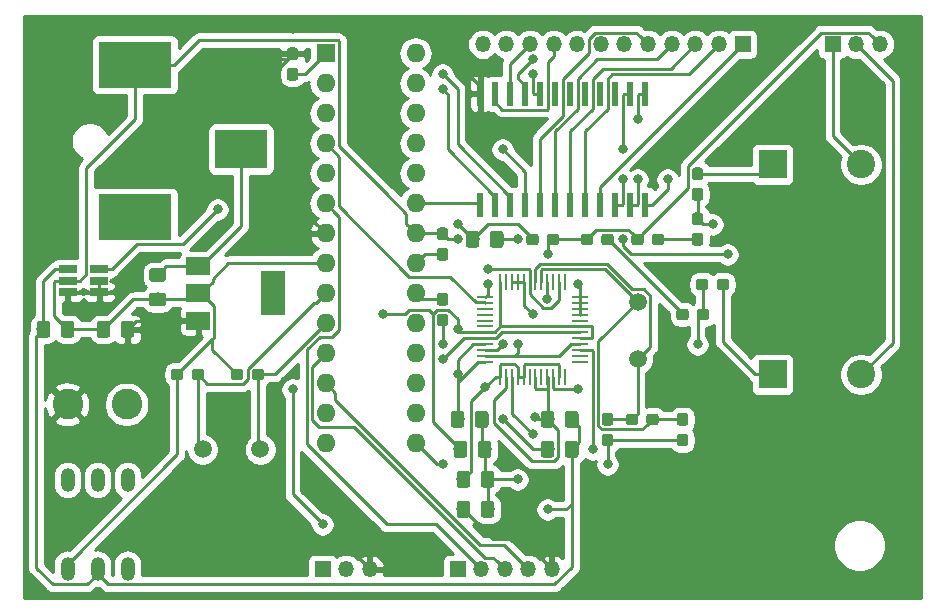
<source format=gbr>
G04 #@! TF.GenerationSoftware,KiCad,Pcbnew,(5.1.0)-1*
G04 #@! TF.CreationDate,2019-11-07T23:05:45-05:00*
G04 #@! TF.ProjectId,ocarina v1.0,6f636172-696e-4612-9076-312e302e6b69,rev?*
G04 #@! TF.SameCoordinates,Original*
G04 #@! TF.FileFunction,Copper,L1,Top*
G04 #@! TF.FilePolarity,Positive*
%FSLAX46Y46*%
G04 Gerber Fmt 4.6, Leading zero omitted, Abs format (unit mm)*
G04 Created by KiCad (PCBNEW (5.1.0)-1) date 2019-11-07 23:05:45*
%MOMM*%
%LPD*%
G04 APERTURE LIST*
%ADD10R,1.600000X1.600000*%
%ADD11O,1.600000X1.600000*%
%ADD12O,1.200000X2.000000*%
%ADD13R,4.400000X3.300000*%
%ADD14R,6.200000X3.900000*%
%ADD15C,0.100000*%
%ADD16C,0.950000*%
%ADD17O,1.350000X1.350000*%
%ADD18R,1.350000X1.350000*%
%ADD19R,2.400000X2.400000*%
%ADD20C,2.400000*%
%ADD21C,1.150000*%
%ADD22C,2.600000*%
%ADD23R,0.600000X2.000000*%
%ADD24O,1.500000X0.250000*%
%ADD25O,0.250000X1.500000*%
%ADD26R,1.560000X0.650000*%
%ADD27R,2.000000X3.800000*%
%ADD28R,2.000000X1.500000*%
%ADD29C,1.500000*%
%ADD30C,0.800000*%
%ADD31C,0.250000*%
%ADD32C,0.254000*%
G04 APERTURE END LIST*
D10*
X92964000Y-65532000D03*
D11*
X100584000Y-98552000D03*
X92964000Y-68072000D03*
X100584000Y-96012000D03*
X92964000Y-70612000D03*
X100584000Y-93472000D03*
X92964000Y-73152000D03*
X100584000Y-90932000D03*
X92964000Y-75692000D03*
X100584000Y-88392000D03*
X92964000Y-78232000D03*
X100584000Y-85852000D03*
X92964000Y-80772000D03*
X100584000Y-83312000D03*
X92964000Y-83312000D03*
X100584000Y-80772000D03*
X92964000Y-85852000D03*
X100584000Y-78232000D03*
X92964000Y-88392000D03*
X100584000Y-75692000D03*
X92964000Y-90932000D03*
X100584000Y-73152000D03*
X92964000Y-93472000D03*
X100584000Y-70612000D03*
X92964000Y-96012000D03*
X100584000Y-68072000D03*
X92964000Y-98552000D03*
X100584000Y-65532000D03*
D12*
X71120000Y-101650000D03*
X71120000Y-109170000D03*
X73660000Y-101650000D03*
X73660000Y-109170000D03*
X76200000Y-101650000D03*
X76200000Y-109170000D03*
D13*
X85810000Y-73660000D03*
D14*
X76810000Y-66510000D03*
X76810000Y-79410000D03*
D15*
G36*
X85795779Y-92236144D02*
G01*
X85818834Y-92239563D01*
X85841443Y-92245227D01*
X85863387Y-92253079D01*
X85884457Y-92263044D01*
X85904448Y-92275026D01*
X85923168Y-92288910D01*
X85940438Y-92304562D01*
X85956090Y-92321832D01*
X85969974Y-92340552D01*
X85981956Y-92360543D01*
X85991921Y-92381613D01*
X85999773Y-92403557D01*
X86005437Y-92426166D01*
X86008856Y-92449221D01*
X86010000Y-92472500D01*
X86010000Y-92947500D01*
X86008856Y-92970779D01*
X86005437Y-92993834D01*
X85999773Y-93016443D01*
X85991921Y-93038387D01*
X85981956Y-93059457D01*
X85969974Y-93079448D01*
X85956090Y-93098168D01*
X85940438Y-93115438D01*
X85923168Y-93131090D01*
X85904448Y-93144974D01*
X85884457Y-93156956D01*
X85863387Y-93166921D01*
X85841443Y-93174773D01*
X85818834Y-93180437D01*
X85795779Y-93183856D01*
X85772500Y-93185000D01*
X85197500Y-93185000D01*
X85174221Y-93183856D01*
X85151166Y-93180437D01*
X85128557Y-93174773D01*
X85106613Y-93166921D01*
X85085543Y-93156956D01*
X85065552Y-93144974D01*
X85046832Y-93131090D01*
X85029562Y-93115438D01*
X85013910Y-93098168D01*
X85000026Y-93079448D01*
X84988044Y-93059457D01*
X84978079Y-93038387D01*
X84970227Y-93016443D01*
X84964563Y-92993834D01*
X84961144Y-92970779D01*
X84960000Y-92947500D01*
X84960000Y-92472500D01*
X84961144Y-92449221D01*
X84964563Y-92426166D01*
X84970227Y-92403557D01*
X84978079Y-92381613D01*
X84988044Y-92360543D01*
X85000026Y-92340552D01*
X85013910Y-92321832D01*
X85029562Y-92304562D01*
X85046832Y-92288910D01*
X85065552Y-92275026D01*
X85085543Y-92263044D01*
X85106613Y-92253079D01*
X85128557Y-92245227D01*
X85151166Y-92239563D01*
X85174221Y-92236144D01*
X85197500Y-92235000D01*
X85772500Y-92235000D01*
X85795779Y-92236144D01*
X85795779Y-92236144D01*
G37*
D16*
X85485000Y-92710000D03*
D15*
G36*
X87545779Y-92236144D02*
G01*
X87568834Y-92239563D01*
X87591443Y-92245227D01*
X87613387Y-92253079D01*
X87634457Y-92263044D01*
X87654448Y-92275026D01*
X87673168Y-92288910D01*
X87690438Y-92304562D01*
X87706090Y-92321832D01*
X87719974Y-92340552D01*
X87731956Y-92360543D01*
X87741921Y-92381613D01*
X87749773Y-92403557D01*
X87755437Y-92426166D01*
X87758856Y-92449221D01*
X87760000Y-92472500D01*
X87760000Y-92947500D01*
X87758856Y-92970779D01*
X87755437Y-92993834D01*
X87749773Y-93016443D01*
X87741921Y-93038387D01*
X87731956Y-93059457D01*
X87719974Y-93079448D01*
X87706090Y-93098168D01*
X87690438Y-93115438D01*
X87673168Y-93131090D01*
X87654448Y-93144974D01*
X87634457Y-93156956D01*
X87613387Y-93166921D01*
X87591443Y-93174773D01*
X87568834Y-93180437D01*
X87545779Y-93183856D01*
X87522500Y-93185000D01*
X86947500Y-93185000D01*
X86924221Y-93183856D01*
X86901166Y-93180437D01*
X86878557Y-93174773D01*
X86856613Y-93166921D01*
X86835543Y-93156956D01*
X86815552Y-93144974D01*
X86796832Y-93131090D01*
X86779562Y-93115438D01*
X86763910Y-93098168D01*
X86750026Y-93079448D01*
X86738044Y-93059457D01*
X86728079Y-93038387D01*
X86720227Y-93016443D01*
X86714563Y-92993834D01*
X86711144Y-92970779D01*
X86710000Y-92947500D01*
X86710000Y-92472500D01*
X86711144Y-92449221D01*
X86714563Y-92426166D01*
X86720227Y-92403557D01*
X86728079Y-92381613D01*
X86738044Y-92360543D01*
X86750026Y-92340552D01*
X86763910Y-92321832D01*
X86779562Y-92304562D01*
X86796832Y-92288910D01*
X86815552Y-92275026D01*
X86835543Y-92263044D01*
X86856613Y-92253079D01*
X86878557Y-92245227D01*
X86901166Y-92239563D01*
X86924221Y-92236144D01*
X86947500Y-92235000D01*
X87522500Y-92235000D01*
X87545779Y-92236144D01*
X87545779Y-92236144D01*
G37*
D16*
X87235000Y-92710000D03*
D17*
X96710000Y-109220000D03*
X94710000Y-109220000D03*
D18*
X92710000Y-109220000D03*
D19*
X130810000Y-74930000D03*
D20*
X138310000Y-74930000D03*
X138310000Y-92710000D03*
D19*
X130810000Y-92710000D03*
D15*
G36*
X76549505Y-88201204D02*
G01*
X76573773Y-88204804D01*
X76597572Y-88210765D01*
X76620671Y-88219030D01*
X76642850Y-88229520D01*
X76663893Y-88242132D01*
X76683599Y-88256747D01*
X76701777Y-88273223D01*
X76718253Y-88291401D01*
X76732868Y-88311107D01*
X76745480Y-88332150D01*
X76755970Y-88354329D01*
X76764235Y-88377428D01*
X76770196Y-88401227D01*
X76773796Y-88425495D01*
X76775000Y-88449999D01*
X76775000Y-89350001D01*
X76773796Y-89374505D01*
X76770196Y-89398773D01*
X76764235Y-89422572D01*
X76755970Y-89445671D01*
X76745480Y-89467850D01*
X76732868Y-89488893D01*
X76718253Y-89508599D01*
X76701777Y-89526777D01*
X76683599Y-89543253D01*
X76663893Y-89557868D01*
X76642850Y-89570480D01*
X76620671Y-89580970D01*
X76597572Y-89589235D01*
X76573773Y-89595196D01*
X76549505Y-89598796D01*
X76525001Y-89600000D01*
X75874999Y-89600000D01*
X75850495Y-89598796D01*
X75826227Y-89595196D01*
X75802428Y-89589235D01*
X75779329Y-89580970D01*
X75757150Y-89570480D01*
X75736107Y-89557868D01*
X75716401Y-89543253D01*
X75698223Y-89526777D01*
X75681747Y-89508599D01*
X75667132Y-89488893D01*
X75654520Y-89467850D01*
X75644030Y-89445671D01*
X75635765Y-89422572D01*
X75629804Y-89398773D01*
X75626204Y-89374505D01*
X75625000Y-89350001D01*
X75625000Y-88449999D01*
X75626204Y-88425495D01*
X75629804Y-88401227D01*
X75635765Y-88377428D01*
X75644030Y-88354329D01*
X75654520Y-88332150D01*
X75667132Y-88311107D01*
X75681747Y-88291401D01*
X75698223Y-88273223D01*
X75716401Y-88256747D01*
X75736107Y-88242132D01*
X75757150Y-88229520D01*
X75779329Y-88219030D01*
X75802428Y-88210765D01*
X75826227Y-88204804D01*
X75850495Y-88201204D01*
X75874999Y-88200000D01*
X76525001Y-88200000D01*
X76549505Y-88201204D01*
X76549505Y-88201204D01*
G37*
D21*
X76200000Y-88900000D03*
D15*
G36*
X74499505Y-88201204D02*
G01*
X74523773Y-88204804D01*
X74547572Y-88210765D01*
X74570671Y-88219030D01*
X74592850Y-88229520D01*
X74613893Y-88242132D01*
X74633599Y-88256747D01*
X74651777Y-88273223D01*
X74668253Y-88291401D01*
X74682868Y-88311107D01*
X74695480Y-88332150D01*
X74705970Y-88354329D01*
X74714235Y-88377428D01*
X74720196Y-88401227D01*
X74723796Y-88425495D01*
X74725000Y-88449999D01*
X74725000Y-89350001D01*
X74723796Y-89374505D01*
X74720196Y-89398773D01*
X74714235Y-89422572D01*
X74705970Y-89445671D01*
X74695480Y-89467850D01*
X74682868Y-89488893D01*
X74668253Y-89508599D01*
X74651777Y-89526777D01*
X74633599Y-89543253D01*
X74613893Y-89557868D01*
X74592850Y-89570480D01*
X74570671Y-89580970D01*
X74547572Y-89589235D01*
X74523773Y-89595196D01*
X74499505Y-89598796D01*
X74475001Y-89600000D01*
X73824999Y-89600000D01*
X73800495Y-89598796D01*
X73776227Y-89595196D01*
X73752428Y-89589235D01*
X73729329Y-89580970D01*
X73707150Y-89570480D01*
X73686107Y-89557868D01*
X73666401Y-89543253D01*
X73648223Y-89526777D01*
X73631747Y-89508599D01*
X73617132Y-89488893D01*
X73604520Y-89467850D01*
X73594030Y-89445671D01*
X73585765Y-89422572D01*
X73579804Y-89398773D01*
X73576204Y-89374505D01*
X73575000Y-89350001D01*
X73575000Y-88449999D01*
X73576204Y-88425495D01*
X73579804Y-88401227D01*
X73585765Y-88377428D01*
X73594030Y-88354329D01*
X73604520Y-88332150D01*
X73617132Y-88311107D01*
X73631747Y-88291401D01*
X73648223Y-88273223D01*
X73666401Y-88256747D01*
X73686107Y-88242132D01*
X73707150Y-88229520D01*
X73729329Y-88219030D01*
X73752428Y-88210765D01*
X73776227Y-88204804D01*
X73800495Y-88201204D01*
X73824999Y-88200000D01*
X74475001Y-88200000D01*
X74499505Y-88201204D01*
X74499505Y-88201204D01*
G37*
D21*
X74150000Y-88900000D03*
D15*
G36*
X103130779Y-82026144D02*
G01*
X103153834Y-82029563D01*
X103176443Y-82035227D01*
X103198387Y-82043079D01*
X103219457Y-82053044D01*
X103239448Y-82065026D01*
X103258168Y-82078910D01*
X103275438Y-82094562D01*
X103291090Y-82111832D01*
X103304974Y-82130552D01*
X103316956Y-82150543D01*
X103326921Y-82171613D01*
X103334773Y-82193557D01*
X103340437Y-82216166D01*
X103343856Y-82239221D01*
X103345000Y-82262500D01*
X103345000Y-82837500D01*
X103343856Y-82860779D01*
X103340437Y-82883834D01*
X103334773Y-82906443D01*
X103326921Y-82928387D01*
X103316956Y-82949457D01*
X103304974Y-82969448D01*
X103291090Y-82988168D01*
X103275438Y-83005438D01*
X103258168Y-83021090D01*
X103239448Y-83034974D01*
X103219457Y-83046956D01*
X103198387Y-83056921D01*
X103176443Y-83064773D01*
X103153834Y-83070437D01*
X103130779Y-83073856D01*
X103107500Y-83075000D01*
X102632500Y-83075000D01*
X102609221Y-83073856D01*
X102586166Y-83070437D01*
X102563557Y-83064773D01*
X102541613Y-83056921D01*
X102520543Y-83046956D01*
X102500552Y-83034974D01*
X102481832Y-83021090D01*
X102464562Y-83005438D01*
X102448910Y-82988168D01*
X102435026Y-82969448D01*
X102423044Y-82949457D01*
X102413079Y-82928387D01*
X102405227Y-82906443D01*
X102399563Y-82883834D01*
X102396144Y-82860779D01*
X102395000Y-82837500D01*
X102395000Y-82262500D01*
X102396144Y-82239221D01*
X102399563Y-82216166D01*
X102405227Y-82193557D01*
X102413079Y-82171613D01*
X102423044Y-82150543D01*
X102435026Y-82130552D01*
X102448910Y-82111832D01*
X102464562Y-82094562D01*
X102481832Y-82078910D01*
X102500552Y-82065026D01*
X102520543Y-82053044D01*
X102541613Y-82043079D01*
X102563557Y-82035227D01*
X102586166Y-82029563D01*
X102609221Y-82026144D01*
X102632500Y-82025000D01*
X103107500Y-82025000D01*
X103130779Y-82026144D01*
X103130779Y-82026144D01*
G37*
D16*
X102870000Y-82550000D03*
D15*
G36*
X103130779Y-80276144D02*
G01*
X103153834Y-80279563D01*
X103176443Y-80285227D01*
X103198387Y-80293079D01*
X103219457Y-80303044D01*
X103239448Y-80315026D01*
X103258168Y-80328910D01*
X103275438Y-80344562D01*
X103291090Y-80361832D01*
X103304974Y-80380552D01*
X103316956Y-80400543D01*
X103326921Y-80421613D01*
X103334773Y-80443557D01*
X103340437Y-80466166D01*
X103343856Y-80489221D01*
X103345000Y-80512500D01*
X103345000Y-81087500D01*
X103343856Y-81110779D01*
X103340437Y-81133834D01*
X103334773Y-81156443D01*
X103326921Y-81178387D01*
X103316956Y-81199457D01*
X103304974Y-81219448D01*
X103291090Y-81238168D01*
X103275438Y-81255438D01*
X103258168Y-81271090D01*
X103239448Y-81284974D01*
X103219457Y-81296956D01*
X103198387Y-81306921D01*
X103176443Y-81314773D01*
X103153834Y-81320437D01*
X103130779Y-81323856D01*
X103107500Y-81325000D01*
X102632500Y-81325000D01*
X102609221Y-81323856D01*
X102586166Y-81320437D01*
X102563557Y-81314773D01*
X102541613Y-81306921D01*
X102520543Y-81296956D01*
X102500552Y-81284974D01*
X102481832Y-81271090D01*
X102464562Y-81255438D01*
X102448910Y-81238168D01*
X102435026Y-81219448D01*
X102423044Y-81199457D01*
X102413079Y-81178387D01*
X102405227Y-81156443D01*
X102399563Y-81133834D01*
X102396144Y-81110779D01*
X102395000Y-81087500D01*
X102395000Y-80512500D01*
X102396144Y-80489221D01*
X102399563Y-80466166D01*
X102405227Y-80443557D01*
X102413079Y-80421613D01*
X102423044Y-80400543D01*
X102435026Y-80380552D01*
X102448910Y-80361832D01*
X102464562Y-80344562D01*
X102481832Y-80328910D01*
X102500552Y-80315026D01*
X102520543Y-80303044D01*
X102541613Y-80293079D01*
X102563557Y-80285227D01*
X102586166Y-80279563D01*
X102609221Y-80276144D01*
X102632500Y-80275000D01*
X103107500Y-80275000D01*
X103130779Y-80276144D01*
X103130779Y-80276144D01*
G37*
D16*
X102870000Y-80800000D03*
D15*
G36*
X79214505Y-83736204D02*
G01*
X79238773Y-83739804D01*
X79262572Y-83745765D01*
X79285671Y-83754030D01*
X79307850Y-83764520D01*
X79328893Y-83777132D01*
X79348599Y-83791747D01*
X79366777Y-83808223D01*
X79383253Y-83826401D01*
X79397868Y-83846107D01*
X79410480Y-83867150D01*
X79420970Y-83889329D01*
X79429235Y-83912428D01*
X79435196Y-83936227D01*
X79438796Y-83960495D01*
X79440000Y-83984999D01*
X79440000Y-84635001D01*
X79438796Y-84659505D01*
X79435196Y-84683773D01*
X79429235Y-84707572D01*
X79420970Y-84730671D01*
X79410480Y-84752850D01*
X79397868Y-84773893D01*
X79383253Y-84793599D01*
X79366777Y-84811777D01*
X79348599Y-84828253D01*
X79328893Y-84842868D01*
X79307850Y-84855480D01*
X79285671Y-84865970D01*
X79262572Y-84874235D01*
X79238773Y-84880196D01*
X79214505Y-84883796D01*
X79190001Y-84885000D01*
X78289999Y-84885000D01*
X78265495Y-84883796D01*
X78241227Y-84880196D01*
X78217428Y-84874235D01*
X78194329Y-84865970D01*
X78172150Y-84855480D01*
X78151107Y-84842868D01*
X78131401Y-84828253D01*
X78113223Y-84811777D01*
X78096747Y-84793599D01*
X78082132Y-84773893D01*
X78069520Y-84752850D01*
X78059030Y-84730671D01*
X78050765Y-84707572D01*
X78044804Y-84683773D01*
X78041204Y-84659505D01*
X78040000Y-84635001D01*
X78040000Y-83984999D01*
X78041204Y-83960495D01*
X78044804Y-83936227D01*
X78050765Y-83912428D01*
X78059030Y-83889329D01*
X78069520Y-83867150D01*
X78082132Y-83846107D01*
X78096747Y-83826401D01*
X78113223Y-83808223D01*
X78131401Y-83791747D01*
X78151107Y-83777132D01*
X78172150Y-83764520D01*
X78194329Y-83754030D01*
X78217428Y-83745765D01*
X78241227Y-83739804D01*
X78265495Y-83736204D01*
X78289999Y-83735000D01*
X79190001Y-83735000D01*
X79214505Y-83736204D01*
X79214505Y-83736204D01*
G37*
D21*
X78740000Y-84310000D03*
D15*
G36*
X79214505Y-85786204D02*
G01*
X79238773Y-85789804D01*
X79262572Y-85795765D01*
X79285671Y-85804030D01*
X79307850Y-85814520D01*
X79328893Y-85827132D01*
X79348599Y-85841747D01*
X79366777Y-85858223D01*
X79383253Y-85876401D01*
X79397868Y-85896107D01*
X79410480Y-85917150D01*
X79420970Y-85939329D01*
X79429235Y-85962428D01*
X79435196Y-85986227D01*
X79438796Y-86010495D01*
X79440000Y-86034999D01*
X79440000Y-86685001D01*
X79438796Y-86709505D01*
X79435196Y-86733773D01*
X79429235Y-86757572D01*
X79420970Y-86780671D01*
X79410480Y-86802850D01*
X79397868Y-86823893D01*
X79383253Y-86843599D01*
X79366777Y-86861777D01*
X79348599Y-86878253D01*
X79328893Y-86892868D01*
X79307850Y-86905480D01*
X79285671Y-86915970D01*
X79262572Y-86924235D01*
X79238773Y-86930196D01*
X79214505Y-86933796D01*
X79190001Y-86935000D01*
X78289999Y-86935000D01*
X78265495Y-86933796D01*
X78241227Y-86930196D01*
X78217428Y-86924235D01*
X78194329Y-86915970D01*
X78172150Y-86905480D01*
X78151107Y-86892868D01*
X78131401Y-86878253D01*
X78113223Y-86861777D01*
X78096747Y-86843599D01*
X78082132Y-86823893D01*
X78069520Y-86802850D01*
X78059030Y-86780671D01*
X78050765Y-86757572D01*
X78044804Y-86733773D01*
X78041204Y-86709505D01*
X78040000Y-86685001D01*
X78040000Y-86034999D01*
X78041204Y-86010495D01*
X78044804Y-85986227D01*
X78050765Y-85962428D01*
X78059030Y-85939329D01*
X78069520Y-85917150D01*
X78082132Y-85896107D01*
X78096747Y-85876401D01*
X78113223Y-85858223D01*
X78131401Y-85841747D01*
X78151107Y-85827132D01*
X78172150Y-85814520D01*
X78194329Y-85804030D01*
X78217428Y-85795765D01*
X78241227Y-85789804D01*
X78265495Y-85786204D01*
X78289999Y-85785000D01*
X79190001Y-85785000D01*
X79214505Y-85786204D01*
X79214505Y-85786204D01*
G37*
D21*
X78740000Y-86360000D03*
D15*
G36*
X69419505Y-88201204D02*
G01*
X69443773Y-88204804D01*
X69467572Y-88210765D01*
X69490671Y-88219030D01*
X69512850Y-88229520D01*
X69533893Y-88242132D01*
X69553599Y-88256747D01*
X69571777Y-88273223D01*
X69588253Y-88291401D01*
X69602868Y-88311107D01*
X69615480Y-88332150D01*
X69625970Y-88354329D01*
X69634235Y-88377428D01*
X69640196Y-88401227D01*
X69643796Y-88425495D01*
X69645000Y-88449999D01*
X69645000Y-89350001D01*
X69643796Y-89374505D01*
X69640196Y-89398773D01*
X69634235Y-89422572D01*
X69625970Y-89445671D01*
X69615480Y-89467850D01*
X69602868Y-89488893D01*
X69588253Y-89508599D01*
X69571777Y-89526777D01*
X69553599Y-89543253D01*
X69533893Y-89557868D01*
X69512850Y-89570480D01*
X69490671Y-89580970D01*
X69467572Y-89589235D01*
X69443773Y-89595196D01*
X69419505Y-89598796D01*
X69395001Y-89600000D01*
X68744999Y-89600000D01*
X68720495Y-89598796D01*
X68696227Y-89595196D01*
X68672428Y-89589235D01*
X68649329Y-89580970D01*
X68627150Y-89570480D01*
X68606107Y-89557868D01*
X68586401Y-89543253D01*
X68568223Y-89526777D01*
X68551747Y-89508599D01*
X68537132Y-89488893D01*
X68524520Y-89467850D01*
X68514030Y-89445671D01*
X68505765Y-89422572D01*
X68499804Y-89398773D01*
X68496204Y-89374505D01*
X68495000Y-89350001D01*
X68495000Y-88449999D01*
X68496204Y-88425495D01*
X68499804Y-88401227D01*
X68505765Y-88377428D01*
X68514030Y-88354329D01*
X68524520Y-88332150D01*
X68537132Y-88311107D01*
X68551747Y-88291401D01*
X68568223Y-88273223D01*
X68586401Y-88256747D01*
X68606107Y-88242132D01*
X68627150Y-88229520D01*
X68649329Y-88219030D01*
X68672428Y-88210765D01*
X68696227Y-88204804D01*
X68720495Y-88201204D01*
X68744999Y-88200000D01*
X69395001Y-88200000D01*
X69419505Y-88201204D01*
X69419505Y-88201204D01*
G37*
D21*
X69070000Y-88900000D03*
D15*
G36*
X71469505Y-88201204D02*
G01*
X71493773Y-88204804D01*
X71517572Y-88210765D01*
X71540671Y-88219030D01*
X71562850Y-88229520D01*
X71583893Y-88242132D01*
X71603599Y-88256747D01*
X71621777Y-88273223D01*
X71638253Y-88291401D01*
X71652868Y-88311107D01*
X71665480Y-88332150D01*
X71675970Y-88354329D01*
X71684235Y-88377428D01*
X71690196Y-88401227D01*
X71693796Y-88425495D01*
X71695000Y-88449999D01*
X71695000Y-89350001D01*
X71693796Y-89374505D01*
X71690196Y-89398773D01*
X71684235Y-89422572D01*
X71675970Y-89445671D01*
X71665480Y-89467850D01*
X71652868Y-89488893D01*
X71638253Y-89508599D01*
X71621777Y-89526777D01*
X71603599Y-89543253D01*
X71583893Y-89557868D01*
X71562850Y-89570480D01*
X71540671Y-89580970D01*
X71517572Y-89589235D01*
X71493773Y-89595196D01*
X71469505Y-89598796D01*
X71445001Y-89600000D01*
X70794999Y-89600000D01*
X70770495Y-89598796D01*
X70746227Y-89595196D01*
X70722428Y-89589235D01*
X70699329Y-89580970D01*
X70677150Y-89570480D01*
X70656107Y-89557868D01*
X70636401Y-89543253D01*
X70618223Y-89526777D01*
X70601747Y-89508599D01*
X70587132Y-89488893D01*
X70574520Y-89467850D01*
X70564030Y-89445671D01*
X70555765Y-89422572D01*
X70549804Y-89398773D01*
X70546204Y-89374505D01*
X70545000Y-89350001D01*
X70545000Y-88449999D01*
X70546204Y-88425495D01*
X70549804Y-88401227D01*
X70555765Y-88377428D01*
X70564030Y-88354329D01*
X70574520Y-88332150D01*
X70587132Y-88311107D01*
X70601747Y-88291401D01*
X70618223Y-88273223D01*
X70636401Y-88256747D01*
X70656107Y-88242132D01*
X70677150Y-88229520D01*
X70699329Y-88219030D01*
X70722428Y-88210765D01*
X70746227Y-88204804D01*
X70770495Y-88201204D01*
X70794999Y-88200000D01*
X71445001Y-88200000D01*
X71469505Y-88201204D01*
X71469505Y-88201204D01*
G37*
D21*
X71120000Y-88900000D03*
D15*
G36*
X103130779Y-87586144D02*
G01*
X103153834Y-87589563D01*
X103176443Y-87595227D01*
X103198387Y-87603079D01*
X103219457Y-87613044D01*
X103239448Y-87625026D01*
X103258168Y-87638910D01*
X103275438Y-87654562D01*
X103291090Y-87671832D01*
X103304974Y-87690552D01*
X103316956Y-87710543D01*
X103326921Y-87731613D01*
X103334773Y-87753557D01*
X103340437Y-87776166D01*
X103343856Y-87799221D01*
X103345000Y-87822500D01*
X103345000Y-88397500D01*
X103343856Y-88420779D01*
X103340437Y-88443834D01*
X103334773Y-88466443D01*
X103326921Y-88488387D01*
X103316956Y-88509457D01*
X103304974Y-88529448D01*
X103291090Y-88548168D01*
X103275438Y-88565438D01*
X103258168Y-88581090D01*
X103239448Y-88594974D01*
X103219457Y-88606956D01*
X103198387Y-88616921D01*
X103176443Y-88624773D01*
X103153834Y-88630437D01*
X103130779Y-88633856D01*
X103107500Y-88635000D01*
X102632500Y-88635000D01*
X102609221Y-88633856D01*
X102586166Y-88630437D01*
X102563557Y-88624773D01*
X102541613Y-88616921D01*
X102520543Y-88606956D01*
X102500552Y-88594974D01*
X102481832Y-88581090D01*
X102464562Y-88565438D01*
X102448910Y-88548168D01*
X102435026Y-88529448D01*
X102423044Y-88509457D01*
X102413079Y-88488387D01*
X102405227Y-88466443D01*
X102399563Y-88443834D01*
X102396144Y-88420779D01*
X102395000Y-88397500D01*
X102395000Y-87822500D01*
X102396144Y-87799221D01*
X102399563Y-87776166D01*
X102405227Y-87753557D01*
X102413079Y-87731613D01*
X102423044Y-87710543D01*
X102435026Y-87690552D01*
X102448910Y-87671832D01*
X102464562Y-87654562D01*
X102481832Y-87638910D01*
X102500552Y-87625026D01*
X102520543Y-87613044D01*
X102541613Y-87603079D01*
X102563557Y-87595227D01*
X102586166Y-87589563D01*
X102609221Y-87586144D01*
X102632500Y-87585000D01*
X103107500Y-87585000D01*
X103130779Y-87586144D01*
X103130779Y-87586144D01*
G37*
D16*
X102870000Y-88110000D03*
D15*
G36*
X103130779Y-85836144D02*
G01*
X103153834Y-85839563D01*
X103176443Y-85845227D01*
X103198387Y-85853079D01*
X103219457Y-85863044D01*
X103239448Y-85875026D01*
X103258168Y-85888910D01*
X103275438Y-85904562D01*
X103291090Y-85921832D01*
X103304974Y-85940552D01*
X103316956Y-85960543D01*
X103326921Y-85981613D01*
X103334773Y-86003557D01*
X103340437Y-86026166D01*
X103343856Y-86049221D01*
X103345000Y-86072500D01*
X103345000Y-86647500D01*
X103343856Y-86670779D01*
X103340437Y-86693834D01*
X103334773Y-86716443D01*
X103326921Y-86738387D01*
X103316956Y-86759457D01*
X103304974Y-86779448D01*
X103291090Y-86798168D01*
X103275438Y-86815438D01*
X103258168Y-86831090D01*
X103239448Y-86844974D01*
X103219457Y-86856956D01*
X103198387Y-86866921D01*
X103176443Y-86874773D01*
X103153834Y-86880437D01*
X103130779Y-86883856D01*
X103107500Y-86885000D01*
X102632500Y-86885000D01*
X102609221Y-86883856D01*
X102586166Y-86880437D01*
X102563557Y-86874773D01*
X102541613Y-86866921D01*
X102520543Y-86856956D01*
X102500552Y-86844974D01*
X102481832Y-86831090D01*
X102464562Y-86815438D01*
X102448910Y-86798168D01*
X102435026Y-86779448D01*
X102423044Y-86759457D01*
X102413079Y-86738387D01*
X102405227Y-86716443D01*
X102399563Y-86693834D01*
X102396144Y-86670779D01*
X102395000Y-86647500D01*
X102395000Y-86072500D01*
X102396144Y-86049221D01*
X102399563Y-86026166D01*
X102405227Y-86003557D01*
X102413079Y-85981613D01*
X102423044Y-85960543D01*
X102435026Y-85940552D01*
X102448910Y-85921832D01*
X102464562Y-85904562D01*
X102481832Y-85888910D01*
X102500552Y-85875026D01*
X102520543Y-85863044D01*
X102541613Y-85853079D01*
X102563557Y-85845227D01*
X102586166Y-85839563D01*
X102609221Y-85836144D01*
X102632500Y-85835000D01*
X103107500Y-85835000D01*
X103130779Y-85836144D01*
X103130779Y-85836144D01*
G37*
D16*
X102870000Y-86360000D03*
D15*
G36*
X104979505Y-103441204D02*
G01*
X105003773Y-103444804D01*
X105027572Y-103450765D01*
X105050671Y-103459030D01*
X105072850Y-103469520D01*
X105093893Y-103482132D01*
X105113599Y-103496747D01*
X105131777Y-103513223D01*
X105148253Y-103531401D01*
X105162868Y-103551107D01*
X105175480Y-103572150D01*
X105185970Y-103594329D01*
X105194235Y-103617428D01*
X105200196Y-103641227D01*
X105203796Y-103665495D01*
X105205000Y-103689999D01*
X105205000Y-104590001D01*
X105203796Y-104614505D01*
X105200196Y-104638773D01*
X105194235Y-104662572D01*
X105185970Y-104685671D01*
X105175480Y-104707850D01*
X105162868Y-104728893D01*
X105148253Y-104748599D01*
X105131777Y-104766777D01*
X105113599Y-104783253D01*
X105093893Y-104797868D01*
X105072850Y-104810480D01*
X105050671Y-104820970D01*
X105027572Y-104829235D01*
X105003773Y-104835196D01*
X104979505Y-104838796D01*
X104955001Y-104840000D01*
X104304999Y-104840000D01*
X104280495Y-104838796D01*
X104256227Y-104835196D01*
X104232428Y-104829235D01*
X104209329Y-104820970D01*
X104187150Y-104810480D01*
X104166107Y-104797868D01*
X104146401Y-104783253D01*
X104128223Y-104766777D01*
X104111747Y-104748599D01*
X104097132Y-104728893D01*
X104084520Y-104707850D01*
X104074030Y-104685671D01*
X104065765Y-104662572D01*
X104059804Y-104638773D01*
X104056204Y-104614505D01*
X104055000Y-104590001D01*
X104055000Y-103689999D01*
X104056204Y-103665495D01*
X104059804Y-103641227D01*
X104065765Y-103617428D01*
X104074030Y-103594329D01*
X104084520Y-103572150D01*
X104097132Y-103551107D01*
X104111747Y-103531401D01*
X104128223Y-103513223D01*
X104146401Y-103496747D01*
X104166107Y-103482132D01*
X104187150Y-103469520D01*
X104209329Y-103459030D01*
X104232428Y-103450765D01*
X104256227Y-103444804D01*
X104280495Y-103441204D01*
X104304999Y-103440000D01*
X104955001Y-103440000D01*
X104979505Y-103441204D01*
X104979505Y-103441204D01*
G37*
D21*
X104630000Y-104140000D03*
D15*
G36*
X107029505Y-103441204D02*
G01*
X107053773Y-103444804D01*
X107077572Y-103450765D01*
X107100671Y-103459030D01*
X107122850Y-103469520D01*
X107143893Y-103482132D01*
X107163599Y-103496747D01*
X107181777Y-103513223D01*
X107198253Y-103531401D01*
X107212868Y-103551107D01*
X107225480Y-103572150D01*
X107235970Y-103594329D01*
X107244235Y-103617428D01*
X107250196Y-103641227D01*
X107253796Y-103665495D01*
X107255000Y-103689999D01*
X107255000Y-104590001D01*
X107253796Y-104614505D01*
X107250196Y-104638773D01*
X107244235Y-104662572D01*
X107235970Y-104685671D01*
X107225480Y-104707850D01*
X107212868Y-104728893D01*
X107198253Y-104748599D01*
X107181777Y-104766777D01*
X107163599Y-104783253D01*
X107143893Y-104797868D01*
X107122850Y-104810480D01*
X107100671Y-104820970D01*
X107077572Y-104829235D01*
X107053773Y-104835196D01*
X107029505Y-104838796D01*
X107005001Y-104840000D01*
X106354999Y-104840000D01*
X106330495Y-104838796D01*
X106306227Y-104835196D01*
X106282428Y-104829235D01*
X106259329Y-104820970D01*
X106237150Y-104810480D01*
X106216107Y-104797868D01*
X106196401Y-104783253D01*
X106178223Y-104766777D01*
X106161747Y-104748599D01*
X106147132Y-104728893D01*
X106134520Y-104707850D01*
X106124030Y-104685671D01*
X106115765Y-104662572D01*
X106109804Y-104638773D01*
X106106204Y-104614505D01*
X106105000Y-104590001D01*
X106105000Y-103689999D01*
X106106204Y-103665495D01*
X106109804Y-103641227D01*
X106115765Y-103617428D01*
X106124030Y-103594329D01*
X106134520Y-103572150D01*
X106147132Y-103551107D01*
X106161747Y-103531401D01*
X106178223Y-103513223D01*
X106196401Y-103496747D01*
X106216107Y-103482132D01*
X106237150Y-103469520D01*
X106259329Y-103459030D01*
X106282428Y-103450765D01*
X106306227Y-103444804D01*
X106330495Y-103441204D01*
X106354999Y-103440000D01*
X107005001Y-103440000D01*
X107029505Y-103441204D01*
X107029505Y-103441204D01*
G37*
D21*
X106680000Y-104140000D03*
D15*
G36*
X106784505Y-98361204D02*
G01*
X106808773Y-98364804D01*
X106832572Y-98370765D01*
X106855671Y-98379030D01*
X106877850Y-98389520D01*
X106898893Y-98402132D01*
X106918599Y-98416747D01*
X106936777Y-98433223D01*
X106953253Y-98451401D01*
X106967868Y-98471107D01*
X106980480Y-98492150D01*
X106990970Y-98514329D01*
X106999235Y-98537428D01*
X107005196Y-98561227D01*
X107008796Y-98585495D01*
X107010000Y-98609999D01*
X107010000Y-99510001D01*
X107008796Y-99534505D01*
X107005196Y-99558773D01*
X106999235Y-99582572D01*
X106990970Y-99605671D01*
X106980480Y-99627850D01*
X106967868Y-99648893D01*
X106953253Y-99668599D01*
X106936777Y-99686777D01*
X106918599Y-99703253D01*
X106898893Y-99717868D01*
X106877850Y-99730480D01*
X106855671Y-99740970D01*
X106832572Y-99749235D01*
X106808773Y-99755196D01*
X106784505Y-99758796D01*
X106760001Y-99760000D01*
X106109999Y-99760000D01*
X106085495Y-99758796D01*
X106061227Y-99755196D01*
X106037428Y-99749235D01*
X106014329Y-99740970D01*
X105992150Y-99730480D01*
X105971107Y-99717868D01*
X105951401Y-99703253D01*
X105933223Y-99686777D01*
X105916747Y-99668599D01*
X105902132Y-99648893D01*
X105889520Y-99627850D01*
X105879030Y-99605671D01*
X105870765Y-99582572D01*
X105864804Y-99558773D01*
X105861204Y-99534505D01*
X105860000Y-99510001D01*
X105860000Y-98609999D01*
X105861204Y-98585495D01*
X105864804Y-98561227D01*
X105870765Y-98537428D01*
X105879030Y-98514329D01*
X105889520Y-98492150D01*
X105902132Y-98471107D01*
X105916747Y-98451401D01*
X105933223Y-98433223D01*
X105951401Y-98416747D01*
X105971107Y-98402132D01*
X105992150Y-98389520D01*
X106014329Y-98379030D01*
X106037428Y-98370765D01*
X106061227Y-98364804D01*
X106085495Y-98361204D01*
X106109999Y-98360000D01*
X106760001Y-98360000D01*
X106784505Y-98361204D01*
X106784505Y-98361204D01*
G37*
D21*
X106435000Y-99060000D03*
D15*
G36*
X104734505Y-98361204D02*
G01*
X104758773Y-98364804D01*
X104782572Y-98370765D01*
X104805671Y-98379030D01*
X104827850Y-98389520D01*
X104848893Y-98402132D01*
X104868599Y-98416747D01*
X104886777Y-98433223D01*
X104903253Y-98451401D01*
X104917868Y-98471107D01*
X104930480Y-98492150D01*
X104940970Y-98514329D01*
X104949235Y-98537428D01*
X104955196Y-98561227D01*
X104958796Y-98585495D01*
X104960000Y-98609999D01*
X104960000Y-99510001D01*
X104958796Y-99534505D01*
X104955196Y-99558773D01*
X104949235Y-99582572D01*
X104940970Y-99605671D01*
X104930480Y-99627850D01*
X104917868Y-99648893D01*
X104903253Y-99668599D01*
X104886777Y-99686777D01*
X104868599Y-99703253D01*
X104848893Y-99717868D01*
X104827850Y-99730480D01*
X104805671Y-99740970D01*
X104782572Y-99749235D01*
X104758773Y-99755196D01*
X104734505Y-99758796D01*
X104710001Y-99760000D01*
X104059999Y-99760000D01*
X104035495Y-99758796D01*
X104011227Y-99755196D01*
X103987428Y-99749235D01*
X103964329Y-99740970D01*
X103942150Y-99730480D01*
X103921107Y-99717868D01*
X103901401Y-99703253D01*
X103883223Y-99686777D01*
X103866747Y-99668599D01*
X103852132Y-99648893D01*
X103839520Y-99627850D01*
X103829030Y-99605671D01*
X103820765Y-99582572D01*
X103814804Y-99558773D01*
X103811204Y-99534505D01*
X103810000Y-99510001D01*
X103810000Y-98609999D01*
X103811204Y-98585495D01*
X103814804Y-98561227D01*
X103820765Y-98537428D01*
X103829030Y-98514329D01*
X103839520Y-98492150D01*
X103852132Y-98471107D01*
X103866747Y-98451401D01*
X103883223Y-98433223D01*
X103901401Y-98416747D01*
X103921107Y-98402132D01*
X103942150Y-98389520D01*
X103964329Y-98379030D01*
X103987428Y-98370765D01*
X104011227Y-98364804D01*
X104035495Y-98361204D01*
X104059999Y-98360000D01*
X104710001Y-98360000D01*
X104734505Y-98361204D01*
X104734505Y-98361204D01*
G37*
D21*
X104385000Y-99060000D03*
D15*
G36*
X82465779Y-92236144D02*
G01*
X82488834Y-92239563D01*
X82511443Y-92245227D01*
X82533387Y-92253079D01*
X82554457Y-92263044D01*
X82574448Y-92275026D01*
X82593168Y-92288910D01*
X82610438Y-92304562D01*
X82626090Y-92321832D01*
X82639974Y-92340552D01*
X82651956Y-92360543D01*
X82661921Y-92381613D01*
X82669773Y-92403557D01*
X82675437Y-92426166D01*
X82678856Y-92449221D01*
X82680000Y-92472500D01*
X82680000Y-92947500D01*
X82678856Y-92970779D01*
X82675437Y-92993834D01*
X82669773Y-93016443D01*
X82661921Y-93038387D01*
X82651956Y-93059457D01*
X82639974Y-93079448D01*
X82626090Y-93098168D01*
X82610438Y-93115438D01*
X82593168Y-93131090D01*
X82574448Y-93144974D01*
X82554457Y-93156956D01*
X82533387Y-93166921D01*
X82511443Y-93174773D01*
X82488834Y-93180437D01*
X82465779Y-93183856D01*
X82442500Y-93185000D01*
X81867500Y-93185000D01*
X81844221Y-93183856D01*
X81821166Y-93180437D01*
X81798557Y-93174773D01*
X81776613Y-93166921D01*
X81755543Y-93156956D01*
X81735552Y-93144974D01*
X81716832Y-93131090D01*
X81699562Y-93115438D01*
X81683910Y-93098168D01*
X81670026Y-93079448D01*
X81658044Y-93059457D01*
X81648079Y-93038387D01*
X81640227Y-93016443D01*
X81634563Y-92993834D01*
X81631144Y-92970779D01*
X81630000Y-92947500D01*
X81630000Y-92472500D01*
X81631144Y-92449221D01*
X81634563Y-92426166D01*
X81640227Y-92403557D01*
X81648079Y-92381613D01*
X81658044Y-92360543D01*
X81670026Y-92340552D01*
X81683910Y-92321832D01*
X81699562Y-92304562D01*
X81716832Y-92288910D01*
X81735552Y-92275026D01*
X81755543Y-92263044D01*
X81776613Y-92253079D01*
X81798557Y-92245227D01*
X81821166Y-92239563D01*
X81844221Y-92236144D01*
X81867500Y-92235000D01*
X82442500Y-92235000D01*
X82465779Y-92236144D01*
X82465779Y-92236144D01*
G37*
D16*
X82155000Y-92710000D03*
D15*
G36*
X80715779Y-92236144D02*
G01*
X80738834Y-92239563D01*
X80761443Y-92245227D01*
X80783387Y-92253079D01*
X80804457Y-92263044D01*
X80824448Y-92275026D01*
X80843168Y-92288910D01*
X80860438Y-92304562D01*
X80876090Y-92321832D01*
X80889974Y-92340552D01*
X80901956Y-92360543D01*
X80911921Y-92381613D01*
X80919773Y-92403557D01*
X80925437Y-92426166D01*
X80928856Y-92449221D01*
X80930000Y-92472500D01*
X80930000Y-92947500D01*
X80928856Y-92970779D01*
X80925437Y-92993834D01*
X80919773Y-93016443D01*
X80911921Y-93038387D01*
X80901956Y-93059457D01*
X80889974Y-93079448D01*
X80876090Y-93098168D01*
X80860438Y-93115438D01*
X80843168Y-93131090D01*
X80824448Y-93144974D01*
X80804457Y-93156956D01*
X80783387Y-93166921D01*
X80761443Y-93174773D01*
X80738834Y-93180437D01*
X80715779Y-93183856D01*
X80692500Y-93185000D01*
X80117500Y-93185000D01*
X80094221Y-93183856D01*
X80071166Y-93180437D01*
X80048557Y-93174773D01*
X80026613Y-93166921D01*
X80005543Y-93156956D01*
X79985552Y-93144974D01*
X79966832Y-93131090D01*
X79949562Y-93115438D01*
X79933910Y-93098168D01*
X79920026Y-93079448D01*
X79908044Y-93059457D01*
X79898079Y-93038387D01*
X79890227Y-93016443D01*
X79884563Y-92993834D01*
X79881144Y-92970779D01*
X79880000Y-92947500D01*
X79880000Y-92472500D01*
X79881144Y-92449221D01*
X79884563Y-92426166D01*
X79890227Y-92403557D01*
X79898079Y-92381613D01*
X79908044Y-92360543D01*
X79920026Y-92340552D01*
X79933910Y-92321832D01*
X79949562Y-92304562D01*
X79966832Y-92288910D01*
X79985552Y-92275026D01*
X80005543Y-92263044D01*
X80026613Y-92253079D01*
X80048557Y-92245227D01*
X80071166Y-92239563D01*
X80094221Y-92236144D01*
X80117500Y-92235000D01*
X80692500Y-92235000D01*
X80715779Y-92236144D01*
X80715779Y-92236144D01*
G37*
D16*
X80405000Y-92710000D03*
D15*
G36*
X123450779Y-97746144D02*
G01*
X123473834Y-97749563D01*
X123496443Y-97755227D01*
X123518387Y-97763079D01*
X123539457Y-97773044D01*
X123559448Y-97785026D01*
X123578168Y-97798910D01*
X123595438Y-97814562D01*
X123611090Y-97831832D01*
X123624974Y-97850552D01*
X123636956Y-97870543D01*
X123646921Y-97891613D01*
X123654773Y-97913557D01*
X123660437Y-97936166D01*
X123663856Y-97959221D01*
X123665000Y-97982500D01*
X123665000Y-98557500D01*
X123663856Y-98580779D01*
X123660437Y-98603834D01*
X123654773Y-98626443D01*
X123646921Y-98648387D01*
X123636956Y-98669457D01*
X123624974Y-98689448D01*
X123611090Y-98708168D01*
X123595438Y-98725438D01*
X123578168Y-98741090D01*
X123559448Y-98754974D01*
X123539457Y-98766956D01*
X123518387Y-98776921D01*
X123496443Y-98784773D01*
X123473834Y-98790437D01*
X123450779Y-98793856D01*
X123427500Y-98795000D01*
X122952500Y-98795000D01*
X122929221Y-98793856D01*
X122906166Y-98790437D01*
X122883557Y-98784773D01*
X122861613Y-98776921D01*
X122840543Y-98766956D01*
X122820552Y-98754974D01*
X122801832Y-98741090D01*
X122784562Y-98725438D01*
X122768910Y-98708168D01*
X122755026Y-98689448D01*
X122743044Y-98669457D01*
X122733079Y-98648387D01*
X122725227Y-98626443D01*
X122719563Y-98603834D01*
X122716144Y-98580779D01*
X122715000Y-98557500D01*
X122715000Y-97982500D01*
X122716144Y-97959221D01*
X122719563Y-97936166D01*
X122725227Y-97913557D01*
X122733079Y-97891613D01*
X122743044Y-97870543D01*
X122755026Y-97850552D01*
X122768910Y-97831832D01*
X122784562Y-97814562D01*
X122801832Y-97798910D01*
X122820552Y-97785026D01*
X122840543Y-97773044D01*
X122861613Y-97763079D01*
X122883557Y-97755227D01*
X122906166Y-97749563D01*
X122929221Y-97746144D01*
X122952500Y-97745000D01*
X123427500Y-97745000D01*
X123450779Y-97746144D01*
X123450779Y-97746144D01*
G37*
D16*
X123190000Y-98270000D03*
D15*
G36*
X123450779Y-95996144D02*
G01*
X123473834Y-95999563D01*
X123496443Y-96005227D01*
X123518387Y-96013079D01*
X123539457Y-96023044D01*
X123559448Y-96035026D01*
X123578168Y-96048910D01*
X123595438Y-96064562D01*
X123611090Y-96081832D01*
X123624974Y-96100552D01*
X123636956Y-96120543D01*
X123646921Y-96141613D01*
X123654773Y-96163557D01*
X123660437Y-96186166D01*
X123663856Y-96209221D01*
X123665000Y-96232500D01*
X123665000Y-96807500D01*
X123663856Y-96830779D01*
X123660437Y-96853834D01*
X123654773Y-96876443D01*
X123646921Y-96898387D01*
X123636956Y-96919457D01*
X123624974Y-96939448D01*
X123611090Y-96958168D01*
X123595438Y-96975438D01*
X123578168Y-96991090D01*
X123559448Y-97004974D01*
X123539457Y-97016956D01*
X123518387Y-97026921D01*
X123496443Y-97034773D01*
X123473834Y-97040437D01*
X123450779Y-97043856D01*
X123427500Y-97045000D01*
X122952500Y-97045000D01*
X122929221Y-97043856D01*
X122906166Y-97040437D01*
X122883557Y-97034773D01*
X122861613Y-97026921D01*
X122840543Y-97016956D01*
X122820552Y-97004974D01*
X122801832Y-96991090D01*
X122784562Y-96975438D01*
X122768910Y-96958168D01*
X122755026Y-96939448D01*
X122743044Y-96919457D01*
X122733079Y-96898387D01*
X122725227Y-96876443D01*
X122719563Y-96853834D01*
X122716144Y-96830779D01*
X122715000Y-96807500D01*
X122715000Y-96232500D01*
X122716144Y-96209221D01*
X122719563Y-96186166D01*
X122725227Y-96163557D01*
X122733079Y-96141613D01*
X122743044Y-96120543D01*
X122755026Y-96100552D01*
X122768910Y-96081832D01*
X122784562Y-96064562D01*
X122801832Y-96048910D01*
X122820552Y-96035026D01*
X122840543Y-96023044D01*
X122861613Y-96013079D01*
X122883557Y-96005227D01*
X122906166Y-95999563D01*
X122929221Y-95996144D01*
X122952500Y-95995000D01*
X123427500Y-95995000D01*
X123450779Y-95996144D01*
X123450779Y-95996144D01*
G37*
D16*
X123190000Y-96520000D03*
D15*
G36*
X117100779Y-95996144D02*
G01*
X117123834Y-95999563D01*
X117146443Y-96005227D01*
X117168387Y-96013079D01*
X117189457Y-96023044D01*
X117209448Y-96035026D01*
X117228168Y-96048910D01*
X117245438Y-96064562D01*
X117261090Y-96081832D01*
X117274974Y-96100552D01*
X117286956Y-96120543D01*
X117296921Y-96141613D01*
X117304773Y-96163557D01*
X117310437Y-96186166D01*
X117313856Y-96209221D01*
X117315000Y-96232500D01*
X117315000Y-96807500D01*
X117313856Y-96830779D01*
X117310437Y-96853834D01*
X117304773Y-96876443D01*
X117296921Y-96898387D01*
X117286956Y-96919457D01*
X117274974Y-96939448D01*
X117261090Y-96958168D01*
X117245438Y-96975438D01*
X117228168Y-96991090D01*
X117209448Y-97004974D01*
X117189457Y-97016956D01*
X117168387Y-97026921D01*
X117146443Y-97034773D01*
X117123834Y-97040437D01*
X117100779Y-97043856D01*
X117077500Y-97045000D01*
X116602500Y-97045000D01*
X116579221Y-97043856D01*
X116556166Y-97040437D01*
X116533557Y-97034773D01*
X116511613Y-97026921D01*
X116490543Y-97016956D01*
X116470552Y-97004974D01*
X116451832Y-96991090D01*
X116434562Y-96975438D01*
X116418910Y-96958168D01*
X116405026Y-96939448D01*
X116393044Y-96919457D01*
X116383079Y-96898387D01*
X116375227Y-96876443D01*
X116369563Y-96853834D01*
X116366144Y-96830779D01*
X116365000Y-96807500D01*
X116365000Y-96232500D01*
X116366144Y-96209221D01*
X116369563Y-96186166D01*
X116375227Y-96163557D01*
X116383079Y-96141613D01*
X116393044Y-96120543D01*
X116405026Y-96100552D01*
X116418910Y-96081832D01*
X116434562Y-96064562D01*
X116451832Y-96048910D01*
X116470552Y-96035026D01*
X116490543Y-96023044D01*
X116511613Y-96013079D01*
X116533557Y-96005227D01*
X116556166Y-95999563D01*
X116579221Y-95996144D01*
X116602500Y-95995000D01*
X117077500Y-95995000D01*
X117100779Y-95996144D01*
X117100779Y-95996144D01*
G37*
D16*
X116840000Y-96520000D03*
D15*
G36*
X117100779Y-97746144D02*
G01*
X117123834Y-97749563D01*
X117146443Y-97755227D01*
X117168387Y-97763079D01*
X117189457Y-97773044D01*
X117209448Y-97785026D01*
X117228168Y-97798910D01*
X117245438Y-97814562D01*
X117261090Y-97831832D01*
X117274974Y-97850552D01*
X117286956Y-97870543D01*
X117296921Y-97891613D01*
X117304773Y-97913557D01*
X117310437Y-97936166D01*
X117313856Y-97959221D01*
X117315000Y-97982500D01*
X117315000Y-98557500D01*
X117313856Y-98580779D01*
X117310437Y-98603834D01*
X117304773Y-98626443D01*
X117296921Y-98648387D01*
X117286956Y-98669457D01*
X117274974Y-98689448D01*
X117261090Y-98708168D01*
X117245438Y-98725438D01*
X117228168Y-98741090D01*
X117209448Y-98754974D01*
X117189457Y-98766956D01*
X117168387Y-98776921D01*
X117146443Y-98784773D01*
X117123834Y-98790437D01*
X117100779Y-98793856D01*
X117077500Y-98795000D01*
X116602500Y-98795000D01*
X116579221Y-98793856D01*
X116556166Y-98790437D01*
X116533557Y-98784773D01*
X116511613Y-98776921D01*
X116490543Y-98766956D01*
X116470552Y-98754974D01*
X116451832Y-98741090D01*
X116434562Y-98725438D01*
X116418910Y-98708168D01*
X116405026Y-98689448D01*
X116393044Y-98669457D01*
X116383079Y-98648387D01*
X116375227Y-98626443D01*
X116369563Y-98603834D01*
X116366144Y-98580779D01*
X116365000Y-98557500D01*
X116365000Y-97982500D01*
X116366144Y-97959221D01*
X116369563Y-97936166D01*
X116375227Y-97913557D01*
X116383079Y-97891613D01*
X116393044Y-97870543D01*
X116405026Y-97850552D01*
X116418910Y-97831832D01*
X116434562Y-97814562D01*
X116451832Y-97798910D01*
X116470552Y-97785026D01*
X116490543Y-97773044D01*
X116511613Y-97763079D01*
X116533557Y-97755227D01*
X116556166Y-97749563D01*
X116579221Y-97746144D01*
X116602500Y-97745000D01*
X117077500Y-97745000D01*
X117100779Y-97746144D01*
X117100779Y-97746144D01*
G37*
D16*
X116840000Y-98270000D03*
D15*
G36*
X121440779Y-80806144D02*
G01*
X121463834Y-80809563D01*
X121486443Y-80815227D01*
X121508387Y-80823079D01*
X121529457Y-80833044D01*
X121549448Y-80845026D01*
X121568168Y-80858910D01*
X121585438Y-80874562D01*
X121601090Y-80891832D01*
X121614974Y-80910552D01*
X121626956Y-80930543D01*
X121636921Y-80951613D01*
X121644773Y-80973557D01*
X121650437Y-80996166D01*
X121653856Y-81019221D01*
X121655000Y-81042500D01*
X121655000Y-81517500D01*
X121653856Y-81540779D01*
X121650437Y-81563834D01*
X121644773Y-81586443D01*
X121636921Y-81608387D01*
X121626956Y-81629457D01*
X121614974Y-81649448D01*
X121601090Y-81668168D01*
X121585438Y-81685438D01*
X121568168Y-81701090D01*
X121549448Y-81714974D01*
X121529457Y-81726956D01*
X121508387Y-81736921D01*
X121486443Y-81744773D01*
X121463834Y-81750437D01*
X121440779Y-81753856D01*
X121417500Y-81755000D01*
X120842500Y-81755000D01*
X120819221Y-81753856D01*
X120796166Y-81750437D01*
X120773557Y-81744773D01*
X120751613Y-81736921D01*
X120730543Y-81726956D01*
X120710552Y-81714974D01*
X120691832Y-81701090D01*
X120674562Y-81685438D01*
X120658910Y-81668168D01*
X120645026Y-81649448D01*
X120633044Y-81629457D01*
X120623079Y-81608387D01*
X120615227Y-81586443D01*
X120609563Y-81563834D01*
X120606144Y-81540779D01*
X120605000Y-81517500D01*
X120605000Y-81042500D01*
X120606144Y-81019221D01*
X120609563Y-80996166D01*
X120615227Y-80973557D01*
X120623079Y-80951613D01*
X120633044Y-80930543D01*
X120645026Y-80910552D01*
X120658910Y-80891832D01*
X120674562Y-80874562D01*
X120691832Y-80858910D01*
X120710552Y-80845026D01*
X120730543Y-80833044D01*
X120751613Y-80823079D01*
X120773557Y-80815227D01*
X120796166Y-80809563D01*
X120819221Y-80806144D01*
X120842500Y-80805000D01*
X121417500Y-80805000D01*
X121440779Y-80806144D01*
X121440779Y-80806144D01*
G37*
D16*
X121130000Y-81280000D03*
D15*
G36*
X119690779Y-80806144D02*
G01*
X119713834Y-80809563D01*
X119736443Y-80815227D01*
X119758387Y-80823079D01*
X119779457Y-80833044D01*
X119799448Y-80845026D01*
X119818168Y-80858910D01*
X119835438Y-80874562D01*
X119851090Y-80891832D01*
X119864974Y-80910552D01*
X119876956Y-80930543D01*
X119886921Y-80951613D01*
X119894773Y-80973557D01*
X119900437Y-80996166D01*
X119903856Y-81019221D01*
X119905000Y-81042500D01*
X119905000Y-81517500D01*
X119903856Y-81540779D01*
X119900437Y-81563834D01*
X119894773Y-81586443D01*
X119886921Y-81608387D01*
X119876956Y-81629457D01*
X119864974Y-81649448D01*
X119851090Y-81668168D01*
X119835438Y-81685438D01*
X119818168Y-81701090D01*
X119799448Y-81714974D01*
X119779457Y-81726956D01*
X119758387Y-81736921D01*
X119736443Y-81744773D01*
X119713834Y-81750437D01*
X119690779Y-81753856D01*
X119667500Y-81755000D01*
X119092500Y-81755000D01*
X119069221Y-81753856D01*
X119046166Y-81750437D01*
X119023557Y-81744773D01*
X119001613Y-81736921D01*
X118980543Y-81726956D01*
X118960552Y-81714974D01*
X118941832Y-81701090D01*
X118924562Y-81685438D01*
X118908910Y-81668168D01*
X118895026Y-81649448D01*
X118883044Y-81629457D01*
X118873079Y-81608387D01*
X118865227Y-81586443D01*
X118859563Y-81563834D01*
X118856144Y-81540779D01*
X118855000Y-81517500D01*
X118855000Y-81042500D01*
X118856144Y-81019221D01*
X118859563Y-80996166D01*
X118865227Y-80973557D01*
X118873079Y-80951613D01*
X118883044Y-80930543D01*
X118895026Y-80910552D01*
X118908910Y-80891832D01*
X118924562Y-80874562D01*
X118941832Y-80858910D01*
X118960552Y-80845026D01*
X118980543Y-80833044D01*
X119001613Y-80823079D01*
X119023557Y-80815227D01*
X119046166Y-80809563D01*
X119069221Y-80806144D01*
X119092500Y-80805000D01*
X119667500Y-80805000D01*
X119690779Y-80806144D01*
X119690779Y-80806144D01*
G37*
D16*
X119380000Y-81280000D03*
D15*
G36*
X115400779Y-80806144D02*
G01*
X115423834Y-80809563D01*
X115446443Y-80815227D01*
X115468387Y-80823079D01*
X115489457Y-80833044D01*
X115509448Y-80845026D01*
X115528168Y-80858910D01*
X115545438Y-80874562D01*
X115561090Y-80891832D01*
X115574974Y-80910552D01*
X115586956Y-80930543D01*
X115596921Y-80951613D01*
X115604773Y-80973557D01*
X115610437Y-80996166D01*
X115613856Y-81019221D01*
X115615000Y-81042500D01*
X115615000Y-81517500D01*
X115613856Y-81540779D01*
X115610437Y-81563834D01*
X115604773Y-81586443D01*
X115596921Y-81608387D01*
X115586956Y-81629457D01*
X115574974Y-81649448D01*
X115561090Y-81668168D01*
X115545438Y-81685438D01*
X115528168Y-81701090D01*
X115509448Y-81714974D01*
X115489457Y-81726956D01*
X115468387Y-81736921D01*
X115446443Y-81744773D01*
X115423834Y-81750437D01*
X115400779Y-81753856D01*
X115377500Y-81755000D01*
X114802500Y-81755000D01*
X114779221Y-81753856D01*
X114756166Y-81750437D01*
X114733557Y-81744773D01*
X114711613Y-81736921D01*
X114690543Y-81726956D01*
X114670552Y-81714974D01*
X114651832Y-81701090D01*
X114634562Y-81685438D01*
X114618910Y-81668168D01*
X114605026Y-81649448D01*
X114593044Y-81629457D01*
X114583079Y-81608387D01*
X114575227Y-81586443D01*
X114569563Y-81563834D01*
X114566144Y-81540779D01*
X114565000Y-81517500D01*
X114565000Y-81042500D01*
X114566144Y-81019221D01*
X114569563Y-80996166D01*
X114575227Y-80973557D01*
X114583079Y-80951613D01*
X114593044Y-80930543D01*
X114605026Y-80910552D01*
X114618910Y-80891832D01*
X114634562Y-80874562D01*
X114651832Y-80858910D01*
X114670552Y-80845026D01*
X114690543Y-80833044D01*
X114711613Y-80823079D01*
X114733557Y-80815227D01*
X114756166Y-80809563D01*
X114779221Y-80806144D01*
X114802500Y-80805000D01*
X115377500Y-80805000D01*
X115400779Y-80806144D01*
X115400779Y-80806144D01*
G37*
D16*
X115090000Y-81280000D03*
D15*
G36*
X117150779Y-80806144D02*
G01*
X117173834Y-80809563D01*
X117196443Y-80815227D01*
X117218387Y-80823079D01*
X117239457Y-80833044D01*
X117259448Y-80845026D01*
X117278168Y-80858910D01*
X117295438Y-80874562D01*
X117311090Y-80891832D01*
X117324974Y-80910552D01*
X117336956Y-80930543D01*
X117346921Y-80951613D01*
X117354773Y-80973557D01*
X117360437Y-80996166D01*
X117363856Y-81019221D01*
X117365000Y-81042500D01*
X117365000Y-81517500D01*
X117363856Y-81540779D01*
X117360437Y-81563834D01*
X117354773Y-81586443D01*
X117346921Y-81608387D01*
X117336956Y-81629457D01*
X117324974Y-81649448D01*
X117311090Y-81668168D01*
X117295438Y-81685438D01*
X117278168Y-81701090D01*
X117259448Y-81714974D01*
X117239457Y-81726956D01*
X117218387Y-81736921D01*
X117196443Y-81744773D01*
X117173834Y-81750437D01*
X117150779Y-81753856D01*
X117127500Y-81755000D01*
X116552500Y-81755000D01*
X116529221Y-81753856D01*
X116506166Y-81750437D01*
X116483557Y-81744773D01*
X116461613Y-81736921D01*
X116440543Y-81726956D01*
X116420552Y-81714974D01*
X116401832Y-81701090D01*
X116384562Y-81685438D01*
X116368910Y-81668168D01*
X116355026Y-81649448D01*
X116343044Y-81629457D01*
X116333079Y-81608387D01*
X116325227Y-81586443D01*
X116319563Y-81563834D01*
X116316144Y-81540779D01*
X116315000Y-81517500D01*
X116315000Y-81042500D01*
X116316144Y-81019221D01*
X116319563Y-80996166D01*
X116325227Y-80973557D01*
X116333079Y-80951613D01*
X116343044Y-80930543D01*
X116355026Y-80910552D01*
X116368910Y-80891832D01*
X116384562Y-80874562D01*
X116401832Y-80858910D01*
X116420552Y-80845026D01*
X116440543Y-80833044D01*
X116461613Y-80823079D01*
X116483557Y-80815227D01*
X116506166Y-80809563D01*
X116529221Y-80806144D01*
X116552500Y-80805000D01*
X117127500Y-80805000D01*
X117150779Y-80806144D01*
X117150779Y-80806144D01*
G37*
D16*
X116840000Y-81280000D03*
D15*
G36*
X112550779Y-80806144D02*
G01*
X112573834Y-80809563D01*
X112596443Y-80815227D01*
X112618387Y-80823079D01*
X112639457Y-80833044D01*
X112659448Y-80845026D01*
X112678168Y-80858910D01*
X112695438Y-80874562D01*
X112711090Y-80891832D01*
X112724974Y-80910552D01*
X112736956Y-80930543D01*
X112746921Y-80951613D01*
X112754773Y-80973557D01*
X112760437Y-80996166D01*
X112763856Y-81019221D01*
X112765000Y-81042500D01*
X112765000Y-81517500D01*
X112763856Y-81540779D01*
X112760437Y-81563834D01*
X112754773Y-81586443D01*
X112746921Y-81608387D01*
X112736956Y-81629457D01*
X112724974Y-81649448D01*
X112711090Y-81668168D01*
X112695438Y-81685438D01*
X112678168Y-81701090D01*
X112659448Y-81714974D01*
X112639457Y-81726956D01*
X112618387Y-81736921D01*
X112596443Y-81744773D01*
X112573834Y-81750437D01*
X112550779Y-81753856D01*
X112527500Y-81755000D01*
X111952500Y-81755000D01*
X111929221Y-81753856D01*
X111906166Y-81750437D01*
X111883557Y-81744773D01*
X111861613Y-81736921D01*
X111840543Y-81726956D01*
X111820552Y-81714974D01*
X111801832Y-81701090D01*
X111784562Y-81685438D01*
X111768910Y-81668168D01*
X111755026Y-81649448D01*
X111743044Y-81629457D01*
X111733079Y-81608387D01*
X111725227Y-81586443D01*
X111719563Y-81563834D01*
X111716144Y-81540779D01*
X111715000Y-81517500D01*
X111715000Y-81042500D01*
X111716144Y-81019221D01*
X111719563Y-80996166D01*
X111725227Y-80973557D01*
X111733079Y-80951613D01*
X111743044Y-80930543D01*
X111755026Y-80910552D01*
X111768910Y-80891832D01*
X111784562Y-80874562D01*
X111801832Y-80858910D01*
X111820552Y-80845026D01*
X111840543Y-80833044D01*
X111861613Y-80823079D01*
X111883557Y-80815227D01*
X111906166Y-80809563D01*
X111929221Y-80806144D01*
X111952500Y-80805000D01*
X112527500Y-80805000D01*
X112550779Y-80806144D01*
X112550779Y-80806144D01*
G37*
D16*
X112240000Y-81280000D03*
D15*
G36*
X110800779Y-80806144D02*
G01*
X110823834Y-80809563D01*
X110846443Y-80815227D01*
X110868387Y-80823079D01*
X110889457Y-80833044D01*
X110909448Y-80845026D01*
X110928168Y-80858910D01*
X110945438Y-80874562D01*
X110961090Y-80891832D01*
X110974974Y-80910552D01*
X110986956Y-80930543D01*
X110996921Y-80951613D01*
X111004773Y-80973557D01*
X111010437Y-80996166D01*
X111013856Y-81019221D01*
X111015000Y-81042500D01*
X111015000Y-81517500D01*
X111013856Y-81540779D01*
X111010437Y-81563834D01*
X111004773Y-81586443D01*
X110996921Y-81608387D01*
X110986956Y-81629457D01*
X110974974Y-81649448D01*
X110961090Y-81668168D01*
X110945438Y-81685438D01*
X110928168Y-81701090D01*
X110909448Y-81714974D01*
X110889457Y-81726956D01*
X110868387Y-81736921D01*
X110846443Y-81744773D01*
X110823834Y-81750437D01*
X110800779Y-81753856D01*
X110777500Y-81755000D01*
X110202500Y-81755000D01*
X110179221Y-81753856D01*
X110156166Y-81750437D01*
X110133557Y-81744773D01*
X110111613Y-81736921D01*
X110090543Y-81726956D01*
X110070552Y-81714974D01*
X110051832Y-81701090D01*
X110034562Y-81685438D01*
X110018910Y-81668168D01*
X110005026Y-81649448D01*
X109993044Y-81629457D01*
X109983079Y-81608387D01*
X109975227Y-81586443D01*
X109969563Y-81563834D01*
X109966144Y-81540779D01*
X109965000Y-81517500D01*
X109965000Y-81042500D01*
X109966144Y-81019221D01*
X109969563Y-80996166D01*
X109975227Y-80973557D01*
X109983079Y-80951613D01*
X109993044Y-80930543D01*
X110005026Y-80910552D01*
X110018910Y-80891832D01*
X110034562Y-80874562D01*
X110051832Y-80858910D01*
X110070552Y-80845026D01*
X110090543Y-80833044D01*
X110111613Y-80823079D01*
X110133557Y-80815227D01*
X110156166Y-80809563D01*
X110179221Y-80806144D01*
X110202500Y-80805000D01*
X110777500Y-80805000D01*
X110800779Y-80806144D01*
X110800779Y-80806144D01*
G37*
D16*
X110490000Y-81280000D03*
D15*
G36*
X104979505Y-100901204D02*
G01*
X105003773Y-100904804D01*
X105027572Y-100910765D01*
X105050671Y-100919030D01*
X105072850Y-100929520D01*
X105093893Y-100942132D01*
X105113599Y-100956747D01*
X105131777Y-100973223D01*
X105148253Y-100991401D01*
X105162868Y-101011107D01*
X105175480Y-101032150D01*
X105185970Y-101054329D01*
X105194235Y-101077428D01*
X105200196Y-101101227D01*
X105203796Y-101125495D01*
X105205000Y-101149999D01*
X105205000Y-102050001D01*
X105203796Y-102074505D01*
X105200196Y-102098773D01*
X105194235Y-102122572D01*
X105185970Y-102145671D01*
X105175480Y-102167850D01*
X105162868Y-102188893D01*
X105148253Y-102208599D01*
X105131777Y-102226777D01*
X105113599Y-102243253D01*
X105093893Y-102257868D01*
X105072850Y-102270480D01*
X105050671Y-102280970D01*
X105027572Y-102289235D01*
X105003773Y-102295196D01*
X104979505Y-102298796D01*
X104955001Y-102300000D01*
X104304999Y-102300000D01*
X104280495Y-102298796D01*
X104256227Y-102295196D01*
X104232428Y-102289235D01*
X104209329Y-102280970D01*
X104187150Y-102270480D01*
X104166107Y-102257868D01*
X104146401Y-102243253D01*
X104128223Y-102226777D01*
X104111747Y-102208599D01*
X104097132Y-102188893D01*
X104084520Y-102167850D01*
X104074030Y-102145671D01*
X104065765Y-102122572D01*
X104059804Y-102098773D01*
X104056204Y-102074505D01*
X104055000Y-102050001D01*
X104055000Y-101149999D01*
X104056204Y-101125495D01*
X104059804Y-101101227D01*
X104065765Y-101077428D01*
X104074030Y-101054329D01*
X104084520Y-101032150D01*
X104097132Y-101011107D01*
X104111747Y-100991401D01*
X104128223Y-100973223D01*
X104146401Y-100956747D01*
X104166107Y-100942132D01*
X104187150Y-100929520D01*
X104209329Y-100919030D01*
X104232428Y-100910765D01*
X104256227Y-100904804D01*
X104280495Y-100901204D01*
X104304999Y-100900000D01*
X104955001Y-100900000D01*
X104979505Y-100901204D01*
X104979505Y-100901204D01*
G37*
D21*
X104630000Y-101600000D03*
D15*
G36*
X107029505Y-100901204D02*
G01*
X107053773Y-100904804D01*
X107077572Y-100910765D01*
X107100671Y-100919030D01*
X107122850Y-100929520D01*
X107143893Y-100942132D01*
X107163599Y-100956747D01*
X107181777Y-100973223D01*
X107198253Y-100991401D01*
X107212868Y-101011107D01*
X107225480Y-101032150D01*
X107235970Y-101054329D01*
X107244235Y-101077428D01*
X107250196Y-101101227D01*
X107253796Y-101125495D01*
X107255000Y-101149999D01*
X107255000Y-102050001D01*
X107253796Y-102074505D01*
X107250196Y-102098773D01*
X107244235Y-102122572D01*
X107235970Y-102145671D01*
X107225480Y-102167850D01*
X107212868Y-102188893D01*
X107198253Y-102208599D01*
X107181777Y-102226777D01*
X107163599Y-102243253D01*
X107143893Y-102257868D01*
X107122850Y-102270480D01*
X107100671Y-102280970D01*
X107077572Y-102289235D01*
X107053773Y-102295196D01*
X107029505Y-102298796D01*
X107005001Y-102300000D01*
X106354999Y-102300000D01*
X106330495Y-102298796D01*
X106306227Y-102295196D01*
X106282428Y-102289235D01*
X106259329Y-102280970D01*
X106237150Y-102270480D01*
X106216107Y-102257868D01*
X106196401Y-102243253D01*
X106178223Y-102226777D01*
X106161747Y-102208599D01*
X106147132Y-102188893D01*
X106134520Y-102167850D01*
X106124030Y-102145671D01*
X106115765Y-102122572D01*
X106109804Y-102098773D01*
X106106204Y-102074505D01*
X106105000Y-102050001D01*
X106105000Y-101149999D01*
X106106204Y-101125495D01*
X106109804Y-101101227D01*
X106115765Y-101077428D01*
X106124030Y-101054329D01*
X106134520Y-101032150D01*
X106147132Y-101011107D01*
X106161747Y-100991401D01*
X106178223Y-100973223D01*
X106196401Y-100956747D01*
X106216107Y-100942132D01*
X106237150Y-100929520D01*
X106259329Y-100919030D01*
X106282428Y-100910765D01*
X106306227Y-100904804D01*
X106330495Y-100901204D01*
X106354999Y-100900000D01*
X107005001Y-100900000D01*
X107029505Y-100901204D01*
X107029505Y-100901204D01*
G37*
D21*
X106680000Y-101600000D03*
D15*
G36*
X114159505Y-95821204D02*
G01*
X114183773Y-95824804D01*
X114207572Y-95830765D01*
X114230671Y-95839030D01*
X114252850Y-95849520D01*
X114273893Y-95862132D01*
X114293599Y-95876747D01*
X114311777Y-95893223D01*
X114328253Y-95911401D01*
X114342868Y-95931107D01*
X114355480Y-95952150D01*
X114365970Y-95974329D01*
X114374235Y-95997428D01*
X114380196Y-96021227D01*
X114383796Y-96045495D01*
X114385000Y-96069999D01*
X114385000Y-96970001D01*
X114383796Y-96994505D01*
X114380196Y-97018773D01*
X114374235Y-97042572D01*
X114365970Y-97065671D01*
X114355480Y-97087850D01*
X114342868Y-97108893D01*
X114328253Y-97128599D01*
X114311777Y-97146777D01*
X114293599Y-97163253D01*
X114273893Y-97177868D01*
X114252850Y-97190480D01*
X114230671Y-97200970D01*
X114207572Y-97209235D01*
X114183773Y-97215196D01*
X114159505Y-97218796D01*
X114135001Y-97220000D01*
X113484999Y-97220000D01*
X113460495Y-97218796D01*
X113436227Y-97215196D01*
X113412428Y-97209235D01*
X113389329Y-97200970D01*
X113367150Y-97190480D01*
X113346107Y-97177868D01*
X113326401Y-97163253D01*
X113308223Y-97146777D01*
X113291747Y-97128599D01*
X113277132Y-97108893D01*
X113264520Y-97087850D01*
X113254030Y-97065671D01*
X113245765Y-97042572D01*
X113239804Y-97018773D01*
X113236204Y-96994505D01*
X113235000Y-96970001D01*
X113235000Y-96069999D01*
X113236204Y-96045495D01*
X113239804Y-96021227D01*
X113245765Y-95997428D01*
X113254030Y-95974329D01*
X113264520Y-95952150D01*
X113277132Y-95931107D01*
X113291747Y-95911401D01*
X113308223Y-95893223D01*
X113326401Y-95876747D01*
X113346107Y-95862132D01*
X113367150Y-95849520D01*
X113389329Y-95839030D01*
X113412428Y-95830765D01*
X113436227Y-95824804D01*
X113460495Y-95821204D01*
X113484999Y-95820000D01*
X114135001Y-95820000D01*
X114159505Y-95821204D01*
X114159505Y-95821204D01*
G37*
D21*
X113810000Y-96520000D03*
D15*
G36*
X112109505Y-95821204D02*
G01*
X112133773Y-95824804D01*
X112157572Y-95830765D01*
X112180671Y-95839030D01*
X112202850Y-95849520D01*
X112223893Y-95862132D01*
X112243599Y-95876747D01*
X112261777Y-95893223D01*
X112278253Y-95911401D01*
X112292868Y-95931107D01*
X112305480Y-95952150D01*
X112315970Y-95974329D01*
X112324235Y-95997428D01*
X112330196Y-96021227D01*
X112333796Y-96045495D01*
X112335000Y-96069999D01*
X112335000Y-96970001D01*
X112333796Y-96994505D01*
X112330196Y-97018773D01*
X112324235Y-97042572D01*
X112315970Y-97065671D01*
X112305480Y-97087850D01*
X112292868Y-97108893D01*
X112278253Y-97128599D01*
X112261777Y-97146777D01*
X112243599Y-97163253D01*
X112223893Y-97177868D01*
X112202850Y-97190480D01*
X112180671Y-97200970D01*
X112157572Y-97209235D01*
X112133773Y-97215196D01*
X112109505Y-97218796D01*
X112085001Y-97220000D01*
X111434999Y-97220000D01*
X111410495Y-97218796D01*
X111386227Y-97215196D01*
X111362428Y-97209235D01*
X111339329Y-97200970D01*
X111317150Y-97190480D01*
X111296107Y-97177868D01*
X111276401Y-97163253D01*
X111258223Y-97146777D01*
X111241747Y-97128599D01*
X111227132Y-97108893D01*
X111214520Y-97087850D01*
X111204030Y-97065671D01*
X111195765Y-97042572D01*
X111189804Y-97018773D01*
X111186204Y-96994505D01*
X111185000Y-96970001D01*
X111185000Y-96069999D01*
X111186204Y-96045495D01*
X111189804Y-96021227D01*
X111195765Y-95997428D01*
X111204030Y-95974329D01*
X111214520Y-95952150D01*
X111227132Y-95931107D01*
X111241747Y-95911401D01*
X111258223Y-95893223D01*
X111276401Y-95876747D01*
X111296107Y-95862132D01*
X111317150Y-95849520D01*
X111339329Y-95839030D01*
X111362428Y-95830765D01*
X111386227Y-95824804D01*
X111410495Y-95821204D01*
X111434999Y-95820000D01*
X112085001Y-95820000D01*
X112109505Y-95821204D01*
X112109505Y-95821204D01*
G37*
D21*
X111760000Y-96520000D03*
D18*
X104140000Y-109220000D03*
D17*
X106140000Y-109220000D03*
X108140000Y-109220000D03*
X110140000Y-109220000D03*
X112140000Y-109220000D03*
D18*
X128270000Y-64770000D03*
D17*
X126270000Y-64770000D03*
X124270000Y-64770000D03*
X122270000Y-64770000D03*
X120270000Y-64770000D03*
X118270000Y-64770000D03*
X116270000Y-64770000D03*
X114270000Y-64770000D03*
X112270000Y-64770000D03*
X110270000Y-64770000D03*
X108270000Y-64770000D03*
X106270000Y-64770000D03*
D18*
X135890000Y-64770000D03*
D17*
X137890000Y-64770000D03*
X139890000Y-64770000D03*
D22*
X71120000Y-95250000D03*
X76120000Y-95250000D03*
D15*
G36*
X124720779Y-76946144D02*
G01*
X124743834Y-76949563D01*
X124766443Y-76955227D01*
X124788387Y-76963079D01*
X124809457Y-76973044D01*
X124829448Y-76985026D01*
X124848168Y-76998910D01*
X124865438Y-77014562D01*
X124881090Y-77031832D01*
X124894974Y-77050552D01*
X124906956Y-77070543D01*
X124916921Y-77091613D01*
X124924773Y-77113557D01*
X124930437Y-77136166D01*
X124933856Y-77159221D01*
X124935000Y-77182500D01*
X124935000Y-77757500D01*
X124933856Y-77780779D01*
X124930437Y-77803834D01*
X124924773Y-77826443D01*
X124916921Y-77848387D01*
X124906956Y-77869457D01*
X124894974Y-77889448D01*
X124881090Y-77908168D01*
X124865438Y-77925438D01*
X124848168Y-77941090D01*
X124829448Y-77954974D01*
X124809457Y-77966956D01*
X124788387Y-77976921D01*
X124766443Y-77984773D01*
X124743834Y-77990437D01*
X124720779Y-77993856D01*
X124697500Y-77995000D01*
X124222500Y-77995000D01*
X124199221Y-77993856D01*
X124176166Y-77990437D01*
X124153557Y-77984773D01*
X124131613Y-77976921D01*
X124110543Y-77966956D01*
X124090552Y-77954974D01*
X124071832Y-77941090D01*
X124054562Y-77925438D01*
X124038910Y-77908168D01*
X124025026Y-77889448D01*
X124013044Y-77869457D01*
X124003079Y-77848387D01*
X123995227Y-77826443D01*
X123989563Y-77803834D01*
X123986144Y-77780779D01*
X123985000Y-77757500D01*
X123985000Y-77182500D01*
X123986144Y-77159221D01*
X123989563Y-77136166D01*
X123995227Y-77113557D01*
X124003079Y-77091613D01*
X124013044Y-77070543D01*
X124025026Y-77050552D01*
X124038910Y-77031832D01*
X124054562Y-77014562D01*
X124071832Y-76998910D01*
X124090552Y-76985026D01*
X124110543Y-76973044D01*
X124131613Y-76963079D01*
X124153557Y-76955227D01*
X124176166Y-76949563D01*
X124199221Y-76946144D01*
X124222500Y-76945000D01*
X124697500Y-76945000D01*
X124720779Y-76946144D01*
X124720779Y-76946144D01*
G37*
D16*
X124460000Y-77470000D03*
D15*
G36*
X124720779Y-75196144D02*
G01*
X124743834Y-75199563D01*
X124766443Y-75205227D01*
X124788387Y-75213079D01*
X124809457Y-75223044D01*
X124829448Y-75235026D01*
X124848168Y-75248910D01*
X124865438Y-75264562D01*
X124881090Y-75281832D01*
X124894974Y-75300552D01*
X124906956Y-75320543D01*
X124916921Y-75341613D01*
X124924773Y-75363557D01*
X124930437Y-75386166D01*
X124933856Y-75409221D01*
X124935000Y-75432500D01*
X124935000Y-76007500D01*
X124933856Y-76030779D01*
X124930437Y-76053834D01*
X124924773Y-76076443D01*
X124916921Y-76098387D01*
X124906956Y-76119457D01*
X124894974Y-76139448D01*
X124881090Y-76158168D01*
X124865438Y-76175438D01*
X124848168Y-76191090D01*
X124829448Y-76204974D01*
X124809457Y-76216956D01*
X124788387Y-76226921D01*
X124766443Y-76234773D01*
X124743834Y-76240437D01*
X124720779Y-76243856D01*
X124697500Y-76245000D01*
X124222500Y-76245000D01*
X124199221Y-76243856D01*
X124176166Y-76240437D01*
X124153557Y-76234773D01*
X124131613Y-76226921D01*
X124110543Y-76216956D01*
X124090552Y-76204974D01*
X124071832Y-76191090D01*
X124054562Y-76175438D01*
X124038910Y-76158168D01*
X124025026Y-76139448D01*
X124013044Y-76119457D01*
X124003079Y-76098387D01*
X123995227Y-76076443D01*
X123989563Y-76053834D01*
X123986144Y-76030779D01*
X123985000Y-76007500D01*
X123985000Y-75432500D01*
X123986144Y-75409221D01*
X123989563Y-75386166D01*
X123995227Y-75363557D01*
X124003079Y-75341613D01*
X124013044Y-75320543D01*
X124025026Y-75300552D01*
X124038910Y-75281832D01*
X124054562Y-75264562D01*
X124071832Y-75248910D01*
X124090552Y-75235026D01*
X124110543Y-75223044D01*
X124131613Y-75213079D01*
X124153557Y-75205227D01*
X124176166Y-75199563D01*
X124199221Y-75196144D01*
X124222500Y-75195000D01*
X124697500Y-75195000D01*
X124720779Y-75196144D01*
X124720779Y-75196144D01*
G37*
D16*
X124460000Y-75720000D03*
D15*
G36*
X126915779Y-84616144D02*
G01*
X126938834Y-84619563D01*
X126961443Y-84625227D01*
X126983387Y-84633079D01*
X127004457Y-84643044D01*
X127024448Y-84655026D01*
X127043168Y-84668910D01*
X127060438Y-84684562D01*
X127076090Y-84701832D01*
X127089974Y-84720552D01*
X127101956Y-84740543D01*
X127111921Y-84761613D01*
X127119773Y-84783557D01*
X127125437Y-84806166D01*
X127128856Y-84829221D01*
X127130000Y-84852500D01*
X127130000Y-85327500D01*
X127128856Y-85350779D01*
X127125437Y-85373834D01*
X127119773Y-85396443D01*
X127111921Y-85418387D01*
X127101956Y-85439457D01*
X127089974Y-85459448D01*
X127076090Y-85478168D01*
X127060438Y-85495438D01*
X127043168Y-85511090D01*
X127024448Y-85524974D01*
X127004457Y-85536956D01*
X126983387Y-85546921D01*
X126961443Y-85554773D01*
X126938834Y-85560437D01*
X126915779Y-85563856D01*
X126892500Y-85565000D01*
X126317500Y-85565000D01*
X126294221Y-85563856D01*
X126271166Y-85560437D01*
X126248557Y-85554773D01*
X126226613Y-85546921D01*
X126205543Y-85536956D01*
X126185552Y-85524974D01*
X126166832Y-85511090D01*
X126149562Y-85495438D01*
X126133910Y-85478168D01*
X126120026Y-85459448D01*
X126108044Y-85439457D01*
X126098079Y-85418387D01*
X126090227Y-85396443D01*
X126084563Y-85373834D01*
X126081144Y-85350779D01*
X126080000Y-85327500D01*
X126080000Y-84852500D01*
X126081144Y-84829221D01*
X126084563Y-84806166D01*
X126090227Y-84783557D01*
X126098079Y-84761613D01*
X126108044Y-84740543D01*
X126120026Y-84720552D01*
X126133910Y-84701832D01*
X126149562Y-84684562D01*
X126166832Y-84668910D01*
X126185552Y-84655026D01*
X126205543Y-84643044D01*
X126226613Y-84633079D01*
X126248557Y-84625227D01*
X126271166Y-84619563D01*
X126294221Y-84616144D01*
X126317500Y-84615000D01*
X126892500Y-84615000D01*
X126915779Y-84616144D01*
X126915779Y-84616144D01*
G37*
D16*
X126605000Y-85090000D03*
D15*
G36*
X125165779Y-84616144D02*
G01*
X125188834Y-84619563D01*
X125211443Y-84625227D01*
X125233387Y-84633079D01*
X125254457Y-84643044D01*
X125274448Y-84655026D01*
X125293168Y-84668910D01*
X125310438Y-84684562D01*
X125326090Y-84701832D01*
X125339974Y-84720552D01*
X125351956Y-84740543D01*
X125361921Y-84761613D01*
X125369773Y-84783557D01*
X125375437Y-84806166D01*
X125378856Y-84829221D01*
X125380000Y-84852500D01*
X125380000Y-85327500D01*
X125378856Y-85350779D01*
X125375437Y-85373834D01*
X125369773Y-85396443D01*
X125361921Y-85418387D01*
X125351956Y-85439457D01*
X125339974Y-85459448D01*
X125326090Y-85478168D01*
X125310438Y-85495438D01*
X125293168Y-85511090D01*
X125274448Y-85524974D01*
X125254457Y-85536956D01*
X125233387Y-85546921D01*
X125211443Y-85554773D01*
X125188834Y-85560437D01*
X125165779Y-85563856D01*
X125142500Y-85565000D01*
X124567500Y-85565000D01*
X124544221Y-85563856D01*
X124521166Y-85560437D01*
X124498557Y-85554773D01*
X124476613Y-85546921D01*
X124455543Y-85536956D01*
X124435552Y-85524974D01*
X124416832Y-85511090D01*
X124399562Y-85495438D01*
X124383910Y-85478168D01*
X124370026Y-85459448D01*
X124358044Y-85439457D01*
X124348079Y-85418387D01*
X124340227Y-85396443D01*
X124334563Y-85373834D01*
X124331144Y-85350779D01*
X124330000Y-85327500D01*
X124330000Y-84852500D01*
X124331144Y-84829221D01*
X124334563Y-84806166D01*
X124340227Y-84783557D01*
X124348079Y-84761613D01*
X124358044Y-84740543D01*
X124370026Y-84720552D01*
X124383910Y-84701832D01*
X124399562Y-84684562D01*
X124416832Y-84668910D01*
X124435552Y-84655026D01*
X124455543Y-84643044D01*
X124476613Y-84633079D01*
X124498557Y-84625227D01*
X124521166Y-84619563D01*
X124544221Y-84616144D01*
X124567500Y-84615000D01*
X125142500Y-84615000D01*
X125165779Y-84616144D01*
X125165779Y-84616144D01*
G37*
D16*
X124855000Y-85090000D03*
D15*
G36*
X90430779Y-65036144D02*
G01*
X90453834Y-65039563D01*
X90476443Y-65045227D01*
X90498387Y-65053079D01*
X90519457Y-65063044D01*
X90539448Y-65075026D01*
X90558168Y-65088910D01*
X90575438Y-65104562D01*
X90591090Y-65121832D01*
X90604974Y-65140552D01*
X90616956Y-65160543D01*
X90626921Y-65181613D01*
X90634773Y-65203557D01*
X90640437Y-65226166D01*
X90643856Y-65249221D01*
X90645000Y-65272500D01*
X90645000Y-65847500D01*
X90643856Y-65870779D01*
X90640437Y-65893834D01*
X90634773Y-65916443D01*
X90626921Y-65938387D01*
X90616956Y-65959457D01*
X90604974Y-65979448D01*
X90591090Y-65998168D01*
X90575438Y-66015438D01*
X90558168Y-66031090D01*
X90539448Y-66044974D01*
X90519457Y-66056956D01*
X90498387Y-66066921D01*
X90476443Y-66074773D01*
X90453834Y-66080437D01*
X90430779Y-66083856D01*
X90407500Y-66085000D01*
X89932500Y-66085000D01*
X89909221Y-66083856D01*
X89886166Y-66080437D01*
X89863557Y-66074773D01*
X89841613Y-66066921D01*
X89820543Y-66056956D01*
X89800552Y-66044974D01*
X89781832Y-66031090D01*
X89764562Y-66015438D01*
X89748910Y-65998168D01*
X89735026Y-65979448D01*
X89723044Y-65959457D01*
X89713079Y-65938387D01*
X89705227Y-65916443D01*
X89699563Y-65893834D01*
X89696144Y-65870779D01*
X89695000Y-65847500D01*
X89695000Y-65272500D01*
X89696144Y-65249221D01*
X89699563Y-65226166D01*
X89705227Y-65203557D01*
X89713079Y-65181613D01*
X89723044Y-65160543D01*
X89735026Y-65140552D01*
X89748910Y-65121832D01*
X89764562Y-65104562D01*
X89781832Y-65088910D01*
X89800552Y-65075026D01*
X89820543Y-65063044D01*
X89841613Y-65053079D01*
X89863557Y-65045227D01*
X89886166Y-65039563D01*
X89909221Y-65036144D01*
X89932500Y-65035000D01*
X90407500Y-65035000D01*
X90430779Y-65036144D01*
X90430779Y-65036144D01*
G37*
D16*
X90170000Y-65560000D03*
D15*
G36*
X90430779Y-66786144D02*
G01*
X90453834Y-66789563D01*
X90476443Y-66795227D01*
X90498387Y-66803079D01*
X90519457Y-66813044D01*
X90539448Y-66825026D01*
X90558168Y-66838910D01*
X90575438Y-66854562D01*
X90591090Y-66871832D01*
X90604974Y-66890552D01*
X90616956Y-66910543D01*
X90626921Y-66931613D01*
X90634773Y-66953557D01*
X90640437Y-66976166D01*
X90643856Y-66999221D01*
X90645000Y-67022500D01*
X90645000Y-67597500D01*
X90643856Y-67620779D01*
X90640437Y-67643834D01*
X90634773Y-67666443D01*
X90626921Y-67688387D01*
X90616956Y-67709457D01*
X90604974Y-67729448D01*
X90591090Y-67748168D01*
X90575438Y-67765438D01*
X90558168Y-67781090D01*
X90539448Y-67794974D01*
X90519457Y-67806956D01*
X90498387Y-67816921D01*
X90476443Y-67824773D01*
X90453834Y-67830437D01*
X90430779Y-67833856D01*
X90407500Y-67835000D01*
X89932500Y-67835000D01*
X89909221Y-67833856D01*
X89886166Y-67830437D01*
X89863557Y-67824773D01*
X89841613Y-67816921D01*
X89820543Y-67806956D01*
X89800552Y-67794974D01*
X89781832Y-67781090D01*
X89764562Y-67765438D01*
X89748910Y-67748168D01*
X89735026Y-67729448D01*
X89723044Y-67709457D01*
X89713079Y-67688387D01*
X89705227Y-67666443D01*
X89699563Y-67643834D01*
X89696144Y-67620779D01*
X89695000Y-67597500D01*
X89695000Y-67022500D01*
X89696144Y-66999221D01*
X89699563Y-66976166D01*
X89705227Y-66953557D01*
X89713079Y-66931613D01*
X89723044Y-66910543D01*
X89735026Y-66890552D01*
X89748910Y-66871832D01*
X89764562Y-66854562D01*
X89781832Y-66838910D01*
X89800552Y-66825026D01*
X89820543Y-66813044D01*
X89841613Y-66803079D01*
X89863557Y-66795227D01*
X89886166Y-66789563D01*
X89909221Y-66786144D01*
X89932500Y-66785000D01*
X90407500Y-66785000D01*
X90430779Y-66786144D01*
X90430779Y-66786144D01*
G37*
D16*
X90170000Y-67310000D03*
D15*
G36*
X119210779Y-96046144D02*
G01*
X119233834Y-96049563D01*
X119256443Y-96055227D01*
X119278387Y-96063079D01*
X119299457Y-96073044D01*
X119319448Y-96085026D01*
X119338168Y-96098910D01*
X119355438Y-96114562D01*
X119371090Y-96131832D01*
X119384974Y-96150552D01*
X119396956Y-96170543D01*
X119406921Y-96191613D01*
X119414773Y-96213557D01*
X119420437Y-96236166D01*
X119423856Y-96259221D01*
X119425000Y-96282500D01*
X119425000Y-96757500D01*
X119423856Y-96780779D01*
X119420437Y-96803834D01*
X119414773Y-96826443D01*
X119406921Y-96848387D01*
X119396956Y-96869457D01*
X119384974Y-96889448D01*
X119371090Y-96908168D01*
X119355438Y-96925438D01*
X119338168Y-96941090D01*
X119319448Y-96954974D01*
X119299457Y-96966956D01*
X119278387Y-96976921D01*
X119256443Y-96984773D01*
X119233834Y-96990437D01*
X119210779Y-96993856D01*
X119187500Y-96995000D01*
X118612500Y-96995000D01*
X118589221Y-96993856D01*
X118566166Y-96990437D01*
X118543557Y-96984773D01*
X118521613Y-96976921D01*
X118500543Y-96966956D01*
X118480552Y-96954974D01*
X118461832Y-96941090D01*
X118444562Y-96925438D01*
X118428910Y-96908168D01*
X118415026Y-96889448D01*
X118403044Y-96869457D01*
X118393079Y-96848387D01*
X118385227Y-96826443D01*
X118379563Y-96803834D01*
X118376144Y-96780779D01*
X118375000Y-96757500D01*
X118375000Y-96282500D01*
X118376144Y-96259221D01*
X118379563Y-96236166D01*
X118385227Y-96213557D01*
X118393079Y-96191613D01*
X118403044Y-96170543D01*
X118415026Y-96150552D01*
X118428910Y-96131832D01*
X118444562Y-96114562D01*
X118461832Y-96098910D01*
X118480552Y-96085026D01*
X118500543Y-96073044D01*
X118521613Y-96063079D01*
X118543557Y-96055227D01*
X118566166Y-96049563D01*
X118589221Y-96046144D01*
X118612500Y-96045000D01*
X119187500Y-96045000D01*
X119210779Y-96046144D01*
X119210779Y-96046144D01*
G37*
D16*
X118900000Y-96520000D03*
D15*
G36*
X120960779Y-96046144D02*
G01*
X120983834Y-96049563D01*
X121006443Y-96055227D01*
X121028387Y-96063079D01*
X121049457Y-96073044D01*
X121069448Y-96085026D01*
X121088168Y-96098910D01*
X121105438Y-96114562D01*
X121121090Y-96131832D01*
X121134974Y-96150552D01*
X121146956Y-96170543D01*
X121156921Y-96191613D01*
X121164773Y-96213557D01*
X121170437Y-96236166D01*
X121173856Y-96259221D01*
X121175000Y-96282500D01*
X121175000Y-96757500D01*
X121173856Y-96780779D01*
X121170437Y-96803834D01*
X121164773Y-96826443D01*
X121156921Y-96848387D01*
X121146956Y-96869457D01*
X121134974Y-96889448D01*
X121121090Y-96908168D01*
X121105438Y-96925438D01*
X121088168Y-96941090D01*
X121069448Y-96954974D01*
X121049457Y-96966956D01*
X121028387Y-96976921D01*
X121006443Y-96984773D01*
X120983834Y-96990437D01*
X120960779Y-96993856D01*
X120937500Y-96995000D01*
X120362500Y-96995000D01*
X120339221Y-96993856D01*
X120316166Y-96990437D01*
X120293557Y-96984773D01*
X120271613Y-96976921D01*
X120250543Y-96966956D01*
X120230552Y-96954974D01*
X120211832Y-96941090D01*
X120194562Y-96925438D01*
X120178910Y-96908168D01*
X120165026Y-96889448D01*
X120153044Y-96869457D01*
X120143079Y-96848387D01*
X120135227Y-96826443D01*
X120129563Y-96803834D01*
X120126144Y-96780779D01*
X120125000Y-96757500D01*
X120125000Y-96282500D01*
X120126144Y-96259221D01*
X120129563Y-96236166D01*
X120135227Y-96213557D01*
X120143079Y-96191613D01*
X120153044Y-96170543D01*
X120165026Y-96150552D01*
X120178910Y-96131832D01*
X120194562Y-96114562D01*
X120211832Y-96098910D01*
X120230552Y-96085026D01*
X120250543Y-96073044D01*
X120271613Y-96063079D01*
X120293557Y-96055227D01*
X120316166Y-96049563D01*
X120339221Y-96046144D01*
X120362500Y-96045000D01*
X120937500Y-96045000D01*
X120960779Y-96046144D01*
X120960779Y-96046144D01*
G37*
D16*
X120650000Y-96520000D03*
D15*
G36*
X124720779Y-80756144D02*
G01*
X124743834Y-80759563D01*
X124766443Y-80765227D01*
X124788387Y-80773079D01*
X124809457Y-80783044D01*
X124829448Y-80795026D01*
X124848168Y-80808910D01*
X124865438Y-80824562D01*
X124881090Y-80841832D01*
X124894974Y-80860552D01*
X124906956Y-80880543D01*
X124916921Y-80901613D01*
X124924773Y-80923557D01*
X124930437Y-80946166D01*
X124933856Y-80969221D01*
X124935000Y-80992500D01*
X124935000Y-81567500D01*
X124933856Y-81590779D01*
X124930437Y-81613834D01*
X124924773Y-81636443D01*
X124916921Y-81658387D01*
X124906956Y-81679457D01*
X124894974Y-81699448D01*
X124881090Y-81718168D01*
X124865438Y-81735438D01*
X124848168Y-81751090D01*
X124829448Y-81764974D01*
X124809457Y-81776956D01*
X124788387Y-81786921D01*
X124766443Y-81794773D01*
X124743834Y-81800437D01*
X124720779Y-81803856D01*
X124697500Y-81805000D01*
X124222500Y-81805000D01*
X124199221Y-81803856D01*
X124176166Y-81800437D01*
X124153557Y-81794773D01*
X124131613Y-81786921D01*
X124110543Y-81776956D01*
X124090552Y-81764974D01*
X124071832Y-81751090D01*
X124054562Y-81735438D01*
X124038910Y-81718168D01*
X124025026Y-81699448D01*
X124013044Y-81679457D01*
X124003079Y-81658387D01*
X123995227Y-81636443D01*
X123989563Y-81613834D01*
X123986144Y-81590779D01*
X123985000Y-81567500D01*
X123985000Y-80992500D01*
X123986144Y-80969221D01*
X123989563Y-80946166D01*
X123995227Y-80923557D01*
X124003079Y-80901613D01*
X124013044Y-80880543D01*
X124025026Y-80860552D01*
X124038910Y-80841832D01*
X124054562Y-80824562D01*
X124071832Y-80808910D01*
X124090552Y-80795026D01*
X124110543Y-80783044D01*
X124131613Y-80773079D01*
X124153557Y-80765227D01*
X124176166Y-80759563D01*
X124199221Y-80756144D01*
X124222500Y-80755000D01*
X124697500Y-80755000D01*
X124720779Y-80756144D01*
X124720779Y-80756144D01*
G37*
D16*
X124460000Y-81280000D03*
D15*
G36*
X124720779Y-79006144D02*
G01*
X124743834Y-79009563D01*
X124766443Y-79015227D01*
X124788387Y-79023079D01*
X124809457Y-79033044D01*
X124829448Y-79045026D01*
X124848168Y-79058910D01*
X124865438Y-79074562D01*
X124881090Y-79091832D01*
X124894974Y-79110552D01*
X124906956Y-79130543D01*
X124916921Y-79151613D01*
X124924773Y-79173557D01*
X124930437Y-79196166D01*
X124933856Y-79219221D01*
X124935000Y-79242500D01*
X124935000Y-79817500D01*
X124933856Y-79840779D01*
X124930437Y-79863834D01*
X124924773Y-79886443D01*
X124916921Y-79908387D01*
X124906956Y-79929457D01*
X124894974Y-79949448D01*
X124881090Y-79968168D01*
X124865438Y-79985438D01*
X124848168Y-80001090D01*
X124829448Y-80014974D01*
X124809457Y-80026956D01*
X124788387Y-80036921D01*
X124766443Y-80044773D01*
X124743834Y-80050437D01*
X124720779Y-80053856D01*
X124697500Y-80055000D01*
X124222500Y-80055000D01*
X124199221Y-80053856D01*
X124176166Y-80050437D01*
X124153557Y-80044773D01*
X124131613Y-80036921D01*
X124110543Y-80026956D01*
X124090552Y-80014974D01*
X124071832Y-80001090D01*
X124054562Y-79985438D01*
X124038910Y-79968168D01*
X124025026Y-79949448D01*
X124013044Y-79929457D01*
X124003079Y-79908387D01*
X123995227Y-79886443D01*
X123989563Y-79863834D01*
X123986144Y-79840779D01*
X123985000Y-79817500D01*
X123985000Y-79242500D01*
X123986144Y-79219221D01*
X123989563Y-79196166D01*
X123995227Y-79173557D01*
X124003079Y-79151613D01*
X124013044Y-79130543D01*
X124025026Y-79110552D01*
X124038910Y-79091832D01*
X124054562Y-79074562D01*
X124071832Y-79058910D01*
X124090552Y-79045026D01*
X124110543Y-79033044D01*
X124131613Y-79023079D01*
X124153557Y-79015227D01*
X124176166Y-79009563D01*
X124199221Y-79006144D01*
X124222500Y-79005000D01*
X124697500Y-79005000D01*
X124720779Y-79006144D01*
X124720779Y-79006144D01*
G37*
D16*
X124460000Y-79530000D03*
D15*
G36*
X112109505Y-98361204D02*
G01*
X112133773Y-98364804D01*
X112157572Y-98370765D01*
X112180671Y-98379030D01*
X112202850Y-98389520D01*
X112223893Y-98402132D01*
X112243599Y-98416747D01*
X112261777Y-98433223D01*
X112278253Y-98451401D01*
X112292868Y-98471107D01*
X112305480Y-98492150D01*
X112315970Y-98514329D01*
X112324235Y-98537428D01*
X112330196Y-98561227D01*
X112333796Y-98585495D01*
X112335000Y-98609999D01*
X112335000Y-99510001D01*
X112333796Y-99534505D01*
X112330196Y-99558773D01*
X112324235Y-99582572D01*
X112315970Y-99605671D01*
X112305480Y-99627850D01*
X112292868Y-99648893D01*
X112278253Y-99668599D01*
X112261777Y-99686777D01*
X112243599Y-99703253D01*
X112223893Y-99717868D01*
X112202850Y-99730480D01*
X112180671Y-99740970D01*
X112157572Y-99749235D01*
X112133773Y-99755196D01*
X112109505Y-99758796D01*
X112085001Y-99760000D01*
X111434999Y-99760000D01*
X111410495Y-99758796D01*
X111386227Y-99755196D01*
X111362428Y-99749235D01*
X111339329Y-99740970D01*
X111317150Y-99730480D01*
X111296107Y-99717868D01*
X111276401Y-99703253D01*
X111258223Y-99686777D01*
X111241747Y-99668599D01*
X111227132Y-99648893D01*
X111214520Y-99627850D01*
X111204030Y-99605671D01*
X111195765Y-99582572D01*
X111189804Y-99558773D01*
X111186204Y-99534505D01*
X111185000Y-99510001D01*
X111185000Y-98609999D01*
X111186204Y-98585495D01*
X111189804Y-98561227D01*
X111195765Y-98537428D01*
X111204030Y-98514329D01*
X111214520Y-98492150D01*
X111227132Y-98471107D01*
X111241747Y-98451401D01*
X111258223Y-98433223D01*
X111276401Y-98416747D01*
X111296107Y-98402132D01*
X111317150Y-98389520D01*
X111339329Y-98379030D01*
X111362428Y-98370765D01*
X111386227Y-98364804D01*
X111410495Y-98361204D01*
X111434999Y-98360000D01*
X112085001Y-98360000D01*
X112109505Y-98361204D01*
X112109505Y-98361204D01*
G37*
D21*
X111760000Y-99060000D03*
D15*
G36*
X114159505Y-98361204D02*
G01*
X114183773Y-98364804D01*
X114207572Y-98370765D01*
X114230671Y-98379030D01*
X114252850Y-98389520D01*
X114273893Y-98402132D01*
X114293599Y-98416747D01*
X114311777Y-98433223D01*
X114328253Y-98451401D01*
X114342868Y-98471107D01*
X114355480Y-98492150D01*
X114365970Y-98514329D01*
X114374235Y-98537428D01*
X114380196Y-98561227D01*
X114383796Y-98585495D01*
X114385000Y-98609999D01*
X114385000Y-99510001D01*
X114383796Y-99534505D01*
X114380196Y-99558773D01*
X114374235Y-99582572D01*
X114365970Y-99605671D01*
X114355480Y-99627850D01*
X114342868Y-99648893D01*
X114328253Y-99668599D01*
X114311777Y-99686777D01*
X114293599Y-99703253D01*
X114273893Y-99717868D01*
X114252850Y-99730480D01*
X114230671Y-99740970D01*
X114207572Y-99749235D01*
X114183773Y-99755196D01*
X114159505Y-99758796D01*
X114135001Y-99760000D01*
X113484999Y-99760000D01*
X113460495Y-99758796D01*
X113436227Y-99755196D01*
X113412428Y-99749235D01*
X113389329Y-99740970D01*
X113367150Y-99730480D01*
X113346107Y-99717868D01*
X113326401Y-99703253D01*
X113308223Y-99686777D01*
X113291747Y-99668599D01*
X113277132Y-99648893D01*
X113264520Y-99627850D01*
X113254030Y-99605671D01*
X113245765Y-99582572D01*
X113239804Y-99558773D01*
X113236204Y-99534505D01*
X113235000Y-99510001D01*
X113235000Y-98609999D01*
X113236204Y-98585495D01*
X113239804Y-98561227D01*
X113245765Y-98537428D01*
X113254030Y-98514329D01*
X113264520Y-98492150D01*
X113277132Y-98471107D01*
X113291747Y-98451401D01*
X113308223Y-98433223D01*
X113326401Y-98416747D01*
X113346107Y-98402132D01*
X113367150Y-98389520D01*
X113389329Y-98379030D01*
X113412428Y-98370765D01*
X113436227Y-98364804D01*
X113460495Y-98361204D01*
X113484999Y-98360000D01*
X114135001Y-98360000D01*
X114159505Y-98361204D01*
X114159505Y-98361204D01*
G37*
D21*
X113810000Y-99060000D03*
D15*
G36*
X106539505Y-95821204D02*
G01*
X106563773Y-95824804D01*
X106587572Y-95830765D01*
X106610671Y-95839030D01*
X106632850Y-95849520D01*
X106653893Y-95862132D01*
X106673599Y-95876747D01*
X106691777Y-95893223D01*
X106708253Y-95911401D01*
X106722868Y-95931107D01*
X106735480Y-95952150D01*
X106745970Y-95974329D01*
X106754235Y-95997428D01*
X106760196Y-96021227D01*
X106763796Y-96045495D01*
X106765000Y-96069999D01*
X106765000Y-96970001D01*
X106763796Y-96994505D01*
X106760196Y-97018773D01*
X106754235Y-97042572D01*
X106745970Y-97065671D01*
X106735480Y-97087850D01*
X106722868Y-97108893D01*
X106708253Y-97128599D01*
X106691777Y-97146777D01*
X106673599Y-97163253D01*
X106653893Y-97177868D01*
X106632850Y-97190480D01*
X106610671Y-97200970D01*
X106587572Y-97209235D01*
X106563773Y-97215196D01*
X106539505Y-97218796D01*
X106515001Y-97220000D01*
X105864999Y-97220000D01*
X105840495Y-97218796D01*
X105816227Y-97215196D01*
X105792428Y-97209235D01*
X105769329Y-97200970D01*
X105747150Y-97190480D01*
X105726107Y-97177868D01*
X105706401Y-97163253D01*
X105688223Y-97146777D01*
X105671747Y-97128599D01*
X105657132Y-97108893D01*
X105644520Y-97087850D01*
X105634030Y-97065671D01*
X105625765Y-97042572D01*
X105619804Y-97018773D01*
X105616204Y-96994505D01*
X105615000Y-96970001D01*
X105615000Y-96069999D01*
X105616204Y-96045495D01*
X105619804Y-96021227D01*
X105625765Y-95997428D01*
X105634030Y-95974329D01*
X105644520Y-95952150D01*
X105657132Y-95931107D01*
X105671747Y-95911401D01*
X105688223Y-95893223D01*
X105706401Y-95876747D01*
X105726107Y-95862132D01*
X105747150Y-95849520D01*
X105769329Y-95839030D01*
X105792428Y-95830765D01*
X105816227Y-95824804D01*
X105840495Y-95821204D01*
X105864999Y-95820000D01*
X106515001Y-95820000D01*
X106539505Y-95821204D01*
X106539505Y-95821204D01*
G37*
D21*
X106190000Y-96520000D03*
D15*
G36*
X104489505Y-95821204D02*
G01*
X104513773Y-95824804D01*
X104537572Y-95830765D01*
X104560671Y-95839030D01*
X104582850Y-95849520D01*
X104603893Y-95862132D01*
X104623599Y-95876747D01*
X104641777Y-95893223D01*
X104658253Y-95911401D01*
X104672868Y-95931107D01*
X104685480Y-95952150D01*
X104695970Y-95974329D01*
X104704235Y-95997428D01*
X104710196Y-96021227D01*
X104713796Y-96045495D01*
X104715000Y-96069999D01*
X104715000Y-96970001D01*
X104713796Y-96994505D01*
X104710196Y-97018773D01*
X104704235Y-97042572D01*
X104695970Y-97065671D01*
X104685480Y-97087850D01*
X104672868Y-97108893D01*
X104658253Y-97128599D01*
X104641777Y-97146777D01*
X104623599Y-97163253D01*
X104603893Y-97177868D01*
X104582850Y-97190480D01*
X104560671Y-97200970D01*
X104537572Y-97209235D01*
X104513773Y-97215196D01*
X104489505Y-97218796D01*
X104465001Y-97220000D01*
X103814999Y-97220000D01*
X103790495Y-97218796D01*
X103766227Y-97215196D01*
X103742428Y-97209235D01*
X103719329Y-97200970D01*
X103697150Y-97190480D01*
X103676107Y-97177868D01*
X103656401Y-97163253D01*
X103638223Y-97146777D01*
X103621747Y-97128599D01*
X103607132Y-97108893D01*
X103594520Y-97087850D01*
X103584030Y-97065671D01*
X103575765Y-97042572D01*
X103569804Y-97018773D01*
X103566204Y-96994505D01*
X103565000Y-96970001D01*
X103565000Y-96069999D01*
X103566204Y-96045495D01*
X103569804Y-96021227D01*
X103575765Y-95997428D01*
X103584030Y-95974329D01*
X103594520Y-95952150D01*
X103607132Y-95931107D01*
X103621747Y-95911401D01*
X103638223Y-95893223D01*
X103656401Y-95876747D01*
X103676107Y-95862132D01*
X103697150Y-95849520D01*
X103719329Y-95839030D01*
X103742428Y-95830765D01*
X103766227Y-95824804D01*
X103790495Y-95821204D01*
X103814999Y-95820000D01*
X104465001Y-95820000D01*
X104489505Y-95821204D01*
X104489505Y-95821204D01*
G37*
D21*
X104140000Y-96520000D03*
D15*
G36*
X125250779Y-87156144D02*
G01*
X125273834Y-87159563D01*
X125296443Y-87165227D01*
X125318387Y-87173079D01*
X125339457Y-87183044D01*
X125359448Y-87195026D01*
X125378168Y-87208910D01*
X125395438Y-87224562D01*
X125411090Y-87241832D01*
X125424974Y-87260552D01*
X125436956Y-87280543D01*
X125446921Y-87301613D01*
X125454773Y-87323557D01*
X125460437Y-87346166D01*
X125463856Y-87369221D01*
X125465000Y-87392500D01*
X125465000Y-87867500D01*
X125463856Y-87890779D01*
X125460437Y-87913834D01*
X125454773Y-87936443D01*
X125446921Y-87958387D01*
X125436956Y-87979457D01*
X125424974Y-87999448D01*
X125411090Y-88018168D01*
X125395438Y-88035438D01*
X125378168Y-88051090D01*
X125359448Y-88064974D01*
X125339457Y-88076956D01*
X125318387Y-88086921D01*
X125296443Y-88094773D01*
X125273834Y-88100437D01*
X125250779Y-88103856D01*
X125227500Y-88105000D01*
X124652500Y-88105000D01*
X124629221Y-88103856D01*
X124606166Y-88100437D01*
X124583557Y-88094773D01*
X124561613Y-88086921D01*
X124540543Y-88076956D01*
X124520552Y-88064974D01*
X124501832Y-88051090D01*
X124484562Y-88035438D01*
X124468910Y-88018168D01*
X124455026Y-87999448D01*
X124443044Y-87979457D01*
X124433079Y-87958387D01*
X124425227Y-87936443D01*
X124419563Y-87913834D01*
X124416144Y-87890779D01*
X124415000Y-87867500D01*
X124415000Y-87392500D01*
X124416144Y-87369221D01*
X124419563Y-87346166D01*
X124425227Y-87323557D01*
X124433079Y-87301613D01*
X124443044Y-87280543D01*
X124455026Y-87260552D01*
X124468910Y-87241832D01*
X124484562Y-87224562D01*
X124501832Y-87208910D01*
X124520552Y-87195026D01*
X124540543Y-87183044D01*
X124561613Y-87173079D01*
X124583557Y-87165227D01*
X124606166Y-87159563D01*
X124629221Y-87156144D01*
X124652500Y-87155000D01*
X125227500Y-87155000D01*
X125250779Y-87156144D01*
X125250779Y-87156144D01*
G37*
D16*
X124940000Y-87630000D03*
D15*
G36*
X123500779Y-87156144D02*
G01*
X123523834Y-87159563D01*
X123546443Y-87165227D01*
X123568387Y-87173079D01*
X123589457Y-87183044D01*
X123609448Y-87195026D01*
X123628168Y-87208910D01*
X123645438Y-87224562D01*
X123661090Y-87241832D01*
X123674974Y-87260552D01*
X123686956Y-87280543D01*
X123696921Y-87301613D01*
X123704773Y-87323557D01*
X123710437Y-87346166D01*
X123713856Y-87369221D01*
X123715000Y-87392500D01*
X123715000Y-87867500D01*
X123713856Y-87890779D01*
X123710437Y-87913834D01*
X123704773Y-87936443D01*
X123696921Y-87958387D01*
X123686956Y-87979457D01*
X123674974Y-87999448D01*
X123661090Y-88018168D01*
X123645438Y-88035438D01*
X123628168Y-88051090D01*
X123609448Y-88064974D01*
X123589457Y-88076956D01*
X123568387Y-88086921D01*
X123546443Y-88094773D01*
X123523834Y-88100437D01*
X123500779Y-88103856D01*
X123477500Y-88105000D01*
X122902500Y-88105000D01*
X122879221Y-88103856D01*
X122856166Y-88100437D01*
X122833557Y-88094773D01*
X122811613Y-88086921D01*
X122790543Y-88076956D01*
X122770552Y-88064974D01*
X122751832Y-88051090D01*
X122734562Y-88035438D01*
X122718910Y-88018168D01*
X122705026Y-87999448D01*
X122693044Y-87979457D01*
X122683079Y-87958387D01*
X122675227Y-87936443D01*
X122669563Y-87913834D01*
X122666144Y-87890779D01*
X122665000Y-87867500D01*
X122665000Y-87392500D01*
X122666144Y-87369221D01*
X122669563Y-87346166D01*
X122675227Y-87323557D01*
X122683079Y-87301613D01*
X122693044Y-87280543D01*
X122705026Y-87260552D01*
X122718910Y-87241832D01*
X122734562Y-87224562D01*
X122751832Y-87208910D01*
X122770552Y-87195026D01*
X122790543Y-87183044D01*
X122811613Y-87173079D01*
X122833557Y-87165227D01*
X122856166Y-87159563D01*
X122879221Y-87156144D01*
X122902500Y-87155000D01*
X123477500Y-87155000D01*
X123500779Y-87156144D01*
X123500779Y-87156144D01*
G37*
D16*
X123190000Y-87630000D03*
D15*
G36*
X107809505Y-80581204D02*
G01*
X107833773Y-80584804D01*
X107857572Y-80590765D01*
X107880671Y-80599030D01*
X107902850Y-80609520D01*
X107923893Y-80622132D01*
X107943599Y-80636747D01*
X107961777Y-80653223D01*
X107978253Y-80671401D01*
X107992868Y-80691107D01*
X108005480Y-80712150D01*
X108015970Y-80734329D01*
X108024235Y-80757428D01*
X108030196Y-80781227D01*
X108033796Y-80805495D01*
X108035000Y-80829999D01*
X108035000Y-81730001D01*
X108033796Y-81754505D01*
X108030196Y-81778773D01*
X108024235Y-81802572D01*
X108015970Y-81825671D01*
X108005480Y-81847850D01*
X107992868Y-81868893D01*
X107978253Y-81888599D01*
X107961777Y-81906777D01*
X107943599Y-81923253D01*
X107923893Y-81937868D01*
X107902850Y-81950480D01*
X107880671Y-81960970D01*
X107857572Y-81969235D01*
X107833773Y-81975196D01*
X107809505Y-81978796D01*
X107785001Y-81980000D01*
X107134999Y-81980000D01*
X107110495Y-81978796D01*
X107086227Y-81975196D01*
X107062428Y-81969235D01*
X107039329Y-81960970D01*
X107017150Y-81950480D01*
X106996107Y-81937868D01*
X106976401Y-81923253D01*
X106958223Y-81906777D01*
X106941747Y-81888599D01*
X106927132Y-81868893D01*
X106914520Y-81847850D01*
X106904030Y-81825671D01*
X106895765Y-81802572D01*
X106889804Y-81778773D01*
X106886204Y-81754505D01*
X106885000Y-81730001D01*
X106885000Y-80829999D01*
X106886204Y-80805495D01*
X106889804Y-80781227D01*
X106895765Y-80757428D01*
X106904030Y-80734329D01*
X106914520Y-80712150D01*
X106927132Y-80691107D01*
X106941747Y-80671401D01*
X106958223Y-80653223D01*
X106976401Y-80636747D01*
X106996107Y-80622132D01*
X107017150Y-80609520D01*
X107039329Y-80599030D01*
X107062428Y-80590765D01*
X107086227Y-80584804D01*
X107110495Y-80581204D01*
X107134999Y-80580000D01*
X107785001Y-80580000D01*
X107809505Y-80581204D01*
X107809505Y-80581204D01*
G37*
D21*
X107460000Y-81280000D03*
D15*
G36*
X105759505Y-80581204D02*
G01*
X105783773Y-80584804D01*
X105807572Y-80590765D01*
X105830671Y-80599030D01*
X105852850Y-80609520D01*
X105873893Y-80622132D01*
X105893599Y-80636747D01*
X105911777Y-80653223D01*
X105928253Y-80671401D01*
X105942868Y-80691107D01*
X105955480Y-80712150D01*
X105965970Y-80734329D01*
X105974235Y-80757428D01*
X105980196Y-80781227D01*
X105983796Y-80805495D01*
X105985000Y-80829999D01*
X105985000Y-81730001D01*
X105983796Y-81754505D01*
X105980196Y-81778773D01*
X105974235Y-81802572D01*
X105965970Y-81825671D01*
X105955480Y-81847850D01*
X105942868Y-81868893D01*
X105928253Y-81888599D01*
X105911777Y-81906777D01*
X105893599Y-81923253D01*
X105873893Y-81937868D01*
X105852850Y-81950480D01*
X105830671Y-81960970D01*
X105807572Y-81969235D01*
X105783773Y-81975196D01*
X105759505Y-81978796D01*
X105735001Y-81980000D01*
X105084999Y-81980000D01*
X105060495Y-81978796D01*
X105036227Y-81975196D01*
X105012428Y-81969235D01*
X104989329Y-81960970D01*
X104967150Y-81950480D01*
X104946107Y-81937868D01*
X104926401Y-81923253D01*
X104908223Y-81906777D01*
X104891747Y-81888599D01*
X104877132Y-81868893D01*
X104864520Y-81847850D01*
X104854030Y-81825671D01*
X104845765Y-81802572D01*
X104839804Y-81778773D01*
X104836204Y-81754505D01*
X104835000Y-81730001D01*
X104835000Y-80829999D01*
X104836204Y-80805495D01*
X104839804Y-80781227D01*
X104845765Y-80757428D01*
X104854030Y-80734329D01*
X104864520Y-80712150D01*
X104877132Y-80691107D01*
X104891747Y-80671401D01*
X104908223Y-80653223D01*
X104926401Y-80636747D01*
X104946107Y-80622132D01*
X104967150Y-80609520D01*
X104989329Y-80599030D01*
X105012428Y-80590765D01*
X105036227Y-80584804D01*
X105060495Y-80581204D01*
X105084999Y-80580000D01*
X105735001Y-80580000D01*
X105759505Y-80581204D01*
X105759505Y-80581204D01*
G37*
D21*
X105410000Y-81280000D03*
D23*
X106045000Y-78360000D03*
X107315000Y-78360000D03*
X108585000Y-78360000D03*
X109855000Y-78360000D03*
X111125000Y-78360000D03*
X112395000Y-78360000D03*
X113665000Y-78360000D03*
X114935000Y-78360000D03*
X116205000Y-78360000D03*
X117475000Y-78360000D03*
X118745000Y-78360000D03*
X120015000Y-78360000D03*
X120015000Y-68960000D03*
X118745000Y-68960000D03*
X117475000Y-68960000D03*
X116205000Y-68960000D03*
X114935000Y-68960000D03*
X113665000Y-68960000D03*
X112395000Y-68960000D03*
X111125000Y-68960000D03*
X109855000Y-68960000D03*
X108585000Y-68960000D03*
X107315000Y-68960000D03*
X106045000Y-68960000D03*
D24*
X114490000Y-91650000D03*
X114490000Y-91150000D03*
X114490000Y-90650000D03*
X114490000Y-90150000D03*
X114490000Y-89650000D03*
X114490000Y-89150000D03*
X114490000Y-88650000D03*
X114490000Y-88150000D03*
X114490000Y-87650000D03*
X114490000Y-87150000D03*
X114490000Y-86650000D03*
X114490000Y-86150000D03*
D25*
X113240000Y-84900000D03*
X112740000Y-84900000D03*
X112240000Y-84900000D03*
X111740000Y-84900000D03*
X111240000Y-84900000D03*
X110740000Y-84900000D03*
X110240000Y-84900000D03*
X109740000Y-84900000D03*
X109240000Y-84900000D03*
X108740000Y-84900000D03*
X108240000Y-84900000D03*
X107740000Y-84900000D03*
D24*
X106490000Y-86150000D03*
X106490000Y-86650000D03*
X106490000Y-87150000D03*
X106490000Y-87650000D03*
X106490000Y-88150000D03*
X106490000Y-88650000D03*
X106490000Y-89150000D03*
X106490000Y-89650000D03*
X106490000Y-90150000D03*
X106490000Y-90650000D03*
X106490000Y-91150000D03*
X106490000Y-91650000D03*
D25*
X107740000Y-92900000D03*
X108240000Y-92900000D03*
X108740000Y-92900000D03*
X109240000Y-92900000D03*
X109740000Y-92900000D03*
X110240000Y-92900000D03*
X110740000Y-92900000D03*
X111240000Y-92900000D03*
X111740000Y-92900000D03*
X112240000Y-92900000D03*
X112740000Y-92900000D03*
X113240000Y-92900000D03*
D26*
X71120000Y-83820000D03*
X71120000Y-84770000D03*
X71120000Y-85720000D03*
X73820000Y-85720000D03*
X73820000Y-83820000D03*
X73820000Y-84770000D03*
D27*
X88494000Y-85852000D03*
D28*
X82194000Y-85852000D03*
X82194000Y-88152000D03*
X82194000Y-83552000D03*
D29*
X87430000Y-99060000D03*
X82550000Y-99060000D03*
X119380000Y-91440000D03*
X119380000Y-86560000D03*
D30*
X76200000Y-85090000D03*
X78218000Y-88152000D03*
X74930000Y-106680000D03*
X90170000Y-63500000D03*
X90170000Y-63500000D03*
X87630000Y-66040000D03*
X102870000Y-90170000D03*
X104140000Y-81280000D03*
X109220000Y-101600000D03*
X116840000Y-100330000D03*
X111740000Y-86340000D03*
X110490000Y-87630000D03*
X109220000Y-90170000D03*
X121920000Y-76200000D03*
X118110000Y-81280000D03*
X127000000Y-82550000D03*
X106680000Y-83820000D03*
X102870000Y-91440000D03*
X111760000Y-104140000D03*
X83820000Y-78740000D03*
X104140000Y-88900000D03*
X97790000Y-87630000D03*
X106482500Y-93782500D03*
X111760000Y-82550000D03*
X102870000Y-100330000D03*
X115570000Y-99060000D03*
X115570000Y-99060000D03*
X104140000Y-80010000D03*
X110675000Y-96335000D03*
X109220000Y-81280000D03*
X107950000Y-73660000D03*
X102870000Y-67310000D03*
X102870000Y-68580000D03*
X110490000Y-66040000D03*
X110490000Y-67310000D03*
X125730000Y-80010000D03*
X110490000Y-97790000D03*
X114300000Y-93980000D03*
X124460000Y-90170000D03*
X107950000Y-96520000D03*
X107950000Y-90170000D03*
X106680000Y-85090000D03*
X106680000Y-85090000D03*
X104140000Y-92710000D03*
X114300000Y-85090000D03*
X118110000Y-76200000D03*
X119380000Y-76200000D03*
X118110000Y-73660000D03*
X119380000Y-71120000D03*
X92710000Y-105410000D03*
X90170000Y-93980000D03*
D31*
X130020000Y-75720000D02*
X130810000Y-74930000D01*
X124460000Y-75720000D02*
X130020000Y-75720000D01*
X135890000Y-72510000D02*
X135890000Y-64770000D01*
X138310000Y-74930000D02*
X135890000Y-72510000D01*
X138564999Y-65444999D02*
X137890000Y-64770000D01*
X140970000Y-67850000D02*
X138564999Y-65444999D01*
X140970000Y-90050000D02*
X140970000Y-67850000D01*
X138310000Y-92710000D02*
X140970000Y-90050000D01*
X129360000Y-92710000D02*
X130810000Y-92710000D01*
X126605000Y-89955000D02*
X129360000Y-92710000D01*
X126605000Y-85090000D02*
X126605000Y-89955000D01*
X71575000Y-85720000D02*
X73820000Y-85720000D01*
X71120000Y-85720000D02*
X71575000Y-85720000D01*
X73820000Y-85720000D02*
X73820000Y-84770000D01*
X76948000Y-88152000D02*
X76200000Y-88900000D01*
X82194000Y-88152000D02*
X78218000Y-88152000D01*
X75570000Y-85720000D02*
X76200000Y-85090000D01*
X73820000Y-85720000D02*
X75570000Y-85720000D01*
X78218000Y-88152000D02*
X76948000Y-88152000D01*
X76200000Y-90170000D02*
X76200000Y-88900000D01*
X71120000Y-95250000D02*
X76200000Y-90170000D01*
X112140000Y-109220000D02*
X109600000Y-106680000D01*
X107170000Y-106680000D02*
X104630000Y-104140000D01*
X109600000Y-106680000D02*
X107170000Y-106680000D01*
X92164001Y-79972001D02*
X92964000Y-80772000D01*
X88900000Y-76708000D02*
X92164001Y-79972001D01*
X88900000Y-66830000D02*
X88900000Y-76708000D01*
X90170000Y-65560000D02*
X88900000Y-66830000D01*
X96710000Y-109220000D02*
X94170000Y-106680000D01*
X94170000Y-106680000D02*
X74930000Y-106680000D01*
X74930000Y-106680000D02*
X74930000Y-106680000D01*
X106045000Y-68260000D02*
X101285000Y-63500000D01*
X106045000Y-68960000D02*
X106045000Y-68260000D01*
X101285000Y-63500000D02*
X90170000Y-63500000D01*
X90170000Y-63500000D02*
X90170000Y-63500000D01*
X90170000Y-63500000D02*
X90170000Y-63500000D01*
X89690000Y-66040000D02*
X90170000Y-65560000D01*
X87630000Y-66040000D02*
X89690000Y-66040000D01*
X76810000Y-68710000D02*
X76810000Y-66510000D01*
X76810000Y-71121002D02*
X76810000Y-68710000D01*
X72714999Y-75216003D02*
X76810000Y-71121002D01*
X72714999Y-84205001D02*
X72714999Y-75216003D01*
X72150000Y-84770000D02*
X72714999Y-84205001D01*
X71120000Y-84770000D02*
X72150000Y-84770000D01*
X81686000Y-86360000D02*
X82194000Y-85852000D01*
X78740000Y-86360000D02*
X81686000Y-86360000D01*
X76690000Y-86360000D02*
X74150000Y-88900000D01*
X78740000Y-86360000D02*
X76690000Y-86360000D01*
X70496628Y-88276628D02*
X71120000Y-88900000D01*
X69970010Y-87750010D02*
X70496628Y-88276628D01*
X69970010Y-84889990D02*
X69970010Y-87750010D01*
X70090000Y-84770000D02*
X69970010Y-84889990D01*
X71120000Y-84770000D02*
X70090000Y-84770000D01*
X71120000Y-88900000D02*
X74150000Y-88900000D01*
X83519001Y-86927001D02*
X82444000Y-85852000D01*
X83519001Y-89595999D02*
X83519001Y-86927001D01*
X83382500Y-90607500D02*
X85485000Y-92710000D01*
X83382500Y-89732500D02*
X83382500Y-90607500D01*
X83382500Y-89732500D02*
X83519001Y-89595999D01*
X80405000Y-92710000D02*
X83382500Y-89732500D01*
X80405000Y-93285000D02*
X80405000Y-92710000D01*
X80405000Y-99485000D02*
X80405000Y-93285000D01*
X71120000Y-108770000D02*
X80405000Y-99485000D01*
X71120000Y-109170000D02*
X71120000Y-108770000D01*
X82444000Y-85852000D02*
X82194000Y-85852000D01*
X83444000Y-84852000D02*
X82444000Y-85852000D01*
X83444000Y-84602000D02*
X83444000Y-84852000D01*
X84734000Y-83312000D02*
X83444000Y-84602000D01*
X92964000Y-83312000D02*
X84734000Y-83312000D01*
X102842000Y-80772000D02*
X102870000Y-80800000D01*
X100584000Y-80772000D02*
X102842000Y-80772000D01*
X80160000Y-66510000D02*
X76810000Y-66510000D01*
X94024001Y-64406999D02*
X82263001Y-64406999D01*
X94089001Y-64471999D02*
X94024001Y-64406999D01*
X94089001Y-73402003D02*
X94089001Y-64471999D01*
X99784001Y-79972001D02*
X99784001Y-79097003D01*
X82263001Y-64406999D02*
X80160000Y-66510000D01*
X100584000Y-80772000D02*
X99784001Y-79972001D01*
X116840000Y-98270000D02*
X123190000Y-98270000D01*
X106190000Y-98815000D02*
X106435000Y-99060000D01*
X106190000Y-96520000D02*
X106190000Y-98815000D01*
X106435000Y-101355000D02*
X106680000Y-101600000D01*
X106435000Y-99060000D02*
X106435000Y-101355000D01*
X106680000Y-101600000D02*
X106680000Y-104140000D01*
X113728590Y-90150000D02*
X114490000Y-90150000D01*
X112728590Y-91150000D02*
X113728590Y-90150000D01*
X102870000Y-88110000D02*
X102870000Y-90170000D01*
X102870000Y-90170000D02*
X102870000Y-90170000D01*
X103350000Y-81280000D02*
X102870000Y-80800000D01*
X104140000Y-81280000D02*
X103350000Y-81280000D01*
X106680000Y-101600000D02*
X109220000Y-101600000D01*
X109220000Y-101600000D02*
X109220000Y-101600000D01*
X116840000Y-98270000D02*
X116840000Y-100330000D01*
X116840000Y-100330000D02*
X116840000Y-100330000D01*
X109740000Y-84900000D02*
X109240000Y-84900000D01*
X109240000Y-84900000D02*
X108740000Y-84900000D01*
X109510000Y-91150000D02*
X112728590Y-91150000D01*
X111740000Y-84900000D02*
X111740000Y-86340000D01*
X111740000Y-86340000D02*
X111740000Y-86340000D01*
X109740000Y-86880000D02*
X109740000Y-84900000D01*
X110490000Y-87630000D02*
X109740000Y-86880000D01*
X99784001Y-79097003D02*
X97973499Y-77286501D01*
X97973499Y-77286501D02*
X94089001Y-73402003D01*
X109220000Y-90860000D02*
X108930000Y-91150000D01*
X109220000Y-90170000D02*
X109220000Y-90860000D01*
X106490000Y-91150000D02*
X108930000Y-91150000D01*
X108930000Y-91150000D02*
X109510000Y-91150000D01*
X120565000Y-78360000D02*
X121920000Y-77005000D01*
X120015000Y-78360000D02*
X120565000Y-78360000D01*
X121920000Y-77005000D02*
X121920000Y-76200000D01*
X121920000Y-76200000D02*
X121920000Y-76200000D01*
X118110000Y-81845685D02*
X118814315Y-82550000D01*
X118110000Y-81280000D02*
X118110000Y-81845685D01*
X118814315Y-82550000D02*
X127000000Y-82550000D01*
X127000000Y-82550000D02*
X127000000Y-82550000D01*
X101346000Y-82550000D02*
X100584000Y-83312000D01*
X102870000Y-82550000D02*
X101346000Y-82550000D01*
X82444000Y-83552000D02*
X82194000Y-83552000D01*
X85810000Y-80186000D02*
X82444000Y-83552000D01*
X85810000Y-73660000D02*
X85810000Y-80186000D01*
X79498000Y-83552000D02*
X78740000Y-84310000D01*
X82194000Y-83552000D02*
X79498000Y-83552000D01*
X69070000Y-88100000D02*
X69070000Y-88900000D01*
X69070000Y-84840000D02*
X69070000Y-88100000D01*
X70090000Y-83820000D02*
X69070000Y-84840000D01*
X71120000Y-83820000D02*
X70090000Y-83820000D01*
X68446628Y-89523372D02*
X68446628Y-109086628D01*
X69070000Y-88900000D02*
X68446628Y-89523372D01*
X72734990Y-110495010D02*
X73660000Y-109570000D01*
X69855010Y-110495010D02*
X72734990Y-110495010D01*
X68446628Y-109086628D02*
X69855010Y-110495010D01*
X113810000Y-99860000D02*
X113810000Y-99060000D01*
X112344992Y-110495010D02*
X113810000Y-109030002D01*
X74585010Y-110495010D02*
X112344992Y-110495010D01*
X73660000Y-109570000D02*
X74585010Y-110495010D01*
X73660000Y-109170000D02*
X73660000Y-109570000D01*
X114433372Y-97143372D02*
X113810000Y-96520000D01*
X114433372Y-98436628D02*
X114433372Y-97143372D01*
X113810000Y-99060000D02*
X114433372Y-98436628D01*
X113490000Y-89150000D02*
X114490000Y-89150000D01*
X107896998Y-89150000D02*
X113490000Y-89150000D01*
X107396998Y-89650000D02*
X107896998Y-89150000D01*
X106490000Y-89650000D02*
X107396998Y-89650000D01*
X110240000Y-83900000D02*
X110160000Y-83820000D01*
X110240000Y-84900000D02*
X110240000Y-83900000D01*
X110160000Y-83820000D02*
X106680000Y-83820000D01*
X106680000Y-83820000D02*
X106680000Y-83820000D01*
X104660000Y-89650000D02*
X106490000Y-89650000D01*
X102870000Y-91440000D02*
X104660000Y-89650000D01*
X110240000Y-85913002D02*
X110240000Y-84900000D01*
X111391999Y-87065001D02*
X110240000Y-85913002D01*
X112088001Y-87065001D02*
X111391999Y-87065001D01*
X112740000Y-84900000D02*
X112740000Y-86413002D01*
X112740000Y-86413002D02*
X112088001Y-87065001D01*
X113320000Y-104140000D02*
X113810000Y-103650000D01*
X111760000Y-104140000D02*
X113320000Y-104140000D01*
X113810000Y-109030002D02*
X113810000Y-103650000D01*
X113810000Y-103650000D02*
X113810000Y-99860000D01*
X101092000Y-86360000D02*
X100584000Y-85852000D01*
X102870000Y-86360000D02*
X101092000Y-86360000D01*
X76984999Y-81685001D02*
X80874999Y-81685001D01*
X73820000Y-83820000D02*
X74850000Y-83820000D01*
X74850000Y-83820000D02*
X76984999Y-81685001D01*
X80874999Y-81685001D02*
X83820000Y-78740000D01*
X83820000Y-78740000D02*
X83820000Y-78740000D01*
X83820000Y-78740000D02*
X83820000Y-78740000D01*
X104390000Y-89150000D02*
X106490000Y-89150000D01*
X104140000Y-88900000D02*
X104390000Y-89150000D01*
X104140000Y-88334315D02*
X104140000Y-88900000D01*
X104140000Y-88059490D02*
X104140000Y-88334315D01*
X103340500Y-87259990D02*
X104140000Y-88059490D01*
X102399500Y-87259990D02*
X103340500Y-87259990D01*
X102069990Y-87589500D02*
X102399500Y-87259990D01*
X102069990Y-96744990D02*
X102069990Y-87589500D01*
X104385000Y-99060000D02*
X102069990Y-96744990D01*
X115490000Y-89650000D02*
X114490000Y-89650000D01*
X115565010Y-89574990D02*
X115490000Y-89650000D01*
X115565010Y-88725010D02*
X115565010Y-89574990D01*
X115490000Y-88650000D02*
X115565010Y-88725010D01*
X114490000Y-88650000D02*
X115490000Y-88650000D01*
X107751410Y-88650000D02*
X107301400Y-89100010D01*
X114490000Y-88650000D02*
X107751410Y-88650000D01*
X106539990Y-89100010D02*
X106490000Y-89150000D01*
X107301400Y-89100010D02*
X106539990Y-89100010D01*
X107740000Y-88638590D02*
X107751410Y-88650000D01*
X107740000Y-84900000D02*
X107740000Y-88638590D01*
X101740480Y-87259990D02*
X102069990Y-87589500D01*
X100051008Y-87259990D02*
X101740480Y-87259990D01*
X99680998Y-87630000D02*
X100051008Y-87259990D01*
X97790000Y-87630000D02*
X99680998Y-87630000D01*
X82155000Y-98665000D02*
X82550000Y-99060000D01*
X82155000Y-92710000D02*
X82155000Y-98665000D01*
X92164001Y-86651999D02*
X92964000Y-85852000D01*
X91972491Y-86651999D02*
X92164001Y-86651999D01*
X86384990Y-92239500D02*
X91972491Y-86651999D01*
X86384990Y-93130520D02*
X86384990Y-92239500D01*
X86005500Y-93510010D02*
X86384990Y-93130520D01*
X82955010Y-93510010D02*
X86005500Y-93510010D01*
X82155000Y-92710000D02*
X82955010Y-93510010D01*
X87235000Y-98865000D02*
X87430000Y-99060000D01*
X87235000Y-92710000D02*
X87235000Y-98865000D01*
X88646000Y-92710000D02*
X92964000Y-88392000D01*
X87235000Y-92710000D02*
X88646000Y-92710000D01*
X120650000Y-96520000D02*
X123190000Y-96520000D01*
X120150928Y-97019072D02*
X120650000Y-96520000D01*
X119799990Y-97370010D02*
X120150928Y-97019072D01*
X116369500Y-97370010D02*
X119799990Y-97370010D01*
X116039990Y-97040500D02*
X116369500Y-97370010D01*
X116039990Y-89900010D02*
X116039990Y-97040500D01*
X119380000Y-86560000D02*
X116039990Y-89900010D01*
X111240000Y-84900000D02*
X111240000Y-83900000D01*
X118630001Y-85810001D02*
X119380000Y-86560000D01*
X111315010Y-83824990D02*
X116644990Y-83824990D01*
X116644990Y-83824990D02*
X118630001Y-85810001D01*
X111240000Y-83900000D02*
X111315010Y-83824990D01*
X118900000Y-96520000D02*
X116840000Y-96520000D01*
X119380000Y-96040000D02*
X118900000Y-96520000D01*
X119380000Y-91440000D02*
X119380000Y-96040000D01*
X120129999Y-90690001D02*
X119380000Y-91440000D01*
X120455001Y-90364999D02*
X120129999Y-90690001D01*
X120455001Y-86043999D02*
X120455001Y-90364999D01*
X118941409Y-85484999D02*
X119896001Y-85484999D01*
X116826400Y-83369990D02*
X118941409Y-85484999D01*
X119896001Y-85484999D02*
X120455001Y-86043999D01*
X111133600Y-83369990D02*
X116826400Y-83369990D01*
X110740000Y-83763590D02*
X111133600Y-83369990D01*
X110740000Y-84900000D02*
X110740000Y-83763590D01*
X121130000Y-81280000D02*
X124460000Y-81280000D01*
X107365000Y-92900000D02*
X107740000Y-92900000D01*
X105289990Y-94975010D02*
X106482500Y-93782500D01*
X105289990Y-100940010D02*
X105289990Y-94975010D01*
X104630000Y-101600000D02*
X105289990Y-100940010D01*
X109240000Y-92900000D02*
X109740000Y-92900000D01*
X109740000Y-91900000D02*
X109740000Y-92900000D01*
X109815010Y-91824990D02*
X109740000Y-91900000D01*
X112664990Y-91824990D02*
X109815010Y-91824990D01*
X112740000Y-91900000D02*
X112664990Y-91824990D01*
X112740000Y-92900000D02*
X112740000Y-91900000D01*
X108926400Y-91824990D02*
X109220000Y-92118590D01*
X107815010Y-91824990D02*
X108926400Y-91824990D01*
X107740000Y-92900000D02*
X107740000Y-91900000D01*
X107740000Y-91900000D02*
X107815010Y-91824990D01*
X109220000Y-92880000D02*
X109240000Y-92900000D01*
X109220000Y-92118590D02*
X109220000Y-92880000D01*
X112240000Y-81280000D02*
X115090000Y-81280000D01*
X118880928Y-80780928D02*
X119380000Y-81280000D01*
X118579990Y-80479990D02*
X118880928Y-80780928D01*
X115890010Y-80479990D02*
X118579990Y-80479990D01*
X115090000Y-81280000D02*
X115890010Y-80479990D01*
X106482500Y-93782500D02*
X107365000Y-92900000D01*
X111760000Y-81760000D02*
X112240000Y-81280000D01*
X111760000Y-82550000D02*
X111760000Y-81760000D01*
X134954999Y-63769999D02*
X138889999Y-63769999D01*
X123659990Y-75065008D02*
X134954999Y-63769999D01*
X123659990Y-76949500D02*
X123659990Y-75065008D01*
X139215001Y-64095001D02*
X139890000Y-64770000D01*
X119879072Y-80730418D02*
X123659990Y-76949500D01*
X119879072Y-80780928D02*
X119879072Y-80730418D01*
X138889999Y-63769999D02*
X139215001Y-64095001D01*
X119380000Y-81280000D02*
X119879072Y-80780928D01*
X116840000Y-81280000D02*
X123190000Y-87630000D01*
X100584000Y-98552000D02*
X102362000Y-100330000D01*
X102362000Y-100330000D02*
X102870000Y-100330000D01*
X102870000Y-100330000D02*
X102870000Y-100330000D01*
X115490000Y-90650000D02*
X114490000Y-90650000D01*
X115570000Y-90730000D02*
X115490000Y-90650000D01*
X115570000Y-99060000D02*
X115570000Y-90730000D01*
X109990928Y-80780928D02*
X110490000Y-81280000D01*
X109220000Y-80010000D02*
X109990928Y-80780928D01*
X106680000Y-80010000D02*
X109220000Y-80010000D01*
X105410000Y-81280000D02*
X106680000Y-80010000D01*
X104140000Y-80010000D02*
X105410000Y-81280000D01*
X111760000Y-92920000D02*
X111740000Y-92900000D01*
X111760000Y-96520000D02*
X111760000Y-93980000D01*
X111760000Y-93980000D02*
X111760000Y-92920000D01*
X111085000Y-96520000D02*
X111760000Y-96520000D01*
X110860000Y-96520000D02*
X111085000Y-96520000D01*
X110820000Y-93980000D02*
X111760000Y-93980000D01*
X110740000Y-93900000D02*
X110820000Y-93980000D01*
X110740000Y-92900000D02*
X110740000Y-93900000D01*
X110675000Y-96335000D02*
X110860000Y-96520000D01*
X109220000Y-81280000D02*
X107460000Y-81280000D01*
X112383372Y-97143372D02*
X111760000Y-96520000D01*
X112660010Y-97420010D02*
X112383372Y-97143372D01*
X112323180Y-100085010D02*
X112660010Y-99748180D01*
X110442008Y-100085010D02*
X112323180Y-100085010D01*
X112660010Y-99748180D02*
X112660010Y-97420010D01*
X107224999Y-94915001D02*
X107224999Y-96868001D01*
X107224999Y-96868001D02*
X110442008Y-100085010D01*
X108240000Y-93900000D02*
X107224999Y-94915001D01*
X108240000Y-92900000D02*
X108240000Y-93900000D01*
X93763999Y-79031999D02*
X92964000Y-78232000D01*
X94089001Y-79357001D02*
X93763999Y-79031999D01*
X94089001Y-88932001D02*
X94089001Y-79357001D01*
X92475409Y-89517001D02*
X93504001Y-89517001D01*
X91388990Y-90603420D02*
X92475409Y-89517001D01*
X98156998Y-105410000D02*
X91388990Y-98641992D01*
X93504001Y-89517001D02*
X94089001Y-88932001D01*
X91388990Y-98641992D02*
X91388990Y-90603420D01*
X102330000Y-105410000D02*
X98156998Y-105410000D01*
X106140000Y-109220000D02*
X102330000Y-105410000D01*
X107465001Y-108545001D02*
X108140000Y-109220000D01*
X107139999Y-108219999D02*
X107465001Y-108545001D01*
X106485399Y-108219999D02*
X107139999Y-108219999D01*
X95402401Y-97137001D02*
X106485399Y-108219999D01*
X92423999Y-97137001D02*
X95402401Y-97137001D01*
X91838999Y-96552001D02*
X92423999Y-97137001D01*
X91838999Y-92057001D02*
X91838999Y-96552001D01*
X92964000Y-90932000D02*
X91838999Y-92057001D01*
X93763999Y-94271999D02*
X92964000Y-93472000D01*
X93763999Y-94862189D02*
X93763999Y-94271999D01*
X106031819Y-107130009D02*
X93763999Y-94862189D01*
X108050009Y-107130009D02*
X106031819Y-107130009D01*
X110140000Y-109220000D02*
X108050009Y-107130009D01*
X116205000Y-76835000D02*
X128270000Y-64770000D01*
X116205000Y-78360000D02*
X116205000Y-76835000D01*
X116849999Y-67699999D02*
X117239998Y-67310000D01*
X116849999Y-70220001D02*
X116849999Y-67699999D01*
X114935000Y-78360000D02*
X114935000Y-72135000D01*
X114935000Y-72135000D02*
X116849999Y-70220001D01*
X123730000Y-67310000D02*
X126270000Y-64770000D01*
X117239998Y-67310000D02*
X123730000Y-67310000D01*
X115579999Y-67699999D02*
X116420008Y-66859990D01*
X115579999Y-70220001D02*
X115579999Y-67699999D01*
X113665000Y-78360000D02*
X113665000Y-72135000D01*
X113665000Y-72135000D02*
X115579999Y-70220001D01*
X122180010Y-66859990D02*
X124270000Y-64770000D01*
X116420008Y-66859990D02*
X122180010Y-66859990D01*
X114309999Y-67699999D02*
X115969998Y-66040000D01*
X114309999Y-70200003D02*
X114309999Y-67699999D01*
X112395000Y-78360000D02*
X112395000Y-72115002D01*
X112395000Y-72115002D02*
X114309999Y-70200003D01*
X121000000Y-66040000D02*
X122270000Y-64770000D01*
X115969998Y-66040000D02*
X121000000Y-66040000D01*
X119595001Y-64095001D02*
X120270000Y-64770000D01*
X119269999Y-63769999D02*
X119595001Y-64095001D01*
X115789999Y-63769999D02*
X119269999Y-63769999D01*
X115270000Y-64289998D02*
X115789999Y-63769999D01*
X113039999Y-67699999D02*
X115270000Y-65469998D01*
X115270000Y-65469998D02*
X115270000Y-64289998D01*
X113039999Y-70833593D02*
X113039999Y-67699999D01*
X111125000Y-72748592D02*
X113039999Y-70833593D01*
X111125000Y-78360000D02*
X111125000Y-72748592D01*
X109855000Y-78360000D02*
X109855000Y-75565000D01*
X109855000Y-75565000D02*
X107950000Y-73660000D01*
X107950000Y-73660000D02*
X107950000Y-73660000D01*
X108585000Y-77660000D02*
X104140000Y-73215000D01*
X108585000Y-78360000D02*
X108585000Y-77660000D01*
X104140000Y-73215000D02*
X104140000Y-68580000D01*
X104140000Y-68580000D02*
X102870000Y-67310000D01*
X102870000Y-67310000D02*
X102870000Y-67310000D01*
X107315000Y-77660000D02*
X103315000Y-73660000D01*
X107315000Y-78360000D02*
X107315000Y-77660000D01*
X103315000Y-73660000D02*
X103315000Y-69025000D01*
X103315000Y-69025000D02*
X102870000Y-68580000D01*
X102870000Y-68580000D02*
X102870000Y-68580000D01*
X112270000Y-65724594D02*
X112270000Y-64770000D01*
X111769999Y-66224595D02*
X112270000Y-65724594D01*
X111769999Y-70200003D02*
X111769999Y-66224595D01*
X111685001Y-70285001D02*
X111769999Y-70200003D01*
X107940001Y-70285001D02*
X111685001Y-70285001D01*
X107315000Y-69660000D02*
X107940001Y-70285001D01*
X107315000Y-68960000D02*
X107315000Y-69660000D01*
X108585000Y-66455000D02*
X110270000Y-64770000D01*
X108585000Y-68960000D02*
X108585000Y-66455000D01*
X110090001Y-66439999D02*
X110490000Y-66040000D01*
X109220000Y-67310000D02*
X110090001Y-66439999D01*
X109220000Y-67625000D02*
X109220000Y-67310000D01*
X109855000Y-68260000D02*
X109220000Y-67625000D01*
X109855000Y-68960000D02*
X109855000Y-68260000D01*
X110575000Y-68960000D02*
X110490000Y-68875000D01*
X111125000Y-68960000D02*
X110575000Y-68960000D01*
X110490000Y-68875000D02*
X110490000Y-67310000D01*
X110490000Y-67310000D02*
X110490000Y-67310000D01*
X124940000Y-80010000D02*
X124460000Y-79530000D01*
X125730000Y-80010000D02*
X124940000Y-80010000D01*
X124460000Y-79530000D02*
X124460000Y-77470000D01*
X108740000Y-92900000D02*
X108740000Y-96040000D01*
X108740000Y-96040000D02*
X110490000Y-97790000D01*
X110490000Y-97790000D02*
X110490000Y-97790000D01*
X124940000Y-85175000D02*
X124855000Y-85090000D01*
X124940000Y-87630000D02*
X124940000Y-85175000D01*
X112240000Y-93900000D02*
X112320000Y-93980000D01*
X112240000Y-92900000D02*
X112240000Y-93900000D01*
X112320000Y-93980000D02*
X114300000Y-93980000D01*
X114300000Y-93980000D02*
X114300000Y-93980000D01*
X124460000Y-88110000D02*
X124940000Y-87630000D01*
X124460000Y-90170000D02*
X124460000Y-88110000D01*
X91186000Y-67310000D02*
X92964000Y-65532000D01*
X90170000Y-67310000D02*
X91186000Y-67310000D01*
X111760000Y-99060000D02*
X110490000Y-99060000D01*
X110490000Y-99060000D02*
X107950000Y-96520000D01*
X107950000Y-96520000D02*
X107950000Y-96520000D01*
X107470000Y-90650000D02*
X106490000Y-90650000D01*
X107950000Y-90170000D02*
X107470000Y-90650000D01*
X105865000Y-91650000D02*
X106490000Y-91650000D01*
X104140000Y-93375000D02*
X105865000Y-91650000D01*
X104140000Y-96520000D02*
X104140000Y-93375000D01*
X104140000Y-91500000D02*
X104140000Y-92710000D01*
X105490000Y-90150000D02*
X104140000Y-91500000D01*
X106490000Y-90150000D02*
X105490000Y-90150000D01*
X114490000Y-86150000D02*
X114490000Y-86650000D01*
X114490000Y-86650000D02*
X114490000Y-87150000D01*
X114490000Y-87150000D02*
X114490000Y-87650000D01*
X106680000Y-85960000D02*
X106490000Y-86150000D01*
X106680000Y-85090000D02*
X106680000Y-85960000D01*
X104140000Y-92710000D02*
X104140000Y-93375000D01*
X114490000Y-86150000D02*
X114490000Y-85280000D01*
X114490000Y-85280000D02*
X114300000Y-85090000D01*
X114300000Y-85090000D02*
X114300000Y-85090000D01*
X118025000Y-78360000D02*
X117475000Y-78360000D01*
X118110000Y-78275000D02*
X118025000Y-78360000D01*
X118110000Y-76200000D02*
X118110000Y-78275000D01*
X119295000Y-78360000D02*
X118745000Y-78360000D01*
X119380000Y-78275000D02*
X119295000Y-78360000D01*
X119380000Y-76200000D02*
X119380000Y-78275000D01*
X103515591Y-84437001D02*
X105678600Y-86600010D01*
X100043999Y-84437001D02*
X103515591Y-84437001D01*
X94089001Y-78482003D02*
X100043999Y-84437001D01*
X92964000Y-73152000D02*
X94089001Y-74277001D01*
X94089001Y-74277001D02*
X94089001Y-78482003D01*
X106440010Y-86600010D02*
X106490000Y-86650000D01*
X105678600Y-86600010D02*
X106440010Y-86600010D01*
X118195000Y-68960000D02*
X118745000Y-68960000D01*
X118110000Y-69045000D02*
X118195000Y-68960000D01*
X118110000Y-73660000D02*
X118110000Y-69045000D01*
X119465000Y-68960000D02*
X120015000Y-68960000D01*
X119380000Y-69045000D02*
X119465000Y-68960000D01*
X119380000Y-71120000D02*
X119380000Y-69045000D01*
X105917000Y-78232000D02*
X106045000Y-78360000D01*
X100584000Y-78232000D02*
X105917000Y-78232000D01*
X92710000Y-105410000D02*
X90170000Y-102870000D01*
X90170000Y-102870000D02*
X90170000Y-93980000D01*
X90170000Y-93980000D02*
X90170000Y-93980000D01*
D32*
G36*
X143383000Y-111633000D02*
G01*
X67437000Y-111633000D01*
X67437000Y-89523372D01*
X67682952Y-89523372D01*
X67686628Y-89560694D01*
X67686629Y-109049295D01*
X67682952Y-109086628D01*
X67686629Y-109123961D01*
X67694841Y-109207332D01*
X67697626Y-109235613D01*
X67741082Y-109378874D01*
X67811654Y-109510904D01*
X67882829Y-109597630D01*
X67906628Y-109626629D01*
X67935626Y-109650427D01*
X69291211Y-111006013D01*
X69315009Y-111035011D01*
X69344007Y-111058809D01*
X69430733Y-111129984D01*
X69562763Y-111200556D01*
X69706024Y-111244013D01*
X69817677Y-111255010D01*
X69817687Y-111255010D01*
X69855010Y-111258686D01*
X69892333Y-111255010D01*
X72697668Y-111255010D01*
X72734990Y-111258686D01*
X72772312Y-111255010D01*
X72772323Y-111255010D01*
X72883976Y-111244013D01*
X73027237Y-111200556D01*
X73159266Y-111129984D01*
X73274991Y-111035011D01*
X73298793Y-111006008D01*
X73508726Y-110796076D01*
X73660000Y-110810975D01*
X73811274Y-110796076D01*
X74021211Y-111006013D01*
X74045009Y-111035011D01*
X74160734Y-111129984D01*
X74292763Y-111200556D01*
X74436024Y-111244013D01*
X74547677Y-111255010D01*
X74547685Y-111255010D01*
X74585010Y-111258686D01*
X74622335Y-111255010D01*
X112307670Y-111255010D01*
X112344992Y-111258686D01*
X112382314Y-111255010D01*
X112382325Y-111255010D01*
X112493978Y-111244013D01*
X112637239Y-111200556D01*
X112769268Y-111129984D01*
X112884993Y-111035011D01*
X112908796Y-111006007D01*
X114321004Y-109593800D01*
X114350001Y-109570003D01*
X114444974Y-109454278D01*
X114515546Y-109322249D01*
X114559003Y-109178988D01*
X114570000Y-109067335D01*
X114570000Y-109067326D01*
X114573676Y-109030003D01*
X114570000Y-108992680D01*
X114570000Y-106967872D01*
X135941000Y-106967872D01*
X135941000Y-107408128D01*
X136026890Y-107839925D01*
X136195369Y-108246669D01*
X136439962Y-108612729D01*
X136751271Y-108924038D01*
X137117331Y-109168631D01*
X137524075Y-109337110D01*
X137955872Y-109423000D01*
X138396128Y-109423000D01*
X138827925Y-109337110D01*
X139234669Y-109168631D01*
X139600729Y-108924038D01*
X139912038Y-108612729D01*
X140156631Y-108246669D01*
X140325110Y-107839925D01*
X140411000Y-107408128D01*
X140411000Y-106967872D01*
X140325110Y-106536075D01*
X140156631Y-106129331D01*
X139912038Y-105763271D01*
X139600729Y-105451962D01*
X139234669Y-105207369D01*
X138827925Y-105038890D01*
X138396128Y-104953000D01*
X137955872Y-104953000D01*
X137524075Y-105038890D01*
X137117331Y-105207369D01*
X136751271Y-105451962D01*
X136439962Y-105763271D01*
X136195369Y-106129331D01*
X136026890Y-106536075D01*
X135941000Y-106967872D01*
X114570000Y-106967872D01*
X114570000Y-103687325D01*
X114573676Y-103650000D01*
X114570000Y-103612675D01*
X114570000Y-100279614D01*
X114628387Y-100248405D01*
X114762962Y-100137962D01*
X114873405Y-100003387D01*
X114938017Y-99882506D01*
X115079744Y-99977205D01*
X115268102Y-100055226D01*
X115468061Y-100095000D01*
X115671939Y-100095000D01*
X115838039Y-100061961D01*
X115805000Y-100228061D01*
X115805000Y-100431939D01*
X115844774Y-100631898D01*
X115922795Y-100820256D01*
X116036063Y-100989774D01*
X116180226Y-101133937D01*
X116349744Y-101247205D01*
X116538102Y-101325226D01*
X116738061Y-101365000D01*
X116941939Y-101365000D01*
X117141898Y-101325226D01*
X117330256Y-101247205D01*
X117499774Y-101133937D01*
X117643937Y-100989774D01*
X117757205Y-100820256D01*
X117835226Y-100631898D01*
X117875000Y-100431939D01*
X117875000Y-100228061D01*
X117835226Y-100028102D01*
X117757205Y-99839744D01*
X117643937Y-99670226D01*
X117600000Y-99626289D01*
X117600000Y-99255920D01*
X117696623Y-99176623D01*
X117805512Y-99043942D01*
X117812964Y-99030000D01*
X122217036Y-99030000D01*
X122224488Y-99043942D01*
X122333377Y-99176623D01*
X122466058Y-99285512D01*
X122617433Y-99366423D01*
X122781684Y-99416248D01*
X122952500Y-99433072D01*
X123427500Y-99433072D01*
X123598316Y-99416248D01*
X123762567Y-99366423D01*
X123913942Y-99285512D01*
X124046623Y-99176623D01*
X124155512Y-99043942D01*
X124236423Y-98892567D01*
X124286248Y-98728316D01*
X124303072Y-98557500D01*
X124303072Y-97982500D01*
X124286248Y-97811684D01*
X124236423Y-97647433D01*
X124155512Y-97496058D01*
X124072575Y-97395000D01*
X124155512Y-97293942D01*
X124236423Y-97142567D01*
X124286248Y-96978316D01*
X124303072Y-96807500D01*
X124303072Y-96232500D01*
X124286248Y-96061684D01*
X124236423Y-95897433D01*
X124155512Y-95746058D01*
X124046623Y-95613377D01*
X123913942Y-95504488D01*
X123762567Y-95423577D01*
X123598316Y-95373752D01*
X123427500Y-95356928D01*
X122952500Y-95356928D01*
X122781684Y-95373752D01*
X122617433Y-95423577D01*
X122466058Y-95504488D01*
X122333377Y-95613377D01*
X122224488Y-95746058D01*
X122217036Y-95760000D01*
X121635920Y-95760000D01*
X121556623Y-95663377D01*
X121423942Y-95554488D01*
X121272567Y-95473577D01*
X121108316Y-95423752D01*
X120937500Y-95406928D01*
X120362500Y-95406928D01*
X120191684Y-95423752D01*
X120140000Y-95439430D01*
X120140000Y-92597909D01*
X120262886Y-92515799D01*
X120455799Y-92322886D01*
X120607371Y-92096043D01*
X120711775Y-91843989D01*
X120765000Y-91576411D01*
X120765000Y-91303589D01*
X120736167Y-91158634D01*
X120965998Y-90928803D01*
X120995002Y-90905000D01*
X121089975Y-90789275D01*
X121160547Y-90657246D01*
X121204004Y-90513985D01*
X121215001Y-90402332D01*
X121215001Y-90402323D01*
X121218677Y-90365000D01*
X121215001Y-90327677D01*
X121215001Y-86729803D01*
X122026928Y-87541730D01*
X122026928Y-87867500D01*
X122043752Y-88038316D01*
X122093577Y-88202567D01*
X122174488Y-88353942D01*
X122283377Y-88486623D01*
X122416058Y-88595512D01*
X122567433Y-88676423D01*
X122731684Y-88726248D01*
X122902500Y-88743072D01*
X123477500Y-88743072D01*
X123648316Y-88726248D01*
X123700001Y-88710570D01*
X123700000Y-89466289D01*
X123656063Y-89510226D01*
X123542795Y-89679744D01*
X123464774Y-89868102D01*
X123425000Y-90068061D01*
X123425000Y-90271939D01*
X123464774Y-90471898D01*
X123542795Y-90660256D01*
X123656063Y-90829774D01*
X123800226Y-90973937D01*
X123969744Y-91087205D01*
X124158102Y-91165226D01*
X124358061Y-91205000D01*
X124561939Y-91205000D01*
X124761898Y-91165226D01*
X124950256Y-91087205D01*
X125119774Y-90973937D01*
X125263937Y-90829774D01*
X125377205Y-90660256D01*
X125455226Y-90471898D01*
X125495000Y-90271939D01*
X125495000Y-90068061D01*
X125455226Y-89868102D01*
X125377205Y-89679744D01*
X125263937Y-89510226D01*
X125220000Y-89466289D01*
X125220000Y-88743072D01*
X125227500Y-88743072D01*
X125398316Y-88726248D01*
X125562567Y-88676423D01*
X125713942Y-88595512D01*
X125845001Y-88487954D01*
X125845001Y-89917668D01*
X125841324Y-89955000D01*
X125845001Y-89992333D01*
X125855998Y-90103986D01*
X125865709Y-90136000D01*
X125899454Y-90247246D01*
X125970026Y-90379276D01*
X126039401Y-90463809D01*
X126065000Y-90495001D01*
X126093998Y-90518799D01*
X128796200Y-93221002D01*
X128819999Y-93250001D01*
X128935724Y-93344974D01*
X128971928Y-93364326D01*
X128971928Y-93910000D01*
X128984188Y-94034482D01*
X129020498Y-94154180D01*
X129079463Y-94264494D01*
X129158815Y-94361185D01*
X129255506Y-94440537D01*
X129365820Y-94499502D01*
X129485518Y-94535812D01*
X129610000Y-94548072D01*
X132010000Y-94548072D01*
X132134482Y-94535812D01*
X132254180Y-94499502D01*
X132364494Y-94440537D01*
X132461185Y-94361185D01*
X132540537Y-94264494D01*
X132599502Y-94154180D01*
X132635812Y-94034482D01*
X132648072Y-93910000D01*
X132648072Y-91510000D01*
X132635812Y-91385518D01*
X132599502Y-91265820D01*
X132540537Y-91155506D01*
X132461185Y-91058815D01*
X132364494Y-90979463D01*
X132254180Y-90920498D01*
X132134482Y-90884188D01*
X132010000Y-90871928D01*
X129610000Y-90871928D01*
X129485518Y-90884188D01*
X129365820Y-90920498D01*
X129255506Y-90979463D01*
X129158815Y-91058815D01*
X129079463Y-91155506D01*
X129020498Y-91265820D01*
X129013544Y-91288743D01*
X127365000Y-89640199D01*
X127365000Y-86062964D01*
X127378942Y-86055512D01*
X127511623Y-85946623D01*
X127620512Y-85813942D01*
X127701423Y-85662567D01*
X127751248Y-85498316D01*
X127768072Y-85327500D01*
X127768072Y-84852500D01*
X127751248Y-84681684D01*
X127701423Y-84517433D01*
X127620512Y-84366058D01*
X127511623Y-84233377D01*
X127378942Y-84124488D01*
X127227567Y-84043577D01*
X127063316Y-83993752D01*
X126892500Y-83976928D01*
X126317500Y-83976928D01*
X126146684Y-83993752D01*
X125982433Y-84043577D01*
X125831058Y-84124488D01*
X125730000Y-84207425D01*
X125628942Y-84124488D01*
X125477567Y-84043577D01*
X125313316Y-83993752D01*
X125142500Y-83976928D01*
X124567500Y-83976928D01*
X124396684Y-83993752D01*
X124232433Y-84043577D01*
X124081058Y-84124488D01*
X123948377Y-84233377D01*
X123839488Y-84366058D01*
X123758577Y-84517433D01*
X123708752Y-84681684D01*
X123691928Y-84852500D01*
X123691928Y-85327500D01*
X123708752Y-85498316D01*
X123758577Y-85662567D01*
X123839488Y-85813942D01*
X123948377Y-85946623D01*
X124081058Y-86055512D01*
X124180001Y-86108398D01*
X124180000Y-86657036D01*
X124166058Y-86664488D01*
X124065000Y-86747425D01*
X123963942Y-86664488D01*
X123812567Y-86583577D01*
X123648316Y-86533752D01*
X123477500Y-86516928D01*
X123151730Y-86516928D01*
X119944801Y-83310000D01*
X126296289Y-83310000D01*
X126340226Y-83353937D01*
X126509744Y-83467205D01*
X126698102Y-83545226D01*
X126898061Y-83585000D01*
X127101939Y-83585000D01*
X127301898Y-83545226D01*
X127490256Y-83467205D01*
X127659774Y-83353937D01*
X127803937Y-83209774D01*
X127917205Y-83040256D01*
X127995226Y-82851898D01*
X128035000Y-82651939D01*
X128035000Y-82448061D01*
X127995226Y-82248102D01*
X127917205Y-82059744D01*
X127803937Y-81890226D01*
X127659774Y-81746063D01*
X127490256Y-81632795D01*
X127301898Y-81554774D01*
X127101939Y-81515000D01*
X126898061Y-81515000D01*
X126698102Y-81554774D01*
X126509744Y-81632795D01*
X126340226Y-81746063D01*
X126296289Y-81790000D01*
X125540570Y-81790000D01*
X125556248Y-81738316D01*
X125573072Y-81567500D01*
X125573072Y-81034062D01*
X125628061Y-81045000D01*
X125831939Y-81045000D01*
X126031898Y-81005226D01*
X126220256Y-80927205D01*
X126389774Y-80813937D01*
X126533937Y-80669774D01*
X126647205Y-80500256D01*
X126725226Y-80311898D01*
X126765000Y-80111939D01*
X126765000Y-79908061D01*
X126725226Y-79708102D01*
X126647205Y-79519744D01*
X126533937Y-79350226D01*
X126389774Y-79206063D01*
X126220256Y-79092795D01*
X126031898Y-79014774D01*
X125831939Y-78975000D01*
X125628061Y-78975000D01*
X125532675Y-78993973D01*
X125506423Y-78907433D01*
X125425512Y-78756058D01*
X125316623Y-78623377D01*
X125220000Y-78544080D01*
X125220000Y-78455920D01*
X125316623Y-78376623D01*
X125425512Y-78243942D01*
X125506423Y-78092567D01*
X125556248Y-77928316D01*
X125573072Y-77757500D01*
X125573072Y-77182500D01*
X125556248Y-77011684D01*
X125506423Y-76847433D01*
X125425512Y-76696058D01*
X125342575Y-76595000D01*
X125425512Y-76493942D01*
X125432964Y-76480000D01*
X129077061Y-76480000D01*
X129079463Y-76484494D01*
X129158815Y-76581185D01*
X129255506Y-76660537D01*
X129365820Y-76719502D01*
X129485518Y-76755812D01*
X129610000Y-76768072D01*
X132010000Y-76768072D01*
X132134482Y-76755812D01*
X132254180Y-76719502D01*
X132364494Y-76660537D01*
X132461185Y-76581185D01*
X132540537Y-76484494D01*
X132599502Y-76374180D01*
X132635812Y-76254482D01*
X132648072Y-76130000D01*
X132648072Y-73730000D01*
X132635812Y-73605518D01*
X132599502Y-73485820D01*
X132540537Y-73375506D01*
X132461185Y-73278815D01*
X132364494Y-73199463D01*
X132254180Y-73140498D01*
X132134482Y-73104188D01*
X132010000Y-73091928D01*
X129610000Y-73091928D01*
X129485518Y-73104188D01*
X129365820Y-73140498D01*
X129255506Y-73199463D01*
X129158815Y-73278815D01*
X129079463Y-73375506D01*
X129020498Y-73485820D01*
X128984188Y-73605518D01*
X128971928Y-73730000D01*
X128971928Y-74960000D01*
X125432964Y-74960000D01*
X125425512Y-74946058D01*
X125316623Y-74813377D01*
X125183942Y-74704488D01*
X125126183Y-74673616D01*
X134576928Y-65222872D01*
X134576928Y-65445000D01*
X134589188Y-65569482D01*
X134625498Y-65689180D01*
X134684463Y-65799494D01*
X134763815Y-65896185D01*
X134860506Y-65975537D01*
X134970820Y-66034502D01*
X135090518Y-66070812D01*
X135130001Y-66074701D01*
X135130000Y-72472678D01*
X135126324Y-72510000D01*
X135130000Y-72547322D01*
X135130000Y-72547332D01*
X135140997Y-72658985D01*
X135173771Y-72767029D01*
X135184454Y-72802246D01*
X135255026Y-72934276D01*
X135271586Y-72954454D01*
X135349999Y-73050001D01*
X135379003Y-73073804D01*
X136590750Y-74285551D01*
X136545518Y-74394750D01*
X136475000Y-74749268D01*
X136475000Y-75110732D01*
X136545518Y-75465250D01*
X136683844Y-75799199D01*
X136884662Y-76099744D01*
X137140256Y-76355338D01*
X137440801Y-76556156D01*
X137774750Y-76694482D01*
X138129268Y-76765000D01*
X138490732Y-76765000D01*
X138845250Y-76694482D01*
X139179199Y-76556156D01*
X139479744Y-76355338D01*
X139735338Y-76099744D01*
X139936156Y-75799199D01*
X140074482Y-75465250D01*
X140145000Y-75110732D01*
X140145000Y-74749268D01*
X140074482Y-74394750D01*
X139936156Y-74060801D01*
X139735338Y-73760256D01*
X139479744Y-73504662D01*
X139179199Y-73303844D01*
X138845250Y-73165518D01*
X138490732Y-73095000D01*
X138129268Y-73095000D01*
X137774750Y-73165518D01*
X137665551Y-73210750D01*
X136650000Y-72195199D01*
X136650000Y-66074701D01*
X136689482Y-66070812D01*
X136809180Y-66034502D01*
X136919494Y-65975537D01*
X137016185Y-65896185D01*
X137089074Y-65807369D01*
X137158682Y-65864495D01*
X137386259Y-65986138D01*
X137633195Y-66061045D01*
X137825649Y-66080000D01*
X137954351Y-66080000D01*
X138109881Y-66064682D01*
X140210001Y-68164803D01*
X140210000Y-89735198D01*
X138954449Y-90990750D01*
X138845250Y-90945518D01*
X138490732Y-90875000D01*
X138129268Y-90875000D01*
X137774750Y-90945518D01*
X137440801Y-91083844D01*
X137140256Y-91284662D01*
X136884662Y-91540256D01*
X136683844Y-91840801D01*
X136545518Y-92174750D01*
X136475000Y-92529268D01*
X136475000Y-92890732D01*
X136545518Y-93245250D01*
X136683844Y-93579199D01*
X136884662Y-93879744D01*
X137140256Y-94135338D01*
X137440801Y-94336156D01*
X137774750Y-94474482D01*
X138129268Y-94545000D01*
X138490732Y-94545000D01*
X138845250Y-94474482D01*
X139179199Y-94336156D01*
X139479744Y-94135338D01*
X139735338Y-93879744D01*
X139936156Y-93579199D01*
X140074482Y-93245250D01*
X140145000Y-92890732D01*
X140145000Y-92529268D01*
X140074482Y-92174750D01*
X140029250Y-92065551D01*
X141481004Y-90613798D01*
X141510001Y-90590001D01*
X141565156Y-90522795D01*
X141604974Y-90474277D01*
X141675546Y-90342247D01*
X141686625Y-90305724D01*
X141719003Y-90198986D01*
X141730000Y-90087333D01*
X141730000Y-90087324D01*
X141733676Y-90050001D01*
X141730000Y-90012678D01*
X141730000Y-67887322D01*
X141733676Y-67849999D01*
X141730000Y-67812676D01*
X141730000Y-67812667D01*
X141719003Y-67701014D01*
X141675546Y-67557753D01*
X141635990Y-67483750D01*
X141604974Y-67425723D01*
X141533799Y-67338997D01*
X141510001Y-67309999D01*
X141481003Y-67286201D01*
X140230468Y-66035666D01*
X140393741Y-65986138D01*
X140621318Y-65864495D01*
X140820792Y-65700792D01*
X140984495Y-65501318D01*
X141106138Y-65273741D01*
X141181045Y-65026805D01*
X141206338Y-64770000D01*
X141181045Y-64513195D01*
X141106138Y-64266259D01*
X140984495Y-64038682D01*
X140820792Y-63839208D01*
X140621318Y-63675505D01*
X140393741Y-63553862D01*
X140146805Y-63478955D01*
X139954351Y-63460000D01*
X139825649Y-63460000D01*
X139670119Y-63475318D01*
X139453803Y-63259002D01*
X139430000Y-63229998D01*
X139314275Y-63135025D01*
X139182246Y-63064453D01*
X139038985Y-63020996D01*
X138927332Y-63009999D01*
X138927321Y-63009999D01*
X138889999Y-63006323D01*
X138852677Y-63009999D01*
X134992322Y-63009999D01*
X134954999Y-63006323D01*
X134917676Y-63009999D01*
X134917666Y-63009999D01*
X134806013Y-63020996D01*
X134662752Y-63064453D01*
X134530722Y-63135025D01*
X134447082Y-63203667D01*
X134414998Y-63229998D01*
X134391200Y-63258996D01*
X123148988Y-74501209D01*
X123119990Y-74525007D01*
X123096192Y-74554005D01*
X123096191Y-74554006D01*
X123025016Y-74640732D01*
X122954444Y-74772762D01*
X122933806Y-74840800D01*
X122910988Y-74916022D01*
X122905573Y-74970997D01*
X122896314Y-75065008D01*
X122899991Y-75102340D01*
X122899991Y-75861321D01*
X122837205Y-75709744D01*
X122723937Y-75540226D01*
X122579774Y-75396063D01*
X122410256Y-75282795D01*
X122221898Y-75204774D01*
X122021939Y-75165000D01*
X121818061Y-75165000D01*
X121618102Y-75204774D01*
X121429744Y-75282795D01*
X121260226Y-75396063D01*
X121116063Y-75540226D01*
X121002795Y-75709744D01*
X120924774Y-75898102D01*
X120885000Y-76098061D01*
X120885000Y-76301939D01*
X120924774Y-76501898D01*
X121002795Y-76690256D01*
X121065739Y-76784459D01*
X120845156Y-77005042D01*
X120766185Y-76908815D01*
X120669494Y-76829463D01*
X120559180Y-76770498D01*
X120439482Y-76734188D01*
X120315000Y-76721928D01*
X120276043Y-76721928D01*
X120297205Y-76690256D01*
X120375226Y-76501898D01*
X120415000Y-76301939D01*
X120415000Y-76098061D01*
X120375226Y-75898102D01*
X120297205Y-75709744D01*
X120183937Y-75540226D01*
X120039774Y-75396063D01*
X119870256Y-75282795D01*
X119681898Y-75204774D01*
X119481939Y-75165000D01*
X119278061Y-75165000D01*
X119078102Y-75204774D01*
X118889744Y-75282795D01*
X118745000Y-75379510D01*
X118739180Y-75375621D01*
X128031730Y-66083072D01*
X128945000Y-66083072D01*
X129069482Y-66070812D01*
X129189180Y-66034502D01*
X129299494Y-65975537D01*
X129396185Y-65896185D01*
X129475537Y-65799494D01*
X129534502Y-65689180D01*
X129570812Y-65569482D01*
X129583072Y-65445000D01*
X129583072Y-64095000D01*
X129570812Y-63970518D01*
X129534502Y-63850820D01*
X129475537Y-63740506D01*
X129396185Y-63643815D01*
X129299494Y-63564463D01*
X129189180Y-63505498D01*
X129069482Y-63469188D01*
X128945000Y-63456928D01*
X127595000Y-63456928D01*
X127470518Y-63469188D01*
X127350820Y-63505498D01*
X127240506Y-63564463D01*
X127143815Y-63643815D01*
X127070926Y-63732631D01*
X127001318Y-63675505D01*
X126773741Y-63553862D01*
X126526805Y-63478955D01*
X126334351Y-63460000D01*
X126205649Y-63460000D01*
X126013195Y-63478955D01*
X125766259Y-63553862D01*
X125538682Y-63675505D01*
X125339208Y-63839208D01*
X125270000Y-63923539D01*
X125200792Y-63839208D01*
X125001318Y-63675505D01*
X124773741Y-63553862D01*
X124526805Y-63478955D01*
X124334351Y-63460000D01*
X124205649Y-63460000D01*
X124013195Y-63478955D01*
X123766259Y-63553862D01*
X123538682Y-63675505D01*
X123339208Y-63839208D01*
X123270000Y-63923539D01*
X123200792Y-63839208D01*
X123001318Y-63675505D01*
X122773741Y-63553862D01*
X122526805Y-63478955D01*
X122334351Y-63460000D01*
X122205649Y-63460000D01*
X122013195Y-63478955D01*
X121766259Y-63553862D01*
X121538682Y-63675505D01*
X121339208Y-63839208D01*
X121270000Y-63923539D01*
X121200792Y-63839208D01*
X121001318Y-63675505D01*
X120773741Y-63553862D01*
X120526805Y-63478955D01*
X120334351Y-63460000D01*
X120205649Y-63460000D01*
X120050119Y-63475318D01*
X119833803Y-63259002D01*
X119810000Y-63229998D01*
X119694275Y-63135025D01*
X119562246Y-63064453D01*
X119418985Y-63020996D01*
X119307332Y-63009999D01*
X119307321Y-63009999D01*
X119269999Y-63006323D01*
X119232677Y-63009999D01*
X115827324Y-63009999D01*
X115789999Y-63006323D01*
X115752674Y-63009999D01*
X115752666Y-63009999D01*
X115641013Y-63020996D01*
X115497752Y-63064453D01*
X115365723Y-63135025D01*
X115249998Y-63229998D01*
X115226199Y-63258997D01*
X114876440Y-63608756D01*
X114773741Y-63553862D01*
X114526805Y-63478955D01*
X114334351Y-63460000D01*
X114205649Y-63460000D01*
X114013195Y-63478955D01*
X113766259Y-63553862D01*
X113538682Y-63675505D01*
X113339208Y-63839208D01*
X113270000Y-63923539D01*
X113200792Y-63839208D01*
X113001318Y-63675505D01*
X112773741Y-63553862D01*
X112526805Y-63478955D01*
X112334351Y-63460000D01*
X112205649Y-63460000D01*
X112013195Y-63478955D01*
X111766259Y-63553862D01*
X111538682Y-63675505D01*
X111339208Y-63839208D01*
X111270000Y-63923539D01*
X111200792Y-63839208D01*
X111001318Y-63675505D01*
X110773741Y-63553862D01*
X110526805Y-63478955D01*
X110334351Y-63460000D01*
X110205649Y-63460000D01*
X110013195Y-63478955D01*
X109766259Y-63553862D01*
X109538682Y-63675505D01*
X109339208Y-63839208D01*
X109270000Y-63923539D01*
X109200792Y-63839208D01*
X109001318Y-63675505D01*
X108773741Y-63553862D01*
X108526805Y-63478955D01*
X108334351Y-63460000D01*
X108205649Y-63460000D01*
X108013195Y-63478955D01*
X107766259Y-63553862D01*
X107538682Y-63675505D01*
X107339208Y-63839208D01*
X107270000Y-63923539D01*
X107200792Y-63839208D01*
X107001318Y-63675505D01*
X106773741Y-63553862D01*
X106526805Y-63478955D01*
X106334351Y-63460000D01*
X106205649Y-63460000D01*
X106013195Y-63478955D01*
X105766259Y-63553862D01*
X105538682Y-63675505D01*
X105339208Y-63839208D01*
X105175505Y-64038682D01*
X105053862Y-64266259D01*
X104978955Y-64513195D01*
X104953662Y-64770000D01*
X104978955Y-65026805D01*
X105053862Y-65273741D01*
X105175505Y-65501318D01*
X105339208Y-65700792D01*
X105538682Y-65864495D01*
X105766259Y-65986138D01*
X106013195Y-66061045D01*
X106205649Y-66080000D01*
X106334351Y-66080000D01*
X106526805Y-66061045D01*
X106773741Y-65986138D01*
X107001318Y-65864495D01*
X107200792Y-65700792D01*
X107270000Y-65616461D01*
X107339208Y-65700792D01*
X107538682Y-65864495D01*
X107766259Y-65986138D01*
X107944894Y-66040326D01*
X107879454Y-66162754D01*
X107860568Y-66225016D01*
X107835998Y-66306014D01*
X107825001Y-66417667D01*
X107821324Y-66455000D01*
X107825001Y-66492332D01*
X107825001Y-67360130D01*
X107739482Y-67334188D01*
X107615000Y-67321928D01*
X107015000Y-67321928D01*
X106890518Y-67334188D01*
X106770820Y-67370498D01*
X106680000Y-67419043D01*
X106589180Y-67370498D01*
X106469482Y-67334188D01*
X106345000Y-67321928D01*
X106330750Y-67325000D01*
X106172000Y-67483750D01*
X106172000Y-68833000D01*
X106192000Y-68833000D01*
X106192000Y-69087000D01*
X106172000Y-69087000D01*
X106172000Y-70436250D01*
X106330750Y-70595000D01*
X106345000Y-70598072D01*
X106469482Y-70585812D01*
X106589180Y-70549502D01*
X106680000Y-70500957D01*
X106770820Y-70549502D01*
X106890518Y-70585812D01*
X107015000Y-70598072D01*
X107178270Y-70598072D01*
X107376201Y-70796003D01*
X107400000Y-70825002D01*
X107428998Y-70848800D01*
X107515724Y-70919975D01*
X107570037Y-70949006D01*
X107647754Y-70990547D01*
X107791015Y-71034004D01*
X107902668Y-71045001D01*
X107902678Y-71045001D01*
X107940001Y-71048677D01*
X107977324Y-71045001D01*
X111647679Y-71045001D01*
X111685001Y-71048677D01*
X111722323Y-71045001D01*
X111722334Y-71045001D01*
X111757226Y-71041564D01*
X110613998Y-72184793D01*
X110585000Y-72208591D01*
X110561202Y-72237589D01*
X110561201Y-72237590D01*
X110490026Y-72324316D01*
X110419454Y-72456346D01*
X110403345Y-72509454D01*
X110381938Y-72580026D01*
X110375998Y-72599607D01*
X110361324Y-72748592D01*
X110365001Y-72785924D01*
X110365001Y-75000199D01*
X108985000Y-73620199D01*
X108985000Y-73558061D01*
X108945226Y-73358102D01*
X108867205Y-73169744D01*
X108753937Y-73000226D01*
X108609774Y-72856063D01*
X108440256Y-72742795D01*
X108251898Y-72664774D01*
X108051939Y-72625000D01*
X107848061Y-72625000D01*
X107648102Y-72664774D01*
X107459744Y-72742795D01*
X107290226Y-72856063D01*
X107146063Y-73000226D01*
X107032795Y-73169744D01*
X106954774Y-73358102D01*
X106915000Y-73558061D01*
X106915000Y-73761939D01*
X106954774Y-73961898D01*
X107032795Y-74150256D01*
X107146063Y-74319774D01*
X107290226Y-74463937D01*
X107459744Y-74577205D01*
X107648102Y-74655226D01*
X107848061Y-74695000D01*
X107910199Y-74695000D01*
X109095001Y-75879803D01*
X109095001Y-76760130D01*
X109009482Y-76734188D01*
X108885000Y-76721928D01*
X108721730Y-76721928D01*
X104900000Y-72900199D01*
X104900000Y-69960000D01*
X105106928Y-69960000D01*
X105119188Y-70084482D01*
X105155498Y-70204180D01*
X105214463Y-70314494D01*
X105293815Y-70411185D01*
X105390506Y-70490537D01*
X105500820Y-70549502D01*
X105620518Y-70585812D01*
X105745000Y-70598072D01*
X105759250Y-70595000D01*
X105918000Y-70436250D01*
X105918000Y-69087000D01*
X105268750Y-69087000D01*
X105110000Y-69245750D01*
X105106928Y-69960000D01*
X104900000Y-69960000D01*
X104900000Y-68617322D01*
X104903676Y-68579999D01*
X104900000Y-68542676D01*
X104900000Y-68542667D01*
X104889003Y-68431014D01*
X104845546Y-68287753D01*
X104774974Y-68155724D01*
X104680001Y-68039999D01*
X104651003Y-68016201D01*
X104594802Y-67960000D01*
X105106928Y-67960000D01*
X105110000Y-68674250D01*
X105268750Y-68833000D01*
X105918000Y-68833000D01*
X105918000Y-67483750D01*
X105759250Y-67325000D01*
X105745000Y-67321928D01*
X105620518Y-67334188D01*
X105500820Y-67370498D01*
X105390506Y-67429463D01*
X105293815Y-67508815D01*
X105214463Y-67605506D01*
X105155498Y-67715820D01*
X105119188Y-67835518D01*
X105106928Y-67960000D01*
X104594802Y-67960000D01*
X103905000Y-67270199D01*
X103905000Y-67208061D01*
X103865226Y-67008102D01*
X103787205Y-66819744D01*
X103673937Y-66650226D01*
X103529774Y-66506063D01*
X103360256Y-66392795D01*
X103171898Y-66314774D01*
X102971939Y-66275000D01*
X102768061Y-66275000D01*
X102568102Y-66314774D01*
X102379744Y-66392795D01*
X102210226Y-66506063D01*
X102066063Y-66650226D01*
X101952795Y-66819744D01*
X101874774Y-67008102D01*
X101835000Y-67208061D01*
X101835000Y-67368311D01*
X101782932Y-67270899D01*
X101603608Y-67052392D01*
X101385101Y-66873068D01*
X101252142Y-66802000D01*
X101385101Y-66730932D01*
X101603608Y-66551608D01*
X101782932Y-66333101D01*
X101916182Y-66083808D01*
X101998236Y-65813309D01*
X102025943Y-65532000D01*
X101998236Y-65250691D01*
X101916182Y-64980192D01*
X101782932Y-64730899D01*
X101603608Y-64512392D01*
X101385101Y-64333068D01*
X101135808Y-64199818D01*
X100865309Y-64117764D01*
X100654492Y-64097000D01*
X100513508Y-64097000D01*
X100302691Y-64117764D01*
X100032192Y-64199818D01*
X99782899Y-64333068D01*
X99564392Y-64512392D01*
X99385068Y-64730899D01*
X99251818Y-64980192D01*
X99169764Y-65250691D01*
X99142057Y-65532000D01*
X99169764Y-65813309D01*
X99251818Y-66083808D01*
X99385068Y-66333101D01*
X99564392Y-66551608D01*
X99782899Y-66730932D01*
X99915858Y-66802000D01*
X99782899Y-66873068D01*
X99564392Y-67052392D01*
X99385068Y-67270899D01*
X99251818Y-67520192D01*
X99169764Y-67790691D01*
X99142057Y-68072000D01*
X99169764Y-68353309D01*
X99251818Y-68623808D01*
X99385068Y-68873101D01*
X99564392Y-69091608D01*
X99782899Y-69270932D01*
X99915858Y-69342000D01*
X99782899Y-69413068D01*
X99564392Y-69592392D01*
X99385068Y-69810899D01*
X99251818Y-70060192D01*
X99169764Y-70330691D01*
X99142057Y-70612000D01*
X99169764Y-70893309D01*
X99251818Y-71163808D01*
X99385068Y-71413101D01*
X99564392Y-71631608D01*
X99782899Y-71810932D01*
X99915858Y-71882000D01*
X99782899Y-71953068D01*
X99564392Y-72132392D01*
X99385068Y-72350899D01*
X99251818Y-72600192D01*
X99169764Y-72870691D01*
X99142057Y-73152000D01*
X99169764Y-73433309D01*
X99251818Y-73703808D01*
X99385068Y-73953101D01*
X99564392Y-74171608D01*
X99782899Y-74350932D01*
X99915858Y-74422000D01*
X99782899Y-74493068D01*
X99564392Y-74672392D01*
X99385068Y-74890899D01*
X99251818Y-75140192D01*
X99169764Y-75410691D01*
X99142057Y-75692000D01*
X99169764Y-75973309D01*
X99251818Y-76243808D01*
X99385068Y-76493101D01*
X99564392Y-76711608D01*
X99782899Y-76890932D01*
X99915858Y-76962000D01*
X99782899Y-77033068D01*
X99564392Y-77212392D01*
X99385068Y-77430899D01*
X99318061Y-77556261D01*
X98537302Y-76775503D01*
X98537298Y-76775498D01*
X94849001Y-73087202D01*
X94849001Y-64509322D01*
X94852677Y-64471999D01*
X94849001Y-64434677D01*
X94849001Y-64434666D01*
X94838004Y-64323013D01*
X94794547Y-64179752D01*
X94723975Y-64047723D01*
X94629002Y-63931998D01*
X94599998Y-63908195D01*
X94587805Y-63896002D01*
X94564002Y-63866998D01*
X94448277Y-63772025D01*
X94316248Y-63701453D01*
X94172987Y-63657996D01*
X94061334Y-63646999D01*
X94061323Y-63646999D01*
X94024001Y-63643323D01*
X93986679Y-63646999D01*
X82300334Y-63646999D01*
X82263001Y-63643322D01*
X82225668Y-63646999D01*
X82114015Y-63657996D01*
X81970754Y-63701453D01*
X81838725Y-63772025D01*
X81723000Y-63866998D01*
X81699202Y-63895996D01*
X80548072Y-65047127D01*
X80548072Y-64560000D01*
X80535812Y-64435518D01*
X80499502Y-64315820D01*
X80440537Y-64205506D01*
X80361185Y-64108815D01*
X80264494Y-64029463D01*
X80154180Y-63970498D01*
X80034482Y-63934188D01*
X79910000Y-63921928D01*
X73710000Y-63921928D01*
X73585518Y-63934188D01*
X73465820Y-63970498D01*
X73355506Y-64029463D01*
X73258815Y-64108815D01*
X73179463Y-64205506D01*
X73120498Y-64315820D01*
X73084188Y-64435518D01*
X73071928Y-64560000D01*
X73071928Y-68460000D01*
X73084188Y-68584482D01*
X73120498Y-68704180D01*
X73179463Y-68814494D01*
X73258815Y-68911185D01*
X73355506Y-68990537D01*
X73465820Y-69049502D01*
X73585518Y-69085812D01*
X73710000Y-69098072D01*
X76050001Y-69098072D01*
X76050000Y-70806200D01*
X74520937Y-72335264D01*
X74458918Y-72185537D01*
X74279987Y-71917748D01*
X74052252Y-71690013D01*
X73784463Y-71511082D01*
X73486912Y-71387832D01*
X73171033Y-71325000D01*
X72848967Y-71325000D01*
X72533088Y-71387832D01*
X72235537Y-71511082D01*
X71967748Y-71690013D01*
X71740013Y-71917748D01*
X71561082Y-72185537D01*
X71437832Y-72483088D01*
X71375000Y-72798967D01*
X71375000Y-73121033D01*
X71437832Y-73436912D01*
X71561082Y-73734463D01*
X71740013Y-74002252D01*
X71967748Y-74229987D01*
X72235537Y-74408918D01*
X72385264Y-74470937D01*
X72203997Y-74652204D01*
X72174999Y-74676002D01*
X72151201Y-74705000D01*
X72151200Y-74705001D01*
X72080025Y-74791727D01*
X72009453Y-74923757D01*
X71979179Y-75023561D01*
X71966607Y-75065008D01*
X71965997Y-75067018D01*
X71951323Y-75216003D01*
X71955000Y-75253335D01*
X71954999Y-82862345D01*
X71900000Y-82856928D01*
X70340000Y-82856928D01*
X70215518Y-82869188D01*
X70095820Y-82905498D01*
X69985506Y-82964463D01*
X69888815Y-83043815D01*
X69841811Y-83101089D01*
X69797753Y-83114454D01*
X69665724Y-83185026D01*
X69549999Y-83279999D01*
X69526201Y-83308997D01*
X68559002Y-84276196D01*
X68529999Y-84299999D01*
X68485693Y-84353987D01*
X68435026Y-84415724D01*
X68398398Y-84484250D01*
X68364454Y-84547754D01*
X68320997Y-84691015D01*
X68310000Y-84802668D01*
X68310000Y-84802678D01*
X68306324Y-84840000D01*
X68310000Y-84877323D01*
X68310001Y-87680386D01*
X68251613Y-87711595D01*
X68117038Y-87822038D01*
X68006595Y-87956613D01*
X67924528Y-88110149D01*
X67873992Y-88276745D01*
X67856928Y-88449999D01*
X67856928Y-89043930D01*
X67852779Y-89048986D01*
X67811654Y-89099096D01*
X67756705Y-89201898D01*
X67741082Y-89231126D01*
X67697625Y-89374387D01*
X67686628Y-89486040D01*
X67686628Y-89486050D01*
X67682952Y-89523372D01*
X67437000Y-89523372D01*
X67437000Y-62357000D01*
X143383000Y-62357000D01*
X143383000Y-111633000D01*
X143383000Y-111633000D01*
G37*
X143383000Y-111633000D02*
X67437000Y-111633000D01*
X67437000Y-89523372D01*
X67682952Y-89523372D01*
X67686628Y-89560694D01*
X67686629Y-109049295D01*
X67682952Y-109086628D01*
X67686629Y-109123961D01*
X67694841Y-109207332D01*
X67697626Y-109235613D01*
X67741082Y-109378874D01*
X67811654Y-109510904D01*
X67882829Y-109597630D01*
X67906628Y-109626629D01*
X67935626Y-109650427D01*
X69291211Y-111006013D01*
X69315009Y-111035011D01*
X69344007Y-111058809D01*
X69430733Y-111129984D01*
X69562763Y-111200556D01*
X69706024Y-111244013D01*
X69817677Y-111255010D01*
X69817687Y-111255010D01*
X69855010Y-111258686D01*
X69892333Y-111255010D01*
X72697668Y-111255010D01*
X72734990Y-111258686D01*
X72772312Y-111255010D01*
X72772323Y-111255010D01*
X72883976Y-111244013D01*
X73027237Y-111200556D01*
X73159266Y-111129984D01*
X73274991Y-111035011D01*
X73298793Y-111006008D01*
X73508726Y-110796076D01*
X73660000Y-110810975D01*
X73811274Y-110796076D01*
X74021211Y-111006013D01*
X74045009Y-111035011D01*
X74160734Y-111129984D01*
X74292763Y-111200556D01*
X74436024Y-111244013D01*
X74547677Y-111255010D01*
X74547685Y-111255010D01*
X74585010Y-111258686D01*
X74622335Y-111255010D01*
X112307670Y-111255010D01*
X112344992Y-111258686D01*
X112382314Y-111255010D01*
X112382325Y-111255010D01*
X112493978Y-111244013D01*
X112637239Y-111200556D01*
X112769268Y-111129984D01*
X112884993Y-111035011D01*
X112908796Y-111006007D01*
X114321004Y-109593800D01*
X114350001Y-109570003D01*
X114444974Y-109454278D01*
X114515546Y-109322249D01*
X114559003Y-109178988D01*
X114570000Y-109067335D01*
X114570000Y-109067326D01*
X114573676Y-109030003D01*
X114570000Y-108992680D01*
X114570000Y-106967872D01*
X135941000Y-106967872D01*
X135941000Y-107408128D01*
X136026890Y-107839925D01*
X136195369Y-108246669D01*
X136439962Y-108612729D01*
X136751271Y-108924038D01*
X137117331Y-109168631D01*
X137524075Y-109337110D01*
X137955872Y-109423000D01*
X138396128Y-109423000D01*
X138827925Y-109337110D01*
X139234669Y-109168631D01*
X139600729Y-108924038D01*
X139912038Y-108612729D01*
X140156631Y-108246669D01*
X140325110Y-107839925D01*
X140411000Y-107408128D01*
X140411000Y-106967872D01*
X140325110Y-106536075D01*
X140156631Y-106129331D01*
X139912038Y-105763271D01*
X139600729Y-105451962D01*
X139234669Y-105207369D01*
X138827925Y-105038890D01*
X138396128Y-104953000D01*
X137955872Y-104953000D01*
X137524075Y-105038890D01*
X137117331Y-105207369D01*
X136751271Y-105451962D01*
X136439962Y-105763271D01*
X136195369Y-106129331D01*
X136026890Y-106536075D01*
X135941000Y-106967872D01*
X114570000Y-106967872D01*
X114570000Y-103687325D01*
X114573676Y-103650000D01*
X114570000Y-103612675D01*
X114570000Y-100279614D01*
X114628387Y-100248405D01*
X114762962Y-100137962D01*
X114873405Y-100003387D01*
X114938017Y-99882506D01*
X115079744Y-99977205D01*
X115268102Y-100055226D01*
X115468061Y-100095000D01*
X115671939Y-100095000D01*
X115838039Y-100061961D01*
X115805000Y-100228061D01*
X115805000Y-100431939D01*
X115844774Y-100631898D01*
X115922795Y-100820256D01*
X116036063Y-100989774D01*
X116180226Y-101133937D01*
X116349744Y-101247205D01*
X116538102Y-101325226D01*
X116738061Y-101365000D01*
X116941939Y-101365000D01*
X117141898Y-101325226D01*
X117330256Y-101247205D01*
X117499774Y-101133937D01*
X117643937Y-100989774D01*
X117757205Y-100820256D01*
X117835226Y-100631898D01*
X117875000Y-100431939D01*
X117875000Y-100228061D01*
X117835226Y-100028102D01*
X117757205Y-99839744D01*
X117643937Y-99670226D01*
X117600000Y-99626289D01*
X117600000Y-99255920D01*
X117696623Y-99176623D01*
X117805512Y-99043942D01*
X117812964Y-99030000D01*
X122217036Y-99030000D01*
X122224488Y-99043942D01*
X122333377Y-99176623D01*
X122466058Y-99285512D01*
X122617433Y-99366423D01*
X122781684Y-99416248D01*
X122952500Y-99433072D01*
X123427500Y-99433072D01*
X123598316Y-99416248D01*
X123762567Y-99366423D01*
X123913942Y-99285512D01*
X124046623Y-99176623D01*
X124155512Y-99043942D01*
X124236423Y-98892567D01*
X124286248Y-98728316D01*
X124303072Y-98557500D01*
X124303072Y-97982500D01*
X124286248Y-97811684D01*
X124236423Y-97647433D01*
X124155512Y-97496058D01*
X124072575Y-97395000D01*
X124155512Y-97293942D01*
X124236423Y-97142567D01*
X124286248Y-96978316D01*
X124303072Y-96807500D01*
X124303072Y-96232500D01*
X124286248Y-96061684D01*
X124236423Y-95897433D01*
X124155512Y-95746058D01*
X124046623Y-95613377D01*
X123913942Y-95504488D01*
X123762567Y-95423577D01*
X123598316Y-95373752D01*
X123427500Y-95356928D01*
X122952500Y-95356928D01*
X122781684Y-95373752D01*
X122617433Y-95423577D01*
X122466058Y-95504488D01*
X122333377Y-95613377D01*
X122224488Y-95746058D01*
X122217036Y-95760000D01*
X121635920Y-95760000D01*
X121556623Y-95663377D01*
X121423942Y-95554488D01*
X121272567Y-95473577D01*
X121108316Y-95423752D01*
X120937500Y-95406928D01*
X120362500Y-95406928D01*
X120191684Y-95423752D01*
X120140000Y-95439430D01*
X120140000Y-92597909D01*
X120262886Y-92515799D01*
X120455799Y-92322886D01*
X120607371Y-92096043D01*
X120711775Y-91843989D01*
X120765000Y-91576411D01*
X120765000Y-91303589D01*
X120736167Y-91158634D01*
X120965998Y-90928803D01*
X120995002Y-90905000D01*
X121089975Y-90789275D01*
X121160547Y-90657246D01*
X121204004Y-90513985D01*
X121215001Y-90402332D01*
X121215001Y-90402323D01*
X121218677Y-90365000D01*
X121215001Y-90327677D01*
X121215001Y-86729803D01*
X122026928Y-87541730D01*
X122026928Y-87867500D01*
X122043752Y-88038316D01*
X122093577Y-88202567D01*
X122174488Y-88353942D01*
X122283377Y-88486623D01*
X122416058Y-88595512D01*
X122567433Y-88676423D01*
X122731684Y-88726248D01*
X122902500Y-88743072D01*
X123477500Y-88743072D01*
X123648316Y-88726248D01*
X123700001Y-88710570D01*
X123700000Y-89466289D01*
X123656063Y-89510226D01*
X123542795Y-89679744D01*
X123464774Y-89868102D01*
X123425000Y-90068061D01*
X123425000Y-90271939D01*
X123464774Y-90471898D01*
X123542795Y-90660256D01*
X123656063Y-90829774D01*
X123800226Y-90973937D01*
X123969744Y-91087205D01*
X124158102Y-91165226D01*
X124358061Y-91205000D01*
X124561939Y-91205000D01*
X124761898Y-91165226D01*
X124950256Y-91087205D01*
X125119774Y-90973937D01*
X125263937Y-90829774D01*
X125377205Y-90660256D01*
X125455226Y-90471898D01*
X125495000Y-90271939D01*
X125495000Y-90068061D01*
X125455226Y-89868102D01*
X125377205Y-89679744D01*
X125263937Y-89510226D01*
X125220000Y-89466289D01*
X125220000Y-88743072D01*
X125227500Y-88743072D01*
X125398316Y-88726248D01*
X125562567Y-88676423D01*
X125713942Y-88595512D01*
X125845001Y-88487954D01*
X125845001Y-89917668D01*
X125841324Y-89955000D01*
X125845001Y-89992333D01*
X125855998Y-90103986D01*
X125865709Y-90136000D01*
X125899454Y-90247246D01*
X125970026Y-90379276D01*
X126039401Y-90463809D01*
X126065000Y-90495001D01*
X126093998Y-90518799D01*
X128796200Y-93221002D01*
X128819999Y-93250001D01*
X128935724Y-93344974D01*
X128971928Y-93364326D01*
X128971928Y-93910000D01*
X128984188Y-94034482D01*
X129020498Y-94154180D01*
X129079463Y-94264494D01*
X129158815Y-94361185D01*
X129255506Y-94440537D01*
X129365820Y-94499502D01*
X129485518Y-94535812D01*
X129610000Y-94548072D01*
X132010000Y-94548072D01*
X132134482Y-94535812D01*
X132254180Y-94499502D01*
X132364494Y-94440537D01*
X132461185Y-94361185D01*
X132540537Y-94264494D01*
X132599502Y-94154180D01*
X132635812Y-94034482D01*
X132648072Y-93910000D01*
X132648072Y-91510000D01*
X132635812Y-91385518D01*
X132599502Y-91265820D01*
X132540537Y-91155506D01*
X132461185Y-91058815D01*
X132364494Y-90979463D01*
X132254180Y-90920498D01*
X132134482Y-90884188D01*
X132010000Y-90871928D01*
X129610000Y-90871928D01*
X129485518Y-90884188D01*
X129365820Y-90920498D01*
X129255506Y-90979463D01*
X129158815Y-91058815D01*
X129079463Y-91155506D01*
X129020498Y-91265820D01*
X129013544Y-91288743D01*
X127365000Y-89640199D01*
X127365000Y-86062964D01*
X127378942Y-86055512D01*
X127511623Y-85946623D01*
X127620512Y-85813942D01*
X127701423Y-85662567D01*
X127751248Y-85498316D01*
X127768072Y-85327500D01*
X127768072Y-84852500D01*
X127751248Y-84681684D01*
X127701423Y-84517433D01*
X127620512Y-84366058D01*
X127511623Y-84233377D01*
X127378942Y-84124488D01*
X127227567Y-84043577D01*
X127063316Y-83993752D01*
X126892500Y-83976928D01*
X126317500Y-83976928D01*
X126146684Y-83993752D01*
X125982433Y-84043577D01*
X125831058Y-84124488D01*
X125730000Y-84207425D01*
X125628942Y-84124488D01*
X125477567Y-84043577D01*
X125313316Y-83993752D01*
X125142500Y-83976928D01*
X124567500Y-83976928D01*
X124396684Y-83993752D01*
X124232433Y-84043577D01*
X124081058Y-84124488D01*
X123948377Y-84233377D01*
X123839488Y-84366058D01*
X123758577Y-84517433D01*
X123708752Y-84681684D01*
X123691928Y-84852500D01*
X123691928Y-85327500D01*
X123708752Y-85498316D01*
X123758577Y-85662567D01*
X123839488Y-85813942D01*
X123948377Y-85946623D01*
X124081058Y-86055512D01*
X124180001Y-86108398D01*
X124180000Y-86657036D01*
X124166058Y-86664488D01*
X124065000Y-86747425D01*
X123963942Y-86664488D01*
X123812567Y-86583577D01*
X123648316Y-86533752D01*
X123477500Y-86516928D01*
X123151730Y-86516928D01*
X119944801Y-83310000D01*
X126296289Y-83310000D01*
X126340226Y-83353937D01*
X126509744Y-83467205D01*
X126698102Y-83545226D01*
X126898061Y-83585000D01*
X127101939Y-83585000D01*
X127301898Y-83545226D01*
X127490256Y-83467205D01*
X127659774Y-83353937D01*
X127803937Y-83209774D01*
X127917205Y-83040256D01*
X127995226Y-82851898D01*
X128035000Y-82651939D01*
X128035000Y-82448061D01*
X127995226Y-82248102D01*
X127917205Y-82059744D01*
X127803937Y-81890226D01*
X127659774Y-81746063D01*
X127490256Y-81632795D01*
X127301898Y-81554774D01*
X127101939Y-81515000D01*
X126898061Y-81515000D01*
X126698102Y-81554774D01*
X126509744Y-81632795D01*
X126340226Y-81746063D01*
X126296289Y-81790000D01*
X125540570Y-81790000D01*
X125556248Y-81738316D01*
X125573072Y-81567500D01*
X125573072Y-81034062D01*
X125628061Y-81045000D01*
X125831939Y-81045000D01*
X126031898Y-81005226D01*
X126220256Y-80927205D01*
X126389774Y-80813937D01*
X126533937Y-80669774D01*
X126647205Y-80500256D01*
X126725226Y-80311898D01*
X126765000Y-80111939D01*
X126765000Y-79908061D01*
X126725226Y-79708102D01*
X126647205Y-79519744D01*
X126533937Y-79350226D01*
X126389774Y-79206063D01*
X126220256Y-79092795D01*
X126031898Y-79014774D01*
X125831939Y-78975000D01*
X125628061Y-78975000D01*
X125532675Y-78993973D01*
X125506423Y-78907433D01*
X125425512Y-78756058D01*
X125316623Y-78623377D01*
X125220000Y-78544080D01*
X125220000Y-78455920D01*
X125316623Y-78376623D01*
X125425512Y-78243942D01*
X125506423Y-78092567D01*
X125556248Y-77928316D01*
X125573072Y-77757500D01*
X125573072Y-77182500D01*
X125556248Y-77011684D01*
X125506423Y-76847433D01*
X125425512Y-76696058D01*
X125342575Y-76595000D01*
X125425512Y-76493942D01*
X125432964Y-76480000D01*
X129077061Y-76480000D01*
X129079463Y-76484494D01*
X129158815Y-76581185D01*
X129255506Y-76660537D01*
X129365820Y-76719502D01*
X129485518Y-76755812D01*
X129610000Y-76768072D01*
X132010000Y-76768072D01*
X132134482Y-76755812D01*
X132254180Y-76719502D01*
X132364494Y-76660537D01*
X132461185Y-76581185D01*
X132540537Y-76484494D01*
X132599502Y-76374180D01*
X132635812Y-76254482D01*
X132648072Y-76130000D01*
X132648072Y-73730000D01*
X132635812Y-73605518D01*
X132599502Y-73485820D01*
X132540537Y-73375506D01*
X132461185Y-73278815D01*
X132364494Y-73199463D01*
X132254180Y-73140498D01*
X132134482Y-73104188D01*
X132010000Y-73091928D01*
X129610000Y-73091928D01*
X129485518Y-73104188D01*
X129365820Y-73140498D01*
X129255506Y-73199463D01*
X129158815Y-73278815D01*
X129079463Y-73375506D01*
X129020498Y-73485820D01*
X128984188Y-73605518D01*
X128971928Y-73730000D01*
X128971928Y-74960000D01*
X125432964Y-74960000D01*
X125425512Y-74946058D01*
X125316623Y-74813377D01*
X125183942Y-74704488D01*
X125126183Y-74673616D01*
X134576928Y-65222872D01*
X134576928Y-65445000D01*
X134589188Y-65569482D01*
X134625498Y-65689180D01*
X134684463Y-65799494D01*
X134763815Y-65896185D01*
X134860506Y-65975537D01*
X134970820Y-66034502D01*
X135090518Y-66070812D01*
X135130001Y-66074701D01*
X135130000Y-72472678D01*
X135126324Y-72510000D01*
X135130000Y-72547322D01*
X135130000Y-72547332D01*
X135140997Y-72658985D01*
X135173771Y-72767029D01*
X135184454Y-72802246D01*
X135255026Y-72934276D01*
X135271586Y-72954454D01*
X135349999Y-73050001D01*
X135379003Y-73073804D01*
X136590750Y-74285551D01*
X136545518Y-74394750D01*
X136475000Y-74749268D01*
X136475000Y-75110732D01*
X136545518Y-75465250D01*
X136683844Y-75799199D01*
X136884662Y-76099744D01*
X137140256Y-76355338D01*
X137440801Y-76556156D01*
X137774750Y-76694482D01*
X138129268Y-76765000D01*
X138490732Y-76765000D01*
X138845250Y-76694482D01*
X139179199Y-76556156D01*
X139479744Y-76355338D01*
X139735338Y-76099744D01*
X139936156Y-75799199D01*
X140074482Y-75465250D01*
X140145000Y-75110732D01*
X140145000Y-74749268D01*
X140074482Y-74394750D01*
X139936156Y-74060801D01*
X139735338Y-73760256D01*
X139479744Y-73504662D01*
X139179199Y-73303844D01*
X138845250Y-73165518D01*
X138490732Y-73095000D01*
X138129268Y-73095000D01*
X137774750Y-73165518D01*
X137665551Y-73210750D01*
X136650000Y-72195199D01*
X136650000Y-66074701D01*
X136689482Y-66070812D01*
X136809180Y-66034502D01*
X136919494Y-65975537D01*
X137016185Y-65896185D01*
X137089074Y-65807369D01*
X137158682Y-65864495D01*
X137386259Y-65986138D01*
X137633195Y-66061045D01*
X137825649Y-66080000D01*
X137954351Y-66080000D01*
X138109881Y-66064682D01*
X140210001Y-68164803D01*
X140210000Y-89735198D01*
X138954449Y-90990750D01*
X138845250Y-90945518D01*
X138490732Y-90875000D01*
X138129268Y-90875000D01*
X137774750Y-90945518D01*
X137440801Y-91083844D01*
X137140256Y-91284662D01*
X136884662Y-91540256D01*
X136683844Y-91840801D01*
X136545518Y-92174750D01*
X136475000Y-92529268D01*
X136475000Y-92890732D01*
X136545518Y-93245250D01*
X136683844Y-93579199D01*
X136884662Y-93879744D01*
X137140256Y-94135338D01*
X137440801Y-94336156D01*
X137774750Y-94474482D01*
X138129268Y-94545000D01*
X138490732Y-94545000D01*
X138845250Y-94474482D01*
X139179199Y-94336156D01*
X139479744Y-94135338D01*
X139735338Y-93879744D01*
X139936156Y-93579199D01*
X140074482Y-93245250D01*
X140145000Y-92890732D01*
X140145000Y-92529268D01*
X140074482Y-92174750D01*
X140029250Y-92065551D01*
X141481004Y-90613798D01*
X141510001Y-90590001D01*
X141565156Y-90522795D01*
X141604974Y-90474277D01*
X141675546Y-90342247D01*
X141686625Y-90305724D01*
X141719003Y-90198986D01*
X141730000Y-90087333D01*
X141730000Y-90087324D01*
X141733676Y-90050001D01*
X141730000Y-90012678D01*
X141730000Y-67887322D01*
X141733676Y-67849999D01*
X141730000Y-67812676D01*
X141730000Y-67812667D01*
X141719003Y-67701014D01*
X141675546Y-67557753D01*
X141635990Y-67483750D01*
X141604974Y-67425723D01*
X141533799Y-67338997D01*
X141510001Y-67309999D01*
X141481003Y-67286201D01*
X140230468Y-66035666D01*
X140393741Y-65986138D01*
X140621318Y-65864495D01*
X140820792Y-65700792D01*
X140984495Y-65501318D01*
X141106138Y-65273741D01*
X141181045Y-65026805D01*
X141206338Y-64770000D01*
X141181045Y-64513195D01*
X141106138Y-64266259D01*
X140984495Y-64038682D01*
X140820792Y-63839208D01*
X140621318Y-63675505D01*
X140393741Y-63553862D01*
X140146805Y-63478955D01*
X139954351Y-63460000D01*
X139825649Y-63460000D01*
X139670119Y-63475318D01*
X139453803Y-63259002D01*
X139430000Y-63229998D01*
X139314275Y-63135025D01*
X139182246Y-63064453D01*
X139038985Y-63020996D01*
X138927332Y-63009999D01*
X138927321Y-63009999D01*
X138889999Y-63006323D01*
X138852677Y-63009999D01*
X134992322Y-63009999D01*
X134954999Y-63006323D01*
X134917676Y-63009999D01*
X134917666Y-63009999D01*
X134806013Y-63020996D01*
X134662752Y-63064453D01*
X134530722Y-63135025D01*
X134447082Y-63203667D01*
X134414998Y-63229998D01*
X134391200Y-63258996D01*
X123148988Y-74501209D01*
X123119990Y-74525007D01*
X123096192Y-74554005D01*
X123096191Y-74554006D01*
X123025016Y-74640732D01*
X122954444Y-74772762D01*
X122933806Y-74840800D01*
X122910988Y-74916022D01*
X122905573Y-74970997D01*
X122896314Y-75065008D01*
X122899991Y-75102340D01*
X122899991Y-75861321D01*
X122837205Y-75709744D01*
X122723937Y-75540226D01*
X122579774Y-75396063D01*
X122410256Y-75282795D01*
X122221898Y-75204774D01*
X122021939Y-75165000D01*
X121818061Y-75165000D01*
X121618102Y-75204774D01*
X121429744Y-75282795D01*
X121260226Y-75396063D01*
X121116063Y-75540226D01*
X121002795Y-75709744D01*
X120924774Y-75898102D01*
X120885000Y-76098061D01*
X120885000Y-76301939D01*
X120924774Y-76501898D01*
X121002795Y-76690256D01*
X121065739Y-76784459D01*
X120845156Y-77005042D01*
X120766185Y-76908815D01*
X120669494Y-76829463D01*
X120559180Y-76770498D01*
X120439482Y-76734188D01*
X120315000Y-76721928D01*
X120276043Y-76721928D01*
X120297205Y-76690256D01*
X120375226Y-76501898D01*
X120415000Y-76301939D01*
X120415000Y-76098061D01*
X120375226Y-75898102D01*
X120297205Y-75709744D01*
X120183937Y-75540226D01*
X120039774Y-75396063D01*
X119870256Y-75282795D01*
X119681898Y-75204774D01*
X119481939Y-75165000D01*
X119278061Y-75165000D01*
X119078102Y-75204774D01*
X118889744Y-75282795D01*
X118745000Y-75379510D01*
X118739180Y-75375621D01*
X128031730Y-66083072D01*
X128945000Y-66083072D01*
X129069482Y-66070812D01*
X129189180Y-66034502D01*
X129299494Y-65975537D01*
X129396185Y-65896185D01*
X129475537Y-65799494D01*
X129534502Y-65689180D01*
X129570812Y-65569482D01*
X129583072Y-65445000D01*
X129583072Y-64095000D01*
X129570812Y-63970518D01*
X129534502Y-63850820D01*
X129475537Y-63740506D01*
X129396185Y-63643815D01*
X129299494Y-63564463D01*
X129189180Y-63505498D01*
X129069482Y-63469188D01*
X128945000Y-63456928D01*
X127595000Y-63456928D01*
X127470518Y-63469188D01*
X127350820Y-63505498D01*
X127240506Y-63564463D01*
X127143815Y-63643815D01*
X127070926Y-63732631D01*
X127001318Y-63675505D01*
X126773741Y-63553862D01*
X126526805Y-63478955D01*
X126334351Y-63460000D01*
X126205649Y-63460000D01*
X126013195Y-63478955D01*
X125766259Y-63553862D01*
X125538682Y-63675505D01*
X125339208Y-63839208D01*
X125270000Y-63923539D01*
X125200792Y-63839208D01*
X125001318Y-63675505D01*
X124773741Y-63553862D01*
X124526805Y-63478955D01*
X124334351Y-63460000D01*
X124205649Y-63460000D01*
X124013195Y-63478955D01*
X123766259Y-63553862D01*
X123538682Y-63675505D01*
X123339208Y-63839208D01*
X123270000Y-63923539D01*
X123200792Y-63839208D01*
X123001318Y-63675505D01*
X122773741Y-63553862D01*
X122526805Y-63478955D01*
X122334351Y-63460000D01*
X122205649Y-63460000D01*
X122013195Y-63478955D01*
X121766259Y-63553862D01*
X121538682Y-63675505D01*
X121339208Y-63839208D01*
X121270000Y-63923539D01*
X121200792Y-63839208D01*
X121001318Y-63675505D01*
X120773741Y-63553862D01*
X120526805Y-63478955D01*
X120334351Y-63460000D01*
X120205649Y-63460000D01*
X120050119Y-63475318D01*
X119833803Y-63259002D01*
X119810000Y-63229998D01*
X119694275Y-63135025D01*
X119562246Y-63064453D01*
X119418985Y-63020996D01*
X119307332Y-63009999D01*
X119307321Y-63009999D01*
X119269999Y-63006323D01*
X119232677Y-63009999D01*
X115827324Y-63009999D01*
X115789999Y-63006323D01*
X115752674Y-63009999D01*
X115752666Y-63009999D01*
X115641013Y-63020996D01*
X115497752Y-63064453D01*
X115365723Y-63135025D01*
X115249998Y-63229998D01*
X115226199Y-63258997D01*
X114876440Y-63608756D01*
X114773741Y-63553862D01*
X114526805Y-63478955D01*
X114334351Y-63460000D01*
X114205649Y-63460000D01*
X114013195Y-63478955D01*
X113766259Y-63553862D01*
X113538682Y-63675505D01*
X113339208Y-63839208D01*
X113270000Y-63923539D01*
X113200792Y-63839208D01*
X113001318Y-63675505D01*
X112773741Y-63553862D01*
X112526805Y-63478955D01*
X112334351Y-63460000D01*
X112205649Y-63460000D01*
X112013195Y-63478955D01*
X111766259Y-63553862D01*
X111538682Y-63675505D01*
X111339208Y-63839208D01*
X111270000Y-63923539D01*
X111200792Y-63839208D01*
X111001318Y-63675505D01*
X110773741Y-63553862D01*
X110526805Y-63478955D01*
X110334351Y-63460000D01*
X110205649Y-63460000D01*
X110013195Y-63478955D01*
X109766259Y-63553862D01*
X109538682Y-63675505D01*
X109339208Y-63839208D01*
X109270000Y-63923539D01*
X109200792Y-63839208D01*
X109001318Y-63675505D01*
X108773741Y-63553862D01*
X108526805Y-63478955D01*
X108334351Y-63460000D01*
X108205649Y-63460000D01*
X108013195Y-63478955D01*
X107766259Y-63553862D01*
X107538682Y-63675505D01*
X107339208Y-63839208D01*
X107270000Y-63923539D01*
X107200792Y-63839208D01*
X107001318Y-63675505D01*
X106773741Y-63553862D01*
X106526805Y-63478955D01*
X106334351Y-63460000D01*
X106205649Y-63460000D01*
X106013195Y-63478955D01*
X105766259Y-63553862D01*
X105538682Y-63675505D01*
X105339208Y-63839208D01*
X105175505Y-64038682D01*
X105053862Y-64266259D01*
X104978955Y-64513195D01*
X104953662Y-64770000D01*
X104978955Y-65026805D01*
X105053862Y-65273741D01*
X105175505Y-65501318D01*
X105339208Y-65700792D01*
X105538682Y-65864495D01*
X105766259Y-65986138D01*
X106013195Y-66061045D01*
X106205649Y-66080000D01*
X106334351Y-66080000D01*
X106526805Y-66061045D01*
X106773741Y-65986138D01*
X107001318Y-65864495D01*
X107200792Y-65700792D01*
X107270000Y-65616461D01*
X107339208Y-65700792D01*
X107538682Y-65864495D01*
X107766259Y-65986138D01*
X107944894Y-66040326D01*
X107879454Y-66162754D01*
X107860568Y-66225016D01*
X107835998Y-66306014D01*
X107825001Y-66417667D01*
X107821324Y-66455000D01*
X107825001Y-66492332D01*
X107825001Y-67360130D01*
X107739482Y-67334188D01*
X107615000Y-67321928D01*
X107015000Y-67321928D01*
X106890518Y-67334188D01*
X106770820Y-67370498D01*
X106680000Y-67419043D01*
X106589180Y-67370498D01*
X106469482Y-67334188D01*
X106345000Y-67321928D01*
X106330750Y-67325000D01*
X106172000Y-67483750D01*
X106172000Y-68833000D01*
X106192000Y-68833000D01*
X106192000Y-69087000D01*
X106172000Y-69087000D01*
X106172000Y-70436250D01*
X106330750Y-70595000D01*
X106345000Y-70598072D01*
X106469482Y-70585812D01*
X106589180Y-70549502D01*
X106680000Y-70500957D01*
X106770820Y-70549502D01*
X106890518Y-70585812D01*
X107015000Y-70598072D01*
X107178270Y-70598072D01*
X107376201Y-70796003D01*
X107400000Y-70825002D01*
X107428998Y-70848800D01*
X107515724Y-70919975D01*
X107570037Y-70949006D01*
X107647754Y-70990547D01*
X107791015Y-71034004D01*
X107902668Y-71045001D01*
X107902678Y-71045001D01*
X107940001Y-71048677D01*
X107977324Y-71045001D01*
X111647679Y-71045001D01*
X111685001Y-71048677D01*
X111722323Y-71045001D01*
X111722334Y-71045001D01*
X111757226Y-71041564D01*
X110613998Y-72184793D01*
X110585000Y-72208591D01*
X110561202Y-72237589D01*
X110561201Y-72237590D01*
X110490026Y-72324316D01*
X110419454Y-72456346D01*
X110403345Y-72509454D01*
X110381938Y-72580026D01*
X110375998Y-72599607D01*
X110361324Y-72748592D01*
X110365001Y-72785924D01*
X110365001Y-75000199D01*
X108985000Y-73620199D01*
X108985000Y-73558061D01*
X108945226Y-73358102D01*
X108867205Y-73169744D01*
X108753937Y-73000226D01*
X108609774Y-72856063D01*
X108440256Y-72742795D01*
X108251898Y-72664774D01*
X108051939Y-72625000D01*
X107848061Y-72625000D01*
X107648102Y-72664774D01*
X107459744Y-72742795D01*
X107290226Y-72856063D01*
X107146063Y-73000226D01*
X107032795Y-73169744D01*
X106954774Y-73358102D01*
X106915000Y-73558061D01*
X106915000Y-73761939D01*
X106954774Y-73961898D01*
X107032795Y-74150256D01*
X107146063Y-74319774D01*
X107290226Y-74463937D01*
X107459744Y-74577205D01*
X107648102Y-74655226D01*
X107848061Y-74695000D01*
X107910199Y-74695000D01*
X109095001Y-75879803D01*
X109095001Y-76760130D01*
X109009482Y-76734188D01*
X108885000Y-76721928D01*
X108721730Y-76721928D01*
X104900000Y-72900199D01*
X104900000Y-69960000D01*
X105106928Y-69960000D01*
X105119188Y-70084482D01*
X105155498Y-70204180D01*
X105214463Y-70314494D01*
X105293815Y-70411185D01*
X105390506Y-70490537D01*
X105500820Y-70549502D01*
X105620518Y-70585812D01*
X105745000Y-70598072D01*
X105759250Y-70595000D01*
X105918000Y-70436250D01*
X105918000Y-69087000D01*
X105268750Y-69087000D01*
X105110000Y-69245750D01*
X105106928Y-69960000D01*
X104900000Y-69960000D01*
X104900000Y-68617322D01*
X104903676Y-68579999D01*
X104900000Y-68542676D01*
X104900000Y-68542667D01*
X104889003Y-68431014D01*
X104845546Y-68287753D01*
X104774974Y-68155724D01*
X104680001Y-68039999D01*
X104651003Y-68016201D01*
X104594802Y-67960000D01*
X105106928Y-67960000D01*
X105110000Y-68674250D01*
X105268750Y-68833000D01*
X105918000Y-68833000D01*
X105918000Y-67483750D01*
X105759250Y-67325000D01*
X105745000Y-67321928D01*
X105620518Y-67334188D01*
X105500820Y-67370498D01*
X105390506Y-67429463D01*
X105293815Y-67508815D01*
X105214463Y-67605506D01*
X105155498Y-67715820D01*
X105119188Y-67835518D01*
X105106928Y-67960000D01*
X104594802Y-67960000D01*
X103905000Y-67270199D01*
X103905000Y-67208061D01*
X103865226Y-67008102D01*
X103787205Y-66819744D01*
X103673937Y-66650226D01*
X103529774Y-66506063D01*
X103360256Y-66392795D01*
X103171898Y-66314774D01*
X102971939Y-66275000D01*
X102768061Y-66275000D01*
X102568102Y-66314774D01*
X102379744Y-66392795D01*
X102210226Y-66506063D01*
X102066063Y-66650226D01*
X101952795Y-66819744D01*
X101874774Y-67008102D01*
X101835000Y-67208061D01*
X101835000Y-67368311D01*
X101782932Y-67270899D01*
X101603608Y-67052392D01*
X101385101Y-66873068D01*
X101252142Y-66802000D01*
X101385101Y-66730932D01*
X101603608Y-66551608D01*
X101782932Y-66333101D01*
X101916182Y-66083808D01*
X101998236Y-65813309D01*
X102025943Y-65532000D01*
X101998236Y-65250691D01*
X101916182Y-64980192D01*
X101782932Y-64730899D01*
X101603608Y-64512392D01*
X101385101Y-64333068D01*
X101135808Y-64199818D01*
X100865309Y-64117764D01*
X100654492Y-64097000D01*
X100513508Y-64097000D01*
X100302691Y-64117764D01*
X100032192Y-64199818D01*
X99782899Y-64333068D01*
X99564392Y-64512392D01*
X99385068Y-64730899D01*
X99251818Y-64980192D01*
X99169764Y-65250691D01*
X99142057Y-65532000D01*
X99169764Y-65813309D01*
X99251818Y-66083808D01*
X99385068Y-66333101D01*
X99564392Y-66551608D01*
X99782899Y-66730932D01*
X99915858Y-66802000D01*
X99782899Y-66873068D01*
X99564392Y-67052392D01*
X99385068Y-67270899D01*
X99251818Y-67520192D01*
X99169764Y-67790691D01*
X99142057Y-68072000D01*
X99169764Y-68353309D01*
X99251818Y-68623808D01*
X99385068Y-68873101D01*
X99564392Y-69091608D01*
X99782899Y-69270932D01*
X99915858Y-69342000D01*
X99782899Y-69413068D01*
X99564392Y-69592392D01*
X99385068Y-69810899D01*
X99251818Y-70060192D01*
X99169764Y-70330691D01*
X99142057Y-70612000D01*
X99169764Y-70893309D01*
X99251818Y-71163808D01*
X99385068Y-71413101D01*
X99564392Y-71631608D01*
X99782899Y-71810932D01*
X99915858Y-71882000D01*
X99782899Y-71953068D01*
X99564392Y-72132392D01*
X99385068Y-72350899D01*
X99251818Y-72600192D01*
X99169764Y-72870691D01*
X99142057Y-73152000D01*
X99169764Y-73433309D01*
X99251818Y-73703808D01*
X99385068Y-73953101D01*
X99564392Y-74171608D01*
X99782899Y-74350932D01*
X99915858Y-74422000D01*
X99782899Y-74493068D01*
X99564392Y-74672392D01*
X99385068Y-74890899D01*
X99251818Y-75140192D01*
X99169764Y-75410691D01*
X99142057Y-75692000D01*
X99169764Y-75973309D01*
X99251818Y-76243808D01*
X99385068Y-76493101D01*
X99564392Y-76711608D01*
X99782899Y-76890932D01*
X99915858Y-76962000D01*
X99782899Y-77033068D01*
X99564392Y-77212392D01*
X99385068Y-77430899D01*
X99318061Y-77556261D01*
X98537302Y-76775503D01*
X98537298Y-76775498D01*
X94849001Y-73087202D01*
X94849001Y-64509322D01*
X94852677Y-64471999D01*
X94849001Y-64434677D01*
X94849001Y-64434666D01*
X94838004Y-64323013D01*
X94794547Y-64179752D01*
X94723975Y-64047723D01*
X94629002Y-63931998D01*
X94599998Y-63908195D01*
X94587805Y-63896002D01*
X94564002Y-63866998D01*
X94448277Y-63772025D01*
X94316248Y-63701453D01*
X94172987Y-63657996D01*
X94061334Y-63646999D01*
X94061323Y-63646999D01*
X94024001Y-63643323D01*
X93986679Y-63646999D01*
X82300334Y-63646999D01*
X82263001Y-63643322D01*
X82225668Y-63646999D01*
X82114015Y-63657996D01*
X81970754Y-63701453D01*
X81838725Y-63772025D01*
X81723000Y-63866998D01*
X81699202Y-63895996D01*
X80548072Y-65047127D01*
X80548072Y-64560000D01*
X80535812Y-64435518D01*
X80499502Y-64315820D01*
X80440537Y-64205506D01*
X80361185Y-64108815D01*
X80264494Y-64029463D01*
X80154180Y-63970498D01*
X80034482Y-63934188D01*
X79910000Y-63921928D01*
X73710000Y-63921928D01*
X73585518Y-63934188D01*
X73465820Y-63970498D01*
X73355506Y-64029463D01*
X73258815Y-64108815D01*
X73179463Y-64205506D01*
X73120498Y-64315820D01*
X73084188Y-64435518D01*
X73071928Y-64560000D01*
X73071928Y-68460000D01*
X73084188Y-68584482D01*
X73120498Y-68704180D01*
X73179463Y-68814494D01*
X73258815Y-68911185D01*
X73355506Y-68990537D01*
X73465820Y-69049502D01*
X73585518Y-69085812D01*
X73710000Y-69098072D01*
X76050001Y-69098072D01*
X76050000Y-70806200D01*
X74520937Y-72335264D01*
X74458918Y-72185537D01*
X74279987Y-71917748D01*
X74052252Y-71690013D01*
X73784463Y-71511082D01*
X73486912Y-71387832D01*
X73171033Y-71325000D01*
X72848967Y-71325000D01*
X72533088Y-71387832D01*
X72235537Y-71511082D01*
X71967748Y-71690013D01*
X71740013Y-71917748D01*
X71561082Y-72185537D01*
X71437832Y-72483088D01*
X71375000Y-72798967D01*
X71375000Y-73121033D01*
X71437832Y-73436912D01*
X71561082Y-73734463D01*
X71740013Y-74002252D01*
X71967748Y-74229987D01*
X72235537Y-74408918D01*
X72385264Y-74470937D01*
X72203997Y-74652204D01*
X72174999Y-74676002D01*
X72151201Y-74705000D01*
X72151200Y-74705001D01*
X72080025Y-74791727D01*
X72009453Y-74923757D01*
X71979179Y-75023561D01*
X71966607Y-75065008D01*
X71965997Y-75067018D01*
X71951323Y-75216003D01*
X71955000Y-75253335D01*
X71954999Y-82862345D01*
X71900000Y-82856928D01*
X70340000Y-82856928D01*
X70215518Y-82869188D01*
X70095820Y-82905498D01*
X69985506Y-82964463D01*
X69888815Y-83043815D01*
X69841811Y-83101089D01*
X69797753Y-83114454D01*
X69665724Y-83185026D01*
X69549999Y-83279999D01*
X69526201Y-83308997D01*
X68559002Y-84276196D01*
X68529999Y-84299999D01*
X68485693Y-84353987D01*
X68435026Y-84415724D01*
X68398398Y-84484250D01*
X68364454Y-84547754D01*
X68320997Y-84691015D01*
X68310000Y-84802668D01*
X68310000Y-84802678D01*
X68306324Y-84840000D01*
X68310000Y-84877323D01*
X68310001Y-87680386D01*
X68251613Y-87711595D01*
X68117038Y-87822038D01*
X68006595Y-87956613D01*
X67924528Y-88110149D01*
X67873992Y-88276745D01*
X67856928Y-88449999D01*
X67856928Y-89043930D01*
X67852779Y-89048986D01*
X67811654Y-89099096D01*
X67756705Y-89201898D01*
X67741082Y-89231126D01*
X67697625Y-89374387D01*
X67686628Y-89486040D01*
X67686628Y-89486050D01*
X67682952Y-89523372D01*
X67437000Y-89523372D01*
X67437000Y-62357000D01*
X143383000Y-62357000D01*
X143383000Y-111633000D01*
G36*
X90628991Y-93049844D02*
G01*
X90471898Y-92984774D01*
X90271939Y-92945000D01*
X90068061Y-92945000D01*
X89868102Y-92984774D01*
X89679744Y-93062795D01*
X89510226Y-93176063D01*
X89366063Y-93320226D01*
X89252795Y-93489744D01*
X89174774Y-93678102D01*
X89135000Y-93878061D01*
X89135000Y-94081939D01*
X89174774Y-94281898D01*
X89252795Y-94470256D01*
X89366063Y-94639774D01*
X89410001Y-94683712D01*
X89410000Y-102832678D01*
X89406324Y-102870000D01*
X89410000Y-102907322D01*
X89410000Y-102907332D01*
X89420997Y-103018985D01*
X89459154Y-103144774D01*
X89464454Y-103162246D01*
X89535026Y-103294276D01*
X89569320Y-103336063D01*
X89629999Y-103410001D01*
X89659003Y-103433804D01*
X91675000Y-105449803D01*
X91675000Y-105511939D01*
X91714774Y-105711898D01*
X91792795Y-105900256D01*
X91906063Y-106069774D01*
X92050226Y-106213937D01*
X92219744Y-106327205D01*
X92408102Y-106405226D01*
X92608061Y-106445000D01*
X92811939Y-106445000D01*
X93011898Y-106405226D01*
X93200256Y-106327205D01*
X93369774Y-106213937D01*
X93513937Y-106069774D01*
X93627205Y-105900256D01*
X93705226Y-105711898D01*
X93745000Y-105511939D01*
X93745000Y-105308061D01*
X93705226Y-105108102D01*
X93627205Y-104919744D01*
X93513937Y-104750226D01*
X93369774Y-104606063D01*
X93200256Y-104492795D01*
X93011898Y-104414774D01*
X92811939Y-104375000D01*
X92749803Y-104375000D01*
X90930000Y-102555199D01*
X90930000Y-99257803D01*
X97593198Y-105921002D01*
X97616997Y-105950001D01*
X97732722Y-106044974D01*
X97864751Y-106115546D01*
X98008012Y-106159003D01*
X98119665Y-106170000D01*
X98119673Y-106170000D01*
X98156998Y-106173676D01*
X98194323Y-106170000D01*
X102015199Y-106170000D01*
X103752126Y-107906928D01*
X103465000Y-107906928D01*
X103340518Y-107919188D01*
X103220820Y-107955498D01*
X103110506Y-108014463D01*
X103013815Y-108093815D01*
X102934463Y-108190506D01*
X102875498Y-108300820D01*
X102839188Y-108420518D01*
X102826928Y-108545000D01*
X102826928Y-109735010D01*
X97909667Y-109735010D01*
X97977915Y-109549401D01*
X97855085Y-109347000D01*
X96837000Y-109347000D01*
X96837000Y-109367000D01*
X96583000Y-109367000D01*
X96583000Y-109347000D01*
X96563000Y-109347000D01*
X96563000Y-109093000D01*
X96583000Y-109093000D01*
X96583000Y-108075776D01*
X96837000Y-108075776D01*
X96837000Y-109093000D01*
X97855085Y-109093000D01*
X97977915Y-108890599D01*
X97889289Y-108649570D01*
X97755344Y-108430463D01*
X97581227Y-108241697D01*
X97373629Y-108090527D01*
X97140528Y-107982762D01*
X97039400Y-107952090D01*
X96837000Y-108075776D01*
X96583000Y-108075776D01*
X96380600Y-107952090D01*
X96279472Y-107982762D01*
X96046371Y-108090527D01*
X95838773Y-108241697D01*
X95713372Y-108377648D01*
X95640792Y-108289208D01*
X95441318Y-108125505D01*
X95213741Y-108003862D01*
X94966805Y-107928955D01*
X94774351Y-107910000D01*
X94645649Y-107910000D01*
X94453195Y-107928955D01*
X94206259Y-108003862D01*
X93978682Y-108125505D01*
X93909074Y-108182631D01*
X93836185Y-108093815D01*
X93739494Y-108014463D01*
X93629180Y-107955498D01*
X93509482Y-107919188D01*
X93385000Y-107906928D01*
X92035000Y-107906928D01*
X91910518Y-107919188D01*
X91790820Y-107955498D01*
X91680506Y-108014463D01*
X91583815Y-108093815D01*
X91504463Y-108190506D01*
X91445498Y-108300820D01*
X91409188Y-108420518D01*
X91396928Y-108545000D01*
X91396928Y-109735010D01*
X77424723Y-109735010D01*
X77435000Y-109630664D01*
X77435000Y-108709335D01*
X77417130Y-108527898D01*
X77346511Y-108295099D01*
X77231833Y-108080551D01*
X77077502Y-107892498D01*
X76889448Y-107738167D01*
X76674900Y-107623489D01*
X76442101Y-107552870D01*
X76200000Y-107529025D01*
X75957898Y-107552870D01*
X75725099Y-107623489D01*
X75510551Y-107738167D01*
X75322498Y-107892498D01*
X75168167Y-108080552D01*
X75053489Y-108295100D01*
X74982870Y-108527899D01*
X74965000Y-108709336D01*
X74965000Y-109630665D01*
X74975277Y-109735010D01*
X74899812Y-109735010D01*
X74886076Y-109721274D01*
X74895000Y-109630664D01*
X74895000Y-108709335D01*
X74877130Y-108527898D01*
X74806511Y-108295099D01*
X74691833Y-108080551D01*
X74537502Y-107892498D01*
X74349448Y-107738167D01*
X74134900Y-107623489D01*
X73902101Y-107552870D01*
X73660000Y-107529025D01*
X73417898Y-107552870D01*
X73409333Y-107555468D01*
X80916004Y-100048798D01*
X80945001Y-100025001D01*
X81018022Y-99936025D01*
X81039974Y-99909277D01*
X81110546Y-99777247D01*
X81127980Y-99719774D01*
X81154003Y-99633986D01*
X81165000Y-99522333D01*
X81165000Y-99522323D01*
X81168676Y-99485000D01*
X81165000Y-99447677D01*
X81165000Y-99196411D01*
X81218225Y-99463989D01*
X81322629Y-99716043D01*
X81474201Y-99942886D01*
X81667114Y-100135799D01*
X81893957Y-100287371D01*
X82146011Y-100391775D01*
X82413589Y-100445000D01*
X82686411Y-100445000D01*
X82953989Y-100391775D01*
X83206043Y-100287371D01*
X83432886Y-100135799D01*
X83625799Y-99942886D01*
X83777371Y-99716043D01*
X83881775Y-99463989D01*
X83935000Y-99196411D01*
X83935000Y-98923589D01*
X83881775Y-98656011D01*
X83777371Y-98403957D01*
X83625799Y-98177114D01*
X83432886Y-97984201D01*
X83206043Y-97832629D01*
X82953989Y-97728225D01*
X82915000Y-97720470D01*
X82915000Y-94269746D01*
X82917677Y-94270010D01*
X82917687Y-94270010D01*
X82955010Y-94273686D01*
X82992332Y-94270010D01*
X85968178Y-94270010D01*
X86005500Y-94273686D01*
X86042822Y-94270010D01*
X86042833Y-94270010D01*
X86154486Y-94259013D01*
X86297747Y-94215556D01*
X86429776Y-94144984D01*
X86475000Y-94107869D01*
X86475001Y-98056314D01*
X86354201Y-98177114D01*
X86202629Y-98403957D01*
X86098225Y-98656011D01*
X86045000Y-98923589D01*
X86045000Y-99196411D01*
X86098225Y-99463989D01*
X86202629Y-99716043D01*
X86354201Y-99942886D01*
X86547114Y-100135799D01*
X86773957Y-100287371D01*
X87026011Y-100391775D01*
X87293589Y-100445000D01*
X87566411Y-100445000D01*
X87833989Y-100391775D01*
X88086043Y-100287371D01*
X88312886Y-100135799D01*
X88505799Y-99942886D01*
X88657371Y-99716043D01*
X88761775Y-99463989D01*
X88815000Y-99196411D01*
X88815000Y-98923589D01*
X88761775Y-98656011D01*
X88657371Y-98403957D01*
X88505799Y-98177114D01*
X88312886Y-97984201D01*
X88086043Y-97832629D01*
X87995000Y-97794918D01*
X87995000Y-93682964D01*
X88008942Y-93675512D01*
X88141623Y-93566623D01*
X88220920Y-93470000D01*
X88608678Y-93470000D01*
X88646000Y-93473676D01*
X88683322Y-93470000D01*
X88683333Y-93470000D01*
X88794986Y-93459003D01*
X88938247Y-93415546D01*
X89070276Y-93344974D01*
X89186001Y-93250001D01*
X89209804Y-93220997D01*
X90628991Y-91801810D01*
X90628991Y-93049844D01*
X90628991Y-93049844D01*
G37*
X90628991Y-93049844D02*
X90471898Y-92984774D01*
X90271939Y-92945000D01*
X90068061Y-92945000D01*
X89868102Y-92984774D01*
X89679744Y-93062795D01*
X89510226Y-93176063D01*
X89366063Y-93320226D01*
X89252795Y-93489744D01*
X89174774Y-93678102D01*
X89135000Y-93878061D01*
X89135000Y-94081939D01*
X89174774Y-94281898D01*
X89252795Y-94470256D01*
X89366063Y-94639774D01*
X89410001Y-94683712D01*
X89410000Y-102832678D01*
X89406324Y-102870000D01*
X89410000Y-102907322D01*
X89410000Y-102907332D01*
X89420997Y-103018985D01*
X89459154Y-103144774D01*
X89464454Y-103162246D01*
X89535026Y-103294276D01*
X89569320Y-103336063D01*
X89629999Y-103410001D01*
X89659003Y-103433804D01*
X91675000Y-105449803D01*
X91675000Y-105511939D01*
X91714774Y-105711898D01*
X91792795Y-105900256D01*
X91906063Y-106069774D01*
X92050226Y-106213937D01*
X92219744Y-106327205D01*
X92408102Y-106405226D01*
X92608061Y-106445000D01*
X92811939Y-106445000D01*
X93011898Y-106405226D01*
X93200256Y-106327205D01*
X93369774Y-106213937D01*
X93513937Y-106069774D01*
X93627205Y-105900256D01*
X93705226Y-105711898D01*
X93745000Y-105511939D01*
X93745000Y-105308061D01*
X93705226Y-105108102D01*
X93627205Y-104919744D01*
X93513937Y-104750226D01*
X93369774Y-104606063D01*
X93200256Y-104492795D01*
X93011898Y-104414774D01*
X92811939Y-104375000D01*
X92749803Y-104375000D01*
X90930000Y-102555199D01*
X90930000Y-99257803D01*
X97593198Y-105921002D01*
X97616997Y-105950001D01*
X97732722Y-106044974D01*
X97864751Y-106115546D01*
X98008012Y-106159003D01*
X98119665Y-106170000D01*
X98119673Y-106170000D01*
X98156998Y-106173676D01*
X98194323Y-106170000D01*
X102015199Y-106170000D01*
X103752126Y-107906928D01*
X103465000Y-107906928D01*
X103340518Y-107919188D01*
X103220820Y-107955498D01*
X103110506Y-108014463D01*
X103013815Y-108093815D01*
X102934463Y-108190506D01*
X102875498Y-108300820D01*
X102839188Y-108420518D01*
X102826928Y-108545000D01*
X102826928Y-109735010D01*
X97909667Y-109735010D01*
X97977915Y-109549401D01*
X97855085Y-109347000D01*
X96837000Y-109347000D01*
X96837000Y-109367000D01*
X96583000Y-109367000D01*
X96583000Y-109347000D01*
X96563000Y-109347000D01*
X96563000Y-109093000D01*
X96583000Y-109093000D01*
X96583000Y-108075776D01*
X96837000Y-108075776D01*
X96837000Y-109093000D01*
X97855085Y-109093000D01*
X97977915Y-108890599D01*
X97889289Y-108649570D01*
X97755344Y-108430463D01*
X97581227Y-108241697D01*
X97373629Y-108090527D01*
X97140528Y-107982762D01*
X97039400Y-107952090D01*
X96837000Y-108075776D01*
X96583000Y-108075776D01*
X96380600Y-107952090D01*
X96279472Y-107982762D01*
X96046371Y-108090527D01*
X95838773Y-108241697D01*
X95713372Y-108377648D01*
X95640792Y-108289208D01*
X95441318Y-108125505D01*
X95213741Y-108003862D01*
X94966805Y-107928955D01*
X94774351Y-107910000D01*
X94645649Y-107910000D01*
X94453195Y-107928955D01*
X94206259Y-108003862D01*
X93978682Y-108125505D01*
X93909074Y-108182631D01*
X93836185Y-108093815D01*
X93739494Y-108014463D01*
X93629180Y-107955498D01*
X93509482Y-107919188D01*
X93385000Y-107906928D01*
X92035000Y-107906928D01*
X91910518Y-107919188D01*
X91790820Y-107955498D01*
X91680506Y-108014463D01*
X91583815Y-108093815D01*
X91504463Y-108190506D01*
X91445498Y-108300820D01*
X91409188Y-108420518D01*
X91396928Y-108545000D01*
X91396928Y-109735010D01*
X77424723Y-109735010D01*
X77435000Y-109630664D01*
X77435000Y-108709335D01*
X77417130Y-108527898D01*
X77346511Y-108295099D01*
X77231833Y-108080551D01*
X77077502Y-107892498D01*
X76889448Y-107738167D01*
X76674900Y-107623489D01*
X76442101Y-107552870D01*
X76200000Y-107529025D01*
X75957898Y-107552870D01*
X75725099Y-107623489D01*
X75510551Y-107738167D01*
X75322498Y-107892498D01*
X75168167Y-108080552D01*
X75053489Y-108295100D01*
X74982870Y-108527899D01*
X74965000Y-108709336D01*
X74965000Y-109630665D01*
X74975277Y-109735010D01*
X74899812Y-109735010D01*
X74886076Y-109721274D01*
X74895000Y-109630664D01*
X74895000Y-108709335D01*
X74877130Y-108527898D01*
X74806511Y-108295099D01*
X74691833Y-108080551D01*
X74537502Y-107892498D01*
X74349448Y-107738167D01*
X74134900Y-107623489D01*
X73902101Y-107552870D01*
X73660000Y-107529025D01*
X73417898Y-107552870D01*
X73409333Y-107555468D01*
X80916004Y-100048798D01*
X80945001Y-100025001D01*
X81018022Y-99936025D01*
X81039974Y-99909277D01*
X81110546Y-99777247D01*
X81127980Y-99719774D01*
X81154003Y-99633986D01*
X81165000Y-99522333D01*
X81165000Y-99522323D01*
X81168676Y-99485000D01*
X81165000Y-99447677D01*
X81165000Y-99196411D01*
X81218225Y-99463989D01*
X81322629Y-99716043D01*
X81474201Y-99942886D01*
X81667114Y-100135799D01*
X81893957Y-100287371D01*
X82146011Y-100391775D01*
X82413589Y-100445000D01*
X82686411Y-100445000D01*
X82953989Y-100391775D01*
X83206043Y-100287371D01*
X83432886Y-100135799D01*
X83625799Y-99942886D01*
X83777371Y-99716043D01*
X83881775Y-99463989D01*
X83935000Y-99196411D01*
X83935000Y-98923589D01*
X83881775Y-98656011D01*
X83777371Y-98403957D01*
X83625799Y-98177114D01*
X83432886Y-97984201D01*
X83206043Y-97832629D01*
X82953989Y-97728225D01*
X82915000Y-97720470D01*
X82915000Y-94269746D01*
X82917677Y-94270010D01*
X82917687Y-94270010D01*
X82955010Y-94273686D01*
X82992332Y-94270010D01*
X85968178Y-94270010D01*
X86005500Y-94273686D01*
X86042822Y-94270010D01*
X86042833Y-94270010D01*
X86154486Y-94259013D01*
X86297747Y-94215556D01*
X86429776Y-94144984D01*
X86475000Y-94107869D01*
X86475001Y-98056314D01*
X86354201Y-98177114D01*
X86202629Y-98403957D01*
X86098225Y-98656011D01*
X86045000Y-98923589D01*
X86045000Y-99196411D01*
X86098225Y-99463989D01*
X86202629Y-99716043D01*
X86354201Y-99942886D01*
X86547114Y-100135799D01*
X86773957Y-100287371D01*
X87026011Y-100391775D01*
X87293589Y-100445000D01*
X87566411Y-100445000D01*
X87833989Y-100391775D01*
X88086043Y-100287371D01*
X88312886Y-100135799D01*
X88505799Y-99942886D01*
X88657371Y-99716043D01*
X88761775Y-99463989D01*
X88815000Y-99196411D01*
X88815000Y-98923589D01*
X88761775Y-98656011D01*
X88657371Y-98403957D01*
X88505799Y-98177114D01*
X88312886Y-97984201D01*
X88086043Y-97832629D01*
X87995000Y-97794918D01*
X87995000Y-93682964D01*
X88008942Y-93675512D01*
X88141623Y-93566623D01*
X88220920Y-93470000D01*
X88608678Y-93470000D01*
X88646000Y-93473676D01*
X88683322Y-93470000D01*
X88683333Y-93470000D01*
X88794986Y-93459003D01*
X88938247Y-93415546D01*
X89070276Y-93344974D01*
X89186001Y-93250001D01*
X89209804Y-93220997D01*
X90628991Y-91801810D01*
X90628991Y-93049844D01*
G36*
X77551595Y-87178387D02*
G01*
X77662038Y-87312962D01*
X77796613Y-87423405D01*
X77950149Y-87505472D01*
X78116745Y-87556008D01*
X78289999Y-87573072D01*
X79190001Y-87573072D01*
X79363255Y-87556008D01*
X79529851Y-87505472D01*
X79683387Y-87423405D01*
X79817962Y-87312962D01*
X79928405Y-87178387D01*
X79959614Y-87120000D01*
X80624714Y-87120000D01*
X80604498Y-87157820D01*
X80568188Y-87277518D01*
X80555928Y-87402000D01*
X80559000Y-87866250D01*
X80717750Y-88025000D01*
X82067000Y-88025000D01*
X82067000Y-88005000D01*
X82321000Y-88005000D01*
X82321000Y-88025000D01*
X82341000Y-88025000D01*
X82341000Y-88279000D01*
X82321000Y-88279000D01*
X82321000Y-89378250D01*
X82479750Y-89537000D01*
X82503098Y-89537100D01*
X80443271Y-91596928D01*
X80117500Y-91596928D01*
X79946684Y-91613752D01*
X79782433Y-91663577D01*
X79631058Y-91744488D01*
X79498377Y-91853377D01*
X79389488Y-91986058D01*
X79308577Y-92137433D01*
X79258752Y-92301684D01*
X79241928Y-92472500D01*
X79241928Y-92947500D01*
X79258752Y-93118316D01*
X79308577Y-93282567D01*
X79389488Y-93433942D01*
X79498377Y-93566623D01*
X79631058Y-93675512D01*
X79645001Y-93682965D01*
X79645000Y-99170198D01*
X77435000Y-101380198D01*
X77435000Y-101189335D01*
X77417130Y-101007898D01*
X77346511Y-100775099D01*
X77231833Y-100560551D01*
X77077502Y-100372498D01*
X76889448Y-100218167D01*
X76674900Y-100103489D01*
X76442101Y-100032870D01*
X76200000Y-100009025D01*
X75957898Y-100032870D01*
X75725099Y-100103489D01*
X75510551Y-100218167D01*
X75322498Y-100372498D01*
X75168167Y-100560552D01*
X75053489Y-100775100D01*
X74982870Y-101007899D01*
X74965000Y-101189336D01*
X74965000Y-102110665D01*
X74982870Y-102292102D01*
X75053489Y-102524901D01*
X75168168Y-102739449D01*
X75322499Y-102927502D01*
X75510552Y-103081833D01*
X75655754Y-103159445D01*
X71271275Y-107543924D01*
X71120000Y-107529025D01*
X70877898Y-107552870D01*
X70645099Y-107623489D01*
X70430551Y-107738167D01*
X70242498Y-107892498D01*
X70088167Y-108080552D01*
X69973489Y-108295100D01*
X69902870Y-108527899D01*
X69885000Y-108709336D01*
X69885000Y-109450198D01*
X69206628Y-108771827D01*
X69206628Y-101189336D01*
X69885000Y-101189336D01*
X69885000Y-102110665D01*
X69902870Y-102292102D01*
X69973489Y-102524901D01*
X70088168Y-102739449D01*
X70242499Y-102927502D01*
X70430552Y-103081833D01*
X70645100Y-103196511D01*
X70877899Y-103267130D01*
X71120000Y-103290975D01*
X71362102Y-103267130D01*
X71594901Y-103196511D01*
X71809449Y-103081833D01*
X71997502Y-102927502D01*
X72151833Y-102739449D01*
X72266511Y-102524901D01*
X72337130Y-102292101D01*
X72355000Y-102110664D01*
X72355000Y-101189336D01*
X72425000Y-101189336D01*
X72425000Y-102110665D01*
X72442870Y-102292102D01*
X72513489Y-102524901D01*
X72628168Y-102739449D01*
X72782499Y-102927502D01*
X72970552Y-103081833D01*
X73185100Y-103196511D01*
X73417899Y-103267130D01*
X73660000Y-103290975D01*
X73902102Y-103267130D01*
X74134901Y-103196511D01*
X74349449Y-103081833D01*
X74537502Y-102927502D01*
X74691833Y-102739449D01*
X74806511Y-102524901D01*
X74877130Y-102292101D01*
X74895000Y-102110664D01*
X74895000Y-101189335D01*
X74877130Y-101007898D01*
X74806511Y-100775099D01*
X74691833Y-100560551D01*
X74537502Y-100372498D01*
X74349448Y-100218167D01*
X74134900Y-100103489D01*
X73902101Y-100032870D01*
X73660000Y-100009025D01*
X73417898Y-100032870D01*
X73185099Y-100103489D01*
X72970551Y-100218167D01*
X72782498Y-100372498D01*
X72628167Y-100560552D01*
X72513489Y-100775100D01*
X72442870Y-101007899D01*
X72425000Y-101189336D01*
X72355000Y-101189336D01*
X72355000Y-101189335D01*
X72337130Y-101007898D01*
X72266511Y-100775099D01*
X72151833Y-100560551D01*
X71997502Y-100372498D01*
X71809448Y-100218167D01*
X71594900Y-100103489D01*
X71362101Y-100032870D01*
X71120000Y-100009025D01*
X70877898Y-100032870D01*
X70645099Y-100103489D01*
X70430551Y-100218167D01*
X70242498Y-100372498D01*
X70088167Y-100560552D01*
X69973489Y-100775100D01*
X69902870Y-101007899D01*
X69885000Y-101189336D01*
X69206628Y-101189336D01*
X69206628Y-96599224D01*
X69950381Y-96599224D01*
X70082317Y-96894312D01*
X70423045Y-97065159D01*
X70790557Y-97166250D01*
X71170729Y-97193701D01*
X71548951Y-97146457D01*
X71910690Y-97026333D01*
X72157683Y-96894312D01*
X72289619Y-96599224D01*
X71120000Y-95429605D01*
X69950381Y-96599224D01*
X69206628Y-96599224D01*
X69206628Y-95543534D01*
X69223543Y-95678951D01*
X69343667Y-96040690D01*
X69475688Y-96287683D01*
X69770776Y-96419619D01*
X70940395Y-95250000D01*
X71299605Y-95250000D01*
X72469224Y-96419619D01*
X72764312Y-96287683D01*
X72935159Y-95946955D01*
X73036250Y-95579443D01*
X73063701Y-95199271D01*
X73046232Y-95059419D01*
X74185000Y-95059419D01*
X74185000Y-95440581D01*
X74259361Y-95814419D01*
X74405225Y-96166566D01*
X74616987Y-96483491D01*
X74886509Y-96753013D01*
X75203434Y-96964775D01*
X75555581Y-97110639D01*
X75929419Y-97185000D01*
X76310581Y-97185000D01*
X76684419Y-97110639D01*
X77036566Y-96964775D01*
X77353491Y-96753013D01*
X77623013Y-96483491D01*
X77834775Y-96166566D01*
X77980639Y-95814419D01*
X78055000Y-95440581D01*
X78055000Y-95059419D01*
X77980639Y-94685581D01*
X77834775Y-94333434D01*
X77623013Y-94016509D01*
X77353491Y-93746987D01*
X77036566Y-93535225D01*
X76684419Y-93389361D01*
X76310581Y-93315000D01*
X75929419Y-93315000D01*
X75555581Y-93389361D01*
X75203434Y-93535225D01*
X74886509Y-93746987D01*
X74616987Y-94016509D01*
X74405225Y-94333434D01*
X74259361Y-94685581D01*
X74185000Y-95059419D01*
X73046232Y-95059419D01*
X73016457Y-94821049D01*
X72896333Y-94459310D01*
X72764312Y-94212317D01*
X72469224Y-94080381D01*
X71299605Y-95250000D01*
X70940395Y-95250000D01*
X69770776Y-94080381D01*
X69475688Y-94212317D01*
X69304841Y-94553045D01*
X69206628Y-94910094D01*
X69206628Y-93900776D01*
X69950381Y-93900776D01*
X71120000Y-95070395D01*
X72289619Y-93900776D01*
X72157683Y-93605688D01*
X71816955Y-93434841D01*
X71449443Y-93333750D01*
X71069271Y-93306299D01*
X70691049Y-93353543D01*
X70329310Y-93473667D01*
X70082317Y-93605688D01*
X69950381Y-93900776D01*
X69206628Y-93900776D01*
X69206628Y-90238072D01*
X69395001Y-90238072D01*
X69568255Y-90221008D01*
X69734851Y-90170472D01*
X69888387Y-90088405D01*
X70022962Y-89977962D01*
X70095000Y-89890184D01*
X70167038Y-89977962D01*
X70301613Y-90088405D01*
X70455149Y-90170472D01*
X70621745Y-90221008D01*
X70794999Y-90238072D01*
X71445001Y-90238072D01*
X71618255Y-90221008D01*
X71784851Y-90170472D01*
X71938387Y-90088405D01*
X72072962Y-89977962D01*
X72183405Y-89843387D01*
X72265472Y-89689851D01*
X72274527Y-89660000D01*
X72995473Y-89660000D01*
X73004528Y-89689851D01*
X73086595Y-89843387D01*
X73197038Y-89977962D01*
X73331613Y-90088405D01*
X73485149Y-90170472D01*
X73651745Y-90221008D01*
X73824999Y-90238072D01*
X74475001Y-90238072D01*
X74648255Y-90221008D01*
X74814851Y-90170472D01*
X74968387Y-90088405D01*
X75102962Y-89977962D01*
X75108342Y-89971406D01*
X75173815Y-90051185D01*
X75270506Y-90130537D01*
X75380820Y-90189502D01*
X75500518Y-90225812D01*
X75625000Y-90238072D01*
X75914250Y-90235000D01*
X76073000Y-90076250D01*
X76073000Y-89027000D01*
X76327000Y-89027000D01*
X76327000Y-90076250D01*
X76485750Y-90235000D01*
X76775000Y-90238072D01*
X76899482Y-90225812D01*
X77019180Y-90189502D01*
X77129494Y-90130537D01*
X77226185Y-90051185D01*
X77305537Y-89954494D01*
X77364502Y-89844180D01*
X77400812Y-89724482D01*
X77413072Y-89600000D01*
X77410000Y-89185750D01*
X77251250Y-89027000D01*
X76327000Y-89027000D01*
X76073000Y-89027000D01*
X76053000Y-89027000D01*
X76053000Y-88902000D01*
X80555928Y-88902000D01*
X80568188Y-89026482D01*
X80604498Y-89146180D01*
X80663463Y-89256494D01*
X80742815Y-89353185D01*
X80839506Y-89432537D01*
X80949820Y-89491502D01*
X81069518Y-89527812D01*
X81194000Y-89540072D01*
X81908250Y-89537000D01*
X82067000Y-89378250D01*
X82067000Y-88279000D01*
X80717750Y-88279000D01*
X80559000Y-88437750D01*
X80555928Y-88902000D01*
X76053000Y-88902000D01*
X76053000Y-88773000D01*
X76073000Y-88773000D01*
X76073000Y-88753000D01*
X76327000Y-88753000D01*
X76327000Y-88773000D01*
X77251250Y-88773000D01*
X77410000Y-88614250D01*
X77413072Y-88200000D01*
X77400812Y-88075518D01*
X77364502Y-87955820D01*
X77305537Y-87845506D01*
X77226185Y-87748815D01*
X77129494Y-87669463D01*
X77019180Y-87610498D01*
X76899482Y-87574188D01*
X76775000Y-87561928D01*
X76560597Y-87564205D01*
X77004803Y-87120000D01*
X77520386Y-87120000D01*
X77551595Y-87178387D01*
X77551595Y-87178387D01*
G37*
X77551595Y-87178387D02*
X77662038Y-87312962D01*
X77796613Y-87423405D01*
X77950149Y-87505472D01*
X78116745Y-87556008D01*
X78289999Y-87573072D01*
X79190001Y-87573072D01*
X79363255Y-87556008D01*
X79529851Y-87505472D01*
X79683387Y-87423405D01*
X79817962Y-87312962D01*
X79928405Y-87178387D01*
X79959614Y-87120000D01*
X80624714Y-87120000D01*
X80604498Y-87157820D01*
X80568188Y-87277518D01*
X80555928Y-87402000D01*
X80559000Y-87866250D01*
X80717750Y-88025000D01*
X82067000Y-88025000D01*
X82067000Y-88005000D01*
X82321000Y-88005000D01*
X82321000Y-88025000D01*
X82341000Y-88025000D01*
X82341000Y-88279000D01*
X82321000Y-88279000D01*
X82321000Y-89378250D01*
X82479750Y-89537000D01*
X82503098Y-89537100D01*
X80443271Y-91596928D01*
X80117500Y-91596928D01*
X79946684Y-91613752D01*
X79782433Y-91663577D01*
X79631058Y-91744488D01*
X79498377Y-91853377D01*
X79389488Y-91986058D01*
X79308577Y-92137433D01*
X79258752Y-92301684D01*
X79241928Y-92472500D01*
X79241928Y-92947500D01*
X79258752Y-93118316D01*
X79308577Y-93282567D01*
X79389488Y-93433942D01*
X79498377Y-93566623D01*
X79631058Y-93675512D01*
X79645001Y-93682965D01*
X79645000Y-99170198D01*
X77435000Y-101380198D01*
X77435000Y-101189335D01*
X77417130Y-101007898D01*
X77346511Y-100775099D01*
X77231833Y-100560551D01*
X77077502Y-100372498D01*
X76889448Y-100218167D01*
X76674900Y-100103489D01*
X76442101Y-100032870D01*
X76200000Y-100009025D01*
X75957898Y-100032870D01*
X75725099Y-100103489D01*
X75510551Y-100218167D01*
X75322498Y-100372498D01*
X75168167Y-100560552D01*
X75053489Y-100775100D01*
X74982870Y-101007899D01*
X74965000Y-101189336D01*
X74965000Y-102110665D01*
X74982870Y-102292102D01*
X75053489Y-102524901D01*
X75168168Y-102739449D01*
X75322499Y-102927502D01*
X75510552Y-103081833D01*
X75655754Y-103159445D01*
X71271275Y-107543924D01*
X71120000Y-107529025D01*
X70877898Y-107552870D01*
X70645099Y-107623489D01*
X70430551Y-107738167D01*
X70242498Y-107892498D01*
X70088167Y-108080552D01*
X69973489Y-108295100D01*
X69902870Y-108527899D01*
X69885000Y-108709336D01*
X69885000Y-109450198D01*
X69206628Y-108771827D01*
X69206628Y-101189336D01*
X69885000Y-101189336D01*
X69885000Y-102110665D01*
X69902870Y-102292102D01*
X69973489Y-102524901D01*
X70088168Y-102739449D01*
X70242499Y-102927502D01*
X70430552Y-103081833D01*
X70645100Y-103196511D01*
X70877899Y-103267130D01*
X71120000Y-103290975D01*
X71362102Y-103267130D01
... [35967 chars truncated]
</source>
